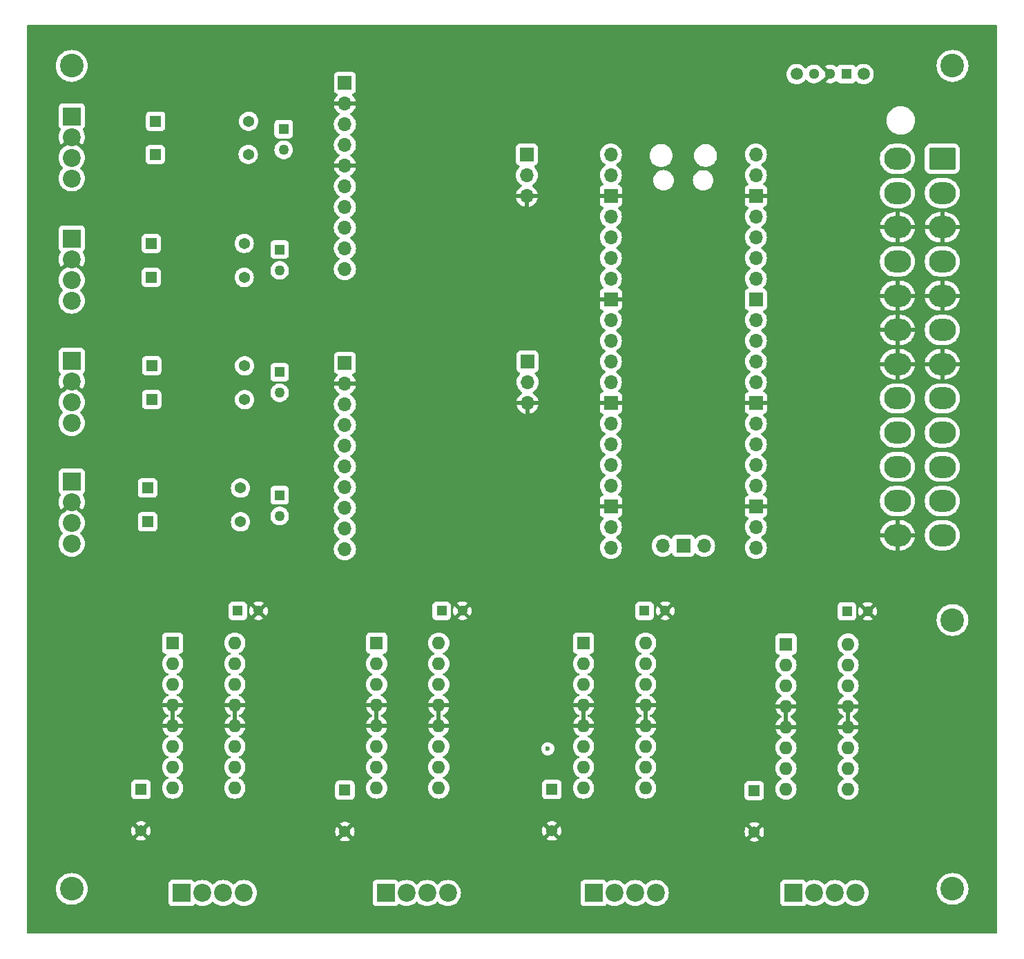
<source format=gbr>
%TF.GenerationSoftware,KiCad,Pcbnew,8.0.0*%
%TF.CreationDate,2024-10-25T13:51:20-05:00*%
%TF.ProjectId,ThorPBC2.0,54686f72-5042-4433-922e-302e6b696361,rev?*%
%TF.SameCoordinates,Original*%
%TF.FileFunction,Copper,L2,Inr*%
%TF.FilePolarity,Positive*%
%FSLAX46Y46*%
G04 Gerber Fmt 4.6, Leading zero omitted, Abs format (unit mm)*
G04 Created by KiCad (PCBNEW 8.0.0) date 2024-10-25 13:51:20*
%MOMM*%
%LPD*%
G01*
G04 APERTURE LIST*
G04 Aperture macros list*
%AMRoundRect*
0 Rectangle with rounded corners*
0 $1 Rounding radius*
0 $2 $3 $4 $5 $6 $7 $8 $9 X,Y pos of 4 corners*
0 Add a 4 corners polygon primitive as box body*
4,1,4,$2,$3,$4,$5,$6,$7,$8,$9,$2,$3,0*
0 Add four circle primitives for the rounded corners*
1,1,$1+$1,$2,$3*
1,1,$1+$1,$4,$5*
1,1,$1+$1,$6,$7*
1,1,$1+$1,$8,$9*
0 Add four rect primitives between the rounded corners*
20,1,$1+$1,$2,$3,$4,$5,0*
20,1,$1+$1,$4,$5,$6,$7,0*
20,1,$1+$1,$6,$7,$8,$9,0*
20,1,$1+$1,$8,$9,$2,$3,0*%
G04 Aperture macros list end*
%TA.AperFunction,ComponentPad*%
%ADD10RoundRect,0.250000X-1.400000X1.100000X-1.400000X-1.100000X1.400000X-1.100000X1.400000X1.100000X0*%
%TD*%
%TA.AperFunction,ComponentPad*%
%ADD11O,3.300000X2.700000*%
%TD*%
%TA.AperFunction,ComponentPad*%
%ADD12R,1.270000X1.270000*%
%TD*%
%TA.AperFunction,ComponentPad*%
%ADD13C,1.270000*%
%TD*%
%TA.AperFunction,ComponentPad*%
%ADD14R,1.700000X1.700000*%
%TD*%
%TA.AperFunction,ComponentPad*%
%ADD15O,1.700000X1.700000*%
%TD*%
%TA.AperFunction,ComponentPad*%
%ADD16R,2.200000X2.200000*%
%TD*%
%TA.AperFunction,ComponentPad*%
%ADD17C,2.200000*%
%TD*%
%TA.AperFunction,ComponentPad*%
%ADD18R,1.371600X1.371600*%
%TD*%
%TA.AperFunction,ComponentPad*%
%ADD19C,1.371600*%
%TD*%
%TA.AperFunction,ComponentPad*%
%ADD20R,1.600000X1.600000*%
%TD*%
%TA.AperFunction,ComponentPad*%
%ADD21O,1.600000X1.600000*%
%TD*%
%TA.AperFunction,ComponentPad*%
%ADD22C,2.900000*%
%TD*%
%TA.AperFunction,ComponentPad*%
%ADD23R,1.295400X1.295400*%
%TD*%
%TA.AperFunction,ComponentPad*%
%ADD24C,1.295400*%
%TD*%
%TA.AperFunction,ComponentPad*%
%ADD25C,1.498600*%
%TD*%
%TA.AperFunction,ViaPad*%
%ADD26C,0.600000*%
%TD*%
G04 APERTURE END LIST*
D10*
%TO.N,unconnected-(J6-+3.3V-Pad1)*%
%TO.C,J6*%
X163750000Y-77400000D03*
D11*
%TO.N,unconnected-(J6-+3.3V-Pad1)_2*%
X163750000Y-81600000D03*
%TO.N,GND*%
X163750000Y-85800000D03*
%TO.N,+5V*%
X163750000Y-90000000D03*
%TO.N,GND*%
X163750000Y-94200000D03*
%TO.N,+5V*%
X163750000Y-98400000D03*
%TO.N,GND*%
X163750000Y-102600000D03*
%TO.N,unconnected-(J6-PWR_OK-Pad8)*%
X163750000Y-106800000D03*
%TO.N,unconnected-(J6-+5VSB-Pad9)*%
X163750000Y-111000000D03*
%TO.N,+12V*%
X163750000Y-115200000D03*
X163750000Y-119400000D03*
%TO.N,unconnected-(J6-+3.3V-Pad1)_0*%
X163750000Y-123600000D03*
%TO.N,unconnected-(J6-+3.3V-Pad1)_1*%
X158250000Y-77400000D03*
%TO.N,unconnected-(J6--12V-Pad14)*%
X158250000Y-81600000D03*
%TO.N,GND*%
X158250000Y-85800000D03*
%TO.N,Net-(J6-PS_ON#)*%
X158250000Y-90000000D03*
%TO.N,GND*%
X158250000Y-94200000D03*
X158250000Y-98400000D03*
X158250000Y-102600000D03*
%TO.N,unconnected-(J6-NC-Pad20)*%
X158250000Y-106800000D03*
%TO.N,+5V*%
X158250000Y-111000000D03*
X158250000Y-115200000D03*
X158250000Y-119400000D03*
%TO.N,GND*%
X158250000Y-123600000D03*
%TD*%
D12*
%TO.N,/Loadcell_ADCs/2_A3*%
%TO.C,C2*%
X82500000Y-88540000D03*
D13*
%TO.N,/Loadcell_ADCs/2_A4*%
X82500000Y-91080000D03*
%TD*%
D14*
%TO.N,/UART0_TX*%
%TO.C,J7*%
X112818735Y-76880534D03*
D15*
%TO.N,/UART0_RX*%
X112818735Y-79420534D03*
%TO.N,GND*%
X112818735Y-81960534D03*
%TD*%
D16*
%TO.N,+5V*%
%TO.C,J12*%
X57000000Y-102185000D03*
D17*
%TO.N,GND*%
X57000000Y-104725000D03*
%TO.N,/Loadcell_ADCs/-LoadCell3*%
X57000000Y-107265000D03*
%TO.N,/Loadcell_ADCs/+LoadCell3*%
X57000000Y-109805000D03*
%TD*%
D18*
%TO.N,/Loadcell_ADCs/-LoadCell1*%
%TO.C,R2*%
X67246000Y-76869400D03*
D19*
%TO.N,/Loadcell_ADCs/2_A2*%
X78650600Y-76869400D03*
%TD*%
D18*
%TO.N,+12V*%
%TO.C,C11*%
X90500000Y-154880000D03*
D19*
%TO.N,GND*%
X90500000Y-159960000D03*
%TD*%
D12*
%TO.N,+5V*%
%TO.C,C5*%
X77365000Y-132880000D03*
D13*
%TO.N,GND*%
X79905000Y-132880000D03*
%TD*%
D18*
%TO.N,/Loadcell_ADCs/+LoadCell3*%
%TO.C,R5*%
X66797700Y-102800000D03*
D19*
%TO.N,/Loadcell_ADCs/1_A1*%
X78202300Y-102800000D03*
%TD*%
D12*
%TO.N,/Loadcell_ADCs/1_A3*%
%TO.C,C4*%
X82500000Y-118689600D03*
D13*
%TO.N,/Loadcell_ADCs/1_A4*%
X82500000Y-121229600D03*
%TD*%
D12*
%TO.N,+5V*%
%TO.C,C7*%
X102365000Y-132880000D03*
D13*
%TO.N,GND*%
X104905000Y-132880000D03*
%TD*%
D20*
%TO.N,+5V*%
%TO.C,U5*%
X119760000Y-136840000D03*
D21*
%TO.N,/31A*%
X119760000Y-139380000D03*
%TO.N,Net-(M3--)*%
X119760000Y-141920000D03*
%TO.N,GND*%
X119760000Y-144460000D03*
X119760000Y-147000000D03*
%TO.N,Net-(U5-2Y)*%
X119760000Y-149540000D03*
%TO.N,/32A*%
X119760000Y-152080000D03*
%TO.N,+12V*%
X119760000Y-154620000D03*
%TO.N,+5V*%
X127380000Y-154620000D03*
%TO.N,/33A*%
X127380000Y-152080000D03*
%TO.N,Net-(U5-3Y)*%
X127380000Y-149540000D03*
%TO.N,GND*%
X127380000Y-147000000D03*
X127380000Y-144460000D03*
%TO.N,Net-(U5-4Y)*%
X127380000Y-141920000D03*
%TO.N,/34A*%
X127380000Y-139380000D03*
%TO.N,+5V*%
X127380000Y-136840000D03*
%TD*%
D18*
%TO.N,/Loadcell_ADCs/-LoadCell2*%
%TO.C,R4*%
X66746000Y-91949600D03*
D19*
%TO.N,/Loadcell_ADCs/2_A4*%
X78150600Y-91949600D03*
%TD*%
D14*
%TO.N,+5V*%
%TO.C,J9*%
X90500000Y-102460000D03*
D15*
%TO.N,GND*%
X90500000Y-105000000D03*
%TO.N,/SCL*%
X90500000Y-107540000D03*
%TO.N,/SDA*%
X90500000Y-110080000D03*
%TO.N,+5V*%
X90500000Y-112620000D03*
%TO.N,unconnected-(J9-Pin_6-Pad6)*%
X90500000Y-115160000D03*
%TO.N,/Loadcell_ADCs/1_A1*%
X90500000Y-117700000D03*
%TO.N,/Loadcell_ADCs/1_A2*%
X90500000Y-120240000D03*
%TO.N,/Loadcell_ADCs/1_A3*%
X90500000Y-122780000D03*
%TO.N,/Loadcell_ADCs/1_A4*%
X90500000Y-125320000D03*
%TD*%
D18*
%TO.N,/Loadcell_ADCs/-LoadCell3*%
%TO.C,R6*%
X66797700Y-106949600D03*
D19*
%TO.N,/Loadcell_ADCs/1_A2*%
X78202300Y-106949600D03*
%TD*%
D16*
%TO.N,+5V*%
%TO.C,J10*%
X57000000Y-72185000D03*
D17*
%TO.N,GND*%
X57000000Y-74725000D03*
%TO.N,/Loadcell_ADCs/-LoadCell1*%
X57000000Y-77265000D03*
%TO.N,/Loadcell_ADCs/+LoadCell1*%
X57000000Y-79805000D03*
%TD*%
D12*
%TO.N,/Loadcell_ADCs/2_A1*%
%TO.C,C1*%
X83000000Y-73760000D03*
D13*
%TO.N,/Loadcell_ADCs/2_A2*%
X83000000Y-76300000D03*
%TD*%
D16*
%TO.N,Net-(U6-2Y)*%
%TO.C,M4*%
X145500000Y-167500000D03*
D17*
%TO.N,Net-(M4--)*%
X148040000Y-167500000D03*
%TO.N,Net-(U6-3Y)*%
X150580000Y-167500000D03*
%TO.N,Net-(U6-4Y)*%
X153120000Y-167500000D03*
%TD*%
D18*
%TO.N,/Loadcell_ADCs/+LoadCell4*%
%TO.C,R7*%
X66297700Y-117800000D03*
D19*
%TO.N,/Loadcell_ADCs/1_A3*%
X77702300Y-117800000D03*
%TD*%
D12*
%TO.N,+5V*%
%TO.C,C9*%
X152065000Y-132935000D03*
D13*
%TO.N,GND*%
X154605000Y-132935000D03*
%TD*%
D22*
%TO.N,N/C*%
%TO.C,REF\u002A\u002A*%
X57000000Y-167000000D03*
%TD*%
D20*
%TO.N,+5V*%
%TO.C,U3*%
X69380000Y-136840000D03*
D21*
%TO.N,/11A*%
X69380000Y-139380000D03*
%TO.N,Net-(M1--)*%
X69380000Y-141920000D03*
%TO.N,GND*%
X69380000Y-144460000D03*
X69380000Y-147000000D03*
%TO.N,Net-(U3-2Y)*%
X69380000Y-149540000D03*
%TO.N,/12A*%
X69380000Y-152080000D03*
%TO.N,+12V*%
X69380000Y-154620000D03*
%TO.N,+5V*%
X77000000Y-154620000D03*
%TO.N,/13A*%
X77000000Y-152080000D03*
%TO.N,Net-(U3-3Y)*%
X77000000Y-149540000D03*
%TO.N,GND*%
X77000000Y-147000000D03*
X77000000Y-144460000D03*
%TO.N,Net-(U3-4Y)*%
X77000000Y-141920000D03*
%TO.N,/14A*%
X77000000Y-139380000D03*
%TO.N,+5V*%
X77000000Y-136840000D03*
%TD*%
D18*
%TO.N,+12V*%
%TO.C,C10*%
X65500000Y-154809900D03*
D19*
%TO.N,GND*%
X65500000Y-159889900D03*
%TD*%
D22*
%TO.N,N/C*%
%TO.C,REF\u002A\u002A*%
X165000000Y-134000000D03*
%TD*%
D18*
%TO.N,+12V*%
%TO.C,C12*%
X115880000Y-154809900D03*
D19*
%TO.N,GND*%
X115880000Y-159889900D03*
%TD*%
D16*
%TO.N,+5V*%
%TO.C,J13*%
X57000000Y-117000000D03*
D17*
%TO.N,GND*%
X57000000Y-119540000D03*
%TO.N,/Loadcell_ADCs/-LoadCell4*%
X57000000Y-122080000D03*
%TO.N,/Loadcell_ADCs/+LoadCell4*%
X57000000Y-124620000D03*
%TD*%
D12*
%TO.N,+5V*%
%TO.C,C8*%
X127245000Y-132880000D03*
D13*
%TO.N,GND*%
X129785000Y-132880000D03*
%TD*%
D16*
%TO.N,Net-(U4-2Y)*%
%TO.C,M2*%
X95500000Y-167500000D03*
D17*
%TO.N,Net-(M2--)*%
X98040000Y-167500000D03*
%TO.N,Net-(U4-3Y)*%
X100580000Y-167500000D03*
%TO.N,Net-(U4-4Y)*%
X103120000Y-167500000D03*
%TD*%
D20*
%TO.N,+5V*%
%TO.C,U6*%
X144580000Y-136965000D03*
D21*
%TO.N,/41A*%
X144580000Y-139505000D03*
%TO.N,Net-(M4--)*%
X144580000Y-142045000D03*
%TO.N,GND*%
X144580000Y-144585000D03*
X144580000Y-147125000D03*
%TO.N,Net-(U6-2Y)*%
X144580000Y-149665000D03*
%TO.N,/42A*%
X144580000Y-152205000D03*
%TO.N,+12V*%
X144580000Y-154745000D03*
%TO.N,+5V*%
X152200000Y-154745000D03*
%TO.N,/43A*%
X152200000Y-152205000D03*
%TO.N,Net-(U6-3Y)*%
X152200000Y-149665000D03*
%TO.N,GND*%
X152200000Y-147125000D03*
X152200000Y-144585000D03*
%TO.N,Net-(U6-4Y)*%
X152200000Y-142045000D03*
%TO.N,/44A*%
X152200000Y-139505000D03*
%TO.N,+5V*%
X152200000Y-136965000D03*
%TD*%
D20*
%TO.N,+5V*%
%TO.C,U4*%
X94380000Y-136840000D03*
D21*
%TO.N,/21A*%
X94380000Y-139380000D03*
%TO.N,Net-(M2--)*%
X94380000Y-141920000D03*
%TO.N,GND*%
X94380000Y-144460000D03*
X94380000Y-147000000D03*
%TO.N,Net-(U4-2Y)*%
X94380000Y-149540000D03*
%TO.N,/22A*%
X94380000Y-152080000D03*
%TO.N,+12V*%
X94380000Y-154620000D03*
%TO.N,+5V*%
X102000000Y-154620000D03*
%TO.N,/23A*%
X102000000Y-152080000D03*
%TO.N,Net-(U4-3Y)*%
X102000000Y-149540000D03*
%TO.N,GND*%
X102000000Y-147000000D03*
X102000000Y-144460000D03*
%TO.N,Net-(U4-4Y)*%
X102000000Y-141920000D03*
%TO.N,/24A*%
X102000000Y-139380000D03*
%TO.N,+5V*%
X102000000Y-136840000D03*
%TD*%
D22*
%TO.N,N/C*%
%TO.C,REF\u002A\u002A*%
X57000000Y-66000000D03*
%TD*%
%TO.N,N/C*%
%TO.C,REF\u002A\u002A*%
X165000000Y-66000000D03*
%TD*%
D18*
%TO.N,/Loadcell_ADCs/+LoadCell2*%
%TO.C,R3*%
X66746000Y-87800000D03*
D19*
%TO.N,/Loadcell_ADCs/2_A3*%
X78150600Y-87800000D03*
%TD*%
D22*
%TO.N,N/C*%
%TO.C,REF\u002A\u002A*%
X165000000Y-167000000D03*
%TD*%
D14*
%TO.N,+5V*%
%TO.C,J8*%
X90500000Y-68080000D03*
D15*
%TO.N,GND*%
X90500000Y-70620000D03*
%TO.N,/SCL*%
X90500000Y-73160000D03*
%TO.N,/SDA*%
X90500000Y-75700000D03*
%TO.N,GND*%
X90500000Y-78240000D03*
%TO.N,unconnected-(J8-Pin_6-Pad6)*%
X90500000Y-80780000D03*
%TO.N,/Loadcell_ADCs/2_A1*%
X90500000Y-83320000D03*
%TO.N,/Loadcell_ADCs/2_A2*%
X90500000Y-85860000D03*
%TO.N,/Loadcell_ADCs/2_A3*%
X90500000Y-88400000D03*
%TO.N,/Loadcell_ADCs/2_A4*%
X90500000Y-90940000D03*
%TD*%
D14*
%TO.N,/UART1_TX*%
%TO.C,J5*%
X112878319Y-102270418D03*
D15*
%TO.N,/UART1_RX*%
X112878319Y-104810418D03*
%TO.N,GND*%
X112878319Y-107350418D03*
%TD*%
D18*
%TO.N,/Loadcell_ADCs/-LoadCell4*%
%TO.C,R8*%
X66297700Y-121949600D03*
D19*
%TO.N,/Loadcell_ADCs/1_A4*%
X77702300Y-121949600D03*
%TD*%
D16*
%TO.N,Net-(U3-2Y)*%
%TO.C,M1*%
X70500000Y-167500000D03*
D17*
%TO.N,Net-(M1--)*%
X73040000Y-167500000D03*
%TO.N,Net-(U3-3Y)*%
X75580000Y-167500000D03*
%TO.N,Net-(U3-4Y)*%
X78120000Y-167500000D03*
%TD*%
D18*
%TO.N,/Loadcell_ADCs/+LoadCell1*%
%TO.C,R1*%
X67297700Y-72800000D03*
D19*
%TO.N,/Loadcell_ADCs/2_A1*%
X78702300Y-72800000D03*
%TD*%
D16*
%TO.N,+5V*%
%TO.C,J11*%
X57000000Y-87185000D03*
D17*
%TO.N,GND*%
X57000000Y-89725000D03*
%TO.N,/Loadcell_ADCs/-LoadCell2*%
X57000000Y-92265000D03*
%TO.N,/Loadcell_ADCs/+LoadCell2*%
X57000000Y-94805000D03*
%TD*%
D12*
%TO.N,/Loadcell_ADCs/1_A1*%
%TO.C,C3*%
X82500000Y-103580000D03*
D13*
%TO.N,/Loadcell_ADCs/1_A2*%
X82500000Y-106120000D03*
%TD*%
D23*
%TO.N,Net-(J6-PS_ON#)*%
%TO.C,SW1*%
X151999999Y-66999999D03*
D24*
%TO.N,GND*%
X149999999Y-66999999D03*
%TO.N,unconnected-(SW1-Pad3)*%
X147999998Y-66999999D03*
D25*
%TO.N,N/C*%
X154100000Y-66999999D03*
X145899999Y-66999999D03*
%TD*%
D15*
%TO.N,/UART0_TX*%
%TO.C,U7*%
X123110000Y-76870000D03*
%TO.N,/UART0_RX*%
X123110000Y-79410000D03*
D14*
%TO.N,GND*%
X123110000Y-81950000D03*
D15*
%TO.N,unconnected-(U7-GPIO2-Pad4)*%
X123110000Y-84490000D03*
%TO.N,unconnected-(U7-GPIO3-Pad5)_0*%
X123110000Y-87030000D03*
%TO.N,/SDA*%
X123110000Y-89570000D03*
%TO.N,/SCL*%
X123110000Y-92110000D03*
D14*
%TO.N,GND*%
X123110000Y-94650000D03*
D15*
%TO.N,unconnected-(U7-GPIO6-Pad9)*%
X123110000Y-97190000D03*
%TO.N,unconnected-(U7-GPIO7-Pad10)*%
X123110000Y-99730000D03*
%TO.N,/UART1_TX*%
X123110000Y-102270000D03*
%TO.N,/UART1_RX*%
X123110000Y-104810000D03*
D14*
%TO.N,GND*%
X123110000Y-107350000D03*
D15*
%TO.N,/11A*%
X123110000Y-109890000D03*
%TO.N,/12A*%
X123110000Y-112430000D03*
%TO.N,/13A*%
X123110000Y-114970000D03*
%TO.N,/14A*%
X123110000Y-117510000D03*
D14*
%TO.N,GND*%
X123110000Y-120050000D03*
D15*
%TO.N,/21A*%
X123110000Y-122590000D03*
%TO.N,/22A*%
X123110000Y-125130000D03*
%TO.N,/24A*%
X140890000Y-125130000D03*
%TO.N,/23A*%
X140890000Y-122590000D03*
D14*
%TO.N,GND*%
X140890000Y-120050000D03*
D15*
%TO.N,/34A*%
X140890000Y-117510000D03*
%TO.N,/33A*%
X140890000Y-114970000D03*
%TO.N,/32A*%
X140890000Y-112430000D03*
%TO.N,/31A*%
X140890000Y-109890000D03*
D14*
%TO.N,GND*%
X140890000Y-107350000D03*
D15*
%TO.N,/44A*%
X140890000Y-104810000D03*
%TO.N,unconnected-(U7-RUN-Pad30)_0*%
X140890000Y-102270000D03*
%TO.N,/43A*%
X140890000Y-99730000D03*
%TO.N,/42A*%
X140890000Y-97190000D03*
D14*
%TO.N,unconnected-(U7-AGND-Pad33)_0*%
X140890000Y-94650000D03*
D15*
%TO.N,/41A*%
X140890000Y-92110000D03*
%TO.N,unconnected-(U7-ADC_VREF-Pad35)_0*%
X140890000Y-89570000D03*
%TO.N,unconnected-(U7-3V3-Pad36)_0*%
X140890000Y-87030000D03*
%TO.N,unconnected-(U7-3V3_EN-Pad37)_0*%
X140890000Y-84490000D03*
D14*
%TO.N,GND*%
X140890000Y-81950000D03*
D15*
%TO.N,+5V*%
X140890000Y-79410000D03*
%TO.N,unconnected-(U7-VBUS-Pad40)_0*%
X140890000Y-76870000D03*
%TO.N,unconnected-(U7-SWCLK-Pad41)_0*%
X129460000Y-124900000D03*
D14*
%TO.N,unconnected-(U7-GND-Pad42)*%
X132000000Y-124900000D03*
D15*
%TO.N,unconnected-(U7-SWDIO-Pad43)_0*%
X134540000Y-124900000D03*
%TD*%
D16*
%TO.N,Net-(U5-2Y)*%
%TO.C,M3*%
X121000000Y-167500000D03*
D17*
%TO.N,Net-(M3--)*%
X123540000Y-167500000D03*
%TO.N,Net-(U5-3Y)*%
X126080000Y-167500000D03*
%TO.N,Net-(U5-4Y)*%
X128620000Y-167500000D03*
%TD*%
D18*
%TO.N,+12V*%
%TO.C,C13*%
X140700000Y-154934900D03*
D19*
%TO.N,GND*%
X140700000Y-160014900D03*
%TD*%
D26*
%TO.N,GND*%
X92680000Y-144715000D03*
X91680000Y-147715000D03*
X103680000Y-147715000D03*
X147200000Y-145840000D03*
X150537354Y-147945215D03*
X100387937Y-143747647D03*
X66500000Y-146880000D03*
X154700000Y-147840000D03*
X67500000Y-143880000D03*
X96001105Y-145788600D03*
X129880000Y-143880000D03*
X97001105Y-143788600D03*
X97001105Y-145788600D03*
X122380000Y-147880000D03*
X100387937Y-146747647D03*
X67500000Y-147880000D03*
X117195348Y-146744907D03*
X124785096Y-147752446D03*
X153700000Y-147840000D03*
X96001105Y-147788600D03*
X153700000Y-143840000D03*
X91680000Y-145715000D03*
X143057952Y-144861445D03*
X146200000Y-147840000D03*
X78500000Y-146880000D03*
X121380000Y-146880000D03*
X100387937Y-147747647D03*
X100387937Y-145747647D03*
X122380000Y-143880000D03*
X118195348Y-146744907D03*
X118195348Y-147744907D03*
X150537354Y-144945215D03*
X72000000Y-147880000D03*
X75242943Y-144925291D03*
X128880000Y-146880000D03*
X67500000Y-145880000D03*
X125785096Y-147752446D03*
X66500000Y-147880000D03*
X154700000Y-146840000D03*
X72000000Y-145880000D03*
X129880000Y-144880000D03*
X129880000Y-145880000D03*
X118195348Y-143744907D03*
X79500000Y-146880000D03*
X154700000Y-143840000D03*
X146200000Y-144840000D03*
X97001105Y-144788600D03*
X147200000Y-146840000D03*
X96001105Y-144788600D03*
X142057952Y-146861445D03*
X66500000Y-143880000D03*
X99387937Y-145747647D03*
X99387937Y-143747647D03*
X78500000Y-143880000D03*
X100387937Y-144747647D03*
X71000000Y-143880000D03*
X71000000Y-146880000D03*
X142057952Y-144861445D03*
X143057952Y-146861445D03*
X143057952Y-143861445D03*
X79500000Y-147880000D03*
X99387937Y-144747647D03*
X104680000Y-147715000D03*
X128880000Y-144880000D03*
X150537354Y-145945215D03*
X153700000Y-145840000D03*
X146200000Y-143840000D03*
X99387937Y-146747647D03*
X150537354Y-146945215D03*
X149537354Y-145945215D03*
X79500000Y-144880000D03*
X75242943Y-146925291D03*
X125785096Y-146752446D03*
X91680000Y-144715000D03*
X147200000Y-143840000D03*
X153700000Y-146840000D03*
X92680000Y-146715000D03*
X78500000Y-147880000D03*
X124785096Y-145752446D03*
X96001105Y-143788600D03*
X91680000Y-146715000D03*
X117195348Y-144744907D03*
X97001105Y-147788600D03*
X153700000Y-144840000D03*
X146200000Y-146840000D03*
X149537354Y-146945215D03*
X124785096Y-143752446D03*
X104680000Y-144715000D03*
X74242943Y-143925291D03*
X146200000Y-145840000D03*
X96001105Y-146788600D03*
X147200000Y-147840000D03*
X124785096Y-146752446D03*
X97001105Y-146788600D03*
X121380000Y-145880000D03*
X118195348Y-144744907D03*
X71000000Y-147880000D03*
X71000000Y-144880000D03*
X99387937Y-147747647D03*
X104680000Y-143715000D03*
X79500000Y-143880000D03*
X103680000Y-144715000D03*
X92680000Y-143715000D03*
X129880000Y-147880000D03*
X129880000Y-146880000D03*
X72000000Y-143880000D03*
X122380000Y-145880000D03*
X79500000Y-145880000D03*
X74242943Y-146925291D03*
X149537354Y-144945215D03*
X142057952Y-145861445D03*
X121380000Y-147880000D03*
X125785096Y-143752446D03*
X66500000Y-144880000D03*
X67500000Y-144880000D03*
X67500000Y-146880000D03*
X92680000Y-147715000D03*
X143057952Y-145861445D03*
X74242943Y-145925291D03*
X103680000Y-146715000D03*
X128880000Y-143880000D03*
X121380000Y-143880000D03*
X66500000Y-145880000D03*
X104680000Y-146715000D03*
X122380000Y-146880000D03*
X103680000Y-145715000D03*
X125785096Y-145752446D03*
X125785096Y-144752446D03*
X74242943Y-144925291D03*
X150537354Y-143945215D03*
X128880000Y-147880000D03*
X72000000Y-144880000D03*
X74242943Y-147925291D03*
X149537354Y-143945215D03*
X91680000Y-143715000D03*
X78500000Y-144880000D03*
X154700000Y-144840000D03*
X128880000Y-145880000D03*
X142057952Y-143861445D03*
X72000000Y-146880000D03*
X121380000Y-144880000D03*
X124785096Y-144752446D03*
X75242943Y-147925291D03*
X154700000Y-145840000D03*
X143057952Y-147861445D03*
X92680000Y-145715000D03*
X75242943Y-145925291D03*
X78500000Y-145880000D03*
X149537354Y-147945215D03*
X71000000Y-145880000D03*
X117195348Y-143744907D03*
X75242943Y-143925291D03*
X104680000Y-145715000D03*
X117195348Y-147744907D03*
X118195348Y-145744907D03*
X147200000Y-144840000D03*
X142057952Y-147861445D03*
X117195348Y-145744907D03*
X122380000Y-144880000D03*
X103680000Y-143715000D03*
%TO.N,/32A*%
X115375819Y-149810492D03*
%TD*%
%TA.AperFunction,Conductor*%
%TO.N,GND*%
G36*
X144830000Y-146809314D02*
G01*
X144825606Y-146804920D01*
X144734394Y-146752259D01*
X144632661Y-146725000D01*
X144527339Y-146725000D01*
X144425606Y-146752259D01*
X144334394Y-146804920D01*
X144330000Y-146809314D01*
X144330000Y-144900686D01*
X144334394Y-144905080D01*
X144425606Y-144957741D01*
X144527339Y-144985000D01*
X144632661Y-144985000D01*
X144734394Y-144957741D01*
X144825606Y-144905080D01*
X144830000Y-144900686D01*
X144830000Y-146809314D01*
G37*
%TD.AperFunction*%
%TA.AperFunction,Conductor*%
G36*
X152450000Y-146809314D02*
G01*
X152445606Y-146804920D01*
X152354394Y-146752259D01*
X152252661Y-146725000D01*
X152147339Y-146725000D01*
X152045606Y-146752259D01*
X151954394Y-146804920D01*
X151950000Y-146809314D01*
X151950000Y-144900686D01*
X151954394Y-144905080D01*
X152045606Y-144957741D01*
X152147339Y-144985000D01*
X152252661Y-144985000D01*
X152354394Y-144957741D01*
X152445606Y-144905080D01*
X152450000Y-144900686D01*
X152450000Y-146809314D01*
G37*
%TD.AperFunction*%
%TA.AperFunction,Conductor*%
G36*
X69630000Y-146684314D02*
G01*
X69625606Y-146679920D01*
X69534394Y-146627259D01*
X69432661Y-146600000D01*
X69327339Y-146600000D01*
X69225606Y-146627259D01*
X69134394Y-146679920D01*
X69130000Y-146684314D01*
X69130000Y-144775686D01*
X69134394Y-144780080D01*
X69225606Y-144832741D01*
X69327339Y-144860000D01*
X69432661Y-144860000D01*
X69534394Y-144832741D01*
X69625606Y-144780080D01*
X69630000Y-144775686D01*
X69630000Y-146684314D01*
G37*
%TD.AperFunction*%
%TA.AperFunction,Conductor*%
G36*
X77250000Y-146684314D02*
G01*
X77245606Y-146679920D01*
X77154394Y-146627259D01*
X77052661Y-146600000D01*
X76947339Y-146600000D01*
X76845606Y-146627259D01*
X76754394Y-146679920D01*
X76750000Y-146684314D01*
X76750000Y-144775686D01*
X76754394Y-144780080D01*
X76845606Y-144832741D01*
X76947339Y-144860000D01*
X77052661Y-144860000D01*
X77154394Y-144832741D01*
X77245606Y-144780080D01*
X77250000Y-144775686D01*
X77250000Y-146684314D01*
G37*
%TD.AperFunction*%
%TA.AperFunction,Conductor*%
G36*
X94630000Y-146684314D02*
G01*
X94625606Y-146679920D01*
X94534394Y-146627259D01*
X94432661Y-146600000D01*
X94327339Y-146600000D01*
X94225606Y-146627259D01*
X94134394Y-146679920D01*
X94130000Y-146684314D01*
X94130000Y-144775686D01*
X94134394Y-144780080D01*
X94225606Y-144832741D01*
X94327339Y-144860000D01*
X94432661Y-144860000D01*
X94534394Y-144832741D01*
X94625606Y-144780080D01*
X94630000Y-144775686D01*
X94630000Y-146684314D01*
G37*
%TD.AperFunction*%
%TA.AperFunction,Conductor*%
G36*
X102250000Y-146684314D02*
G01*
X102245606Y-146679920D01*
X102154394Y-146627259D01*
X102052661Y-146600000D01*
X101947339Y-146600000D01*
X101845606Y-146627259D01*
X101754394Y-146679920D01*
X101750000Y-146684314D01*
X101750000Y-144775686D01*
X101754394Y-144780080D01*
X101845606Y-144832741D01*
X101947339Y-144860000D01*
X102052661Y-144860000D01*
X102154394Y-144832741D01*
X102245606Y-144780080D01*
X102250000Y-144775686D01*
X102250000Y-146684314D01*
G37*
%TD.AperFunction*%
%TA.AperFunction,Conductor*%
G36*
X120010000Y-146684314D02*
G01*
X120005606Y-146679920D01*
X119914394Y-146627259D01*
X119812661Y-146600000D01*
X119707339Y-146600000D01*
X119605606Y-146627259D01*
X119514394Y-146679920D01*
X119510000Y-146684314D01*
X119510000Y-144775686D01*
X119514394Y-144780080D01*
X119605606Y-144832741D01*
X119707339Y-144860000D01*
X119812661Y-144860000D01*
X119914394Y-144832741D01*
X120005606Y-144780080D01*
X120010000Y-144775686D01*
X120010000Y-146684314D01*
G37*
%TD.AperFunction*%
%TA.AperFunction,Conductor*%
G36*
X127630000Y-146684314D02*
G01*
X127625606Y-146679920D01*
X127534394Y-146627259D01*
X127432661Y-146600000D01*
X127327339Y-146600000D01*
X127225606Y-146627259D01*
X127134394Y-146679920D01*
X127130000Y-146684314D01*
X127130000Y-144775686D01*
X127134394Y-144780080D01*
X127225606Y-144832741D01*
X127327339Y-144860000D01*
X127432661Y-144860000D01*
X127534394Y-144832741D01*
X127625606Y-144780080D01*
X127630000Y-144775686D01*
X127630000Y-146684314D01*
G37*
%TD.AperFunction*%
%TA.AperFunction,Conductor*%
G36*
X170442539Y-61020185D02*
G01*
X170488294Y-61072989D01*
X170499500Y-61124500D01*
X170499500Y-172375500D01*
X170479815Y-172442539D01*
X170427011Y-172488294D01*
X170375500Y-172499500D01*
X51624500Y-172499500D01*
X51557461Y-172479815D01*
X51511706Y-172427011D01*
X51500500Y-172375500D01*
X51500500Y-167000001D01*
X55044518Y-167000001D01*
X55064422Y-167278299D01*
X55112651Y-167500000D01*
X55123729Y-167550923D01*
X55184266Y-167713230D01*
X55221231Y-167812338D01*
X55221233Y-167812342D01*
X55354940Y-168057207D01*
X55354945Y-168057215D01*
X55522138Y-168280560D01*
X55522154Y-168280578D01*
X55719421Y-168477845D01*
X55719439Y-168477861D01*
X55942784Y-168645054D01*
X55942792Y-168645059D01*
X56187657Y-168778766D01*
X56187661Y-168778768D01*
X56187663Y-168778769D01*
X56449077Y-168876271D01*
X56585391Y-168905924D01*
X56721700Y-168935577D01*
X56721702Y-168935577D01*
X56721706Y-168935578D01*
X56969014Y-168953265D01*
X56999999Y-168955482D01*
X57000000Y-168955482D01*
X57000001Y-168955482D01*
X57027881Y-168953487D01*
X57278294Y-168935578D01*
X57301794Y-168930466D01*
X57317458Y-168927058D01*
X57550923Y-168876271D01*
X57812337Y-168778769D01*
X58052060Y-168647870D01*
X68899500Y-168647870D01*
X68899501Y-168647876D01*
X68905908Y-168707483D01*
X68956202Y-168842328D01*
X68956206Y-168842335D01*
X69042452Y-168957544D01*
X69042455Y-168957547D01*
X69157664Y-169043793D01*
X69157671Y-169043797D01*
X69292517Y-169094091D01*
X69292516Y-169094091D01*
X69299444Y-169094835D01*
X69352127Y-169100500D01*
X71647872Y-169100499D01*
X71707483Y-169094091D01*
X71842331Y-169043796D01*
X71957546Y-168957546D01*
X72014928Y-168880893D01*
X72070860Y-168839024D01*
X72140552Y-168834040D01*
X72178983Y-168849479D01*
X72311140Y-168930466D01*
X72543889Y-169026873D01*
X72788852Y-169085683D01*
X73040000Y-169105449D01*
X73291148Y-169085683D01*
X73536111Y-169026873D01*
X73768859Y-168930466D01*
X73983659Y-168798836D01*
X74175224Y-168635224D01*
X74215710Y-168587819D01*
X74274216Y-168549627D01*
X74344084Y-168549128D01*
X74403130Y-168586482D01*
X74404235Y-168587756D01*
X74444775Y-168635223D01*
X74444776Y-168635224D01*
X74636343Y-168798838D01*
X74636346Y-168798839D01*
X74851140Y-168930466D01*
X75083889Y-169026873D01*
X75328852Y-169085683D01*
X75580000Y-169105449D01*
X75831148Y-169085683D01*
X76076111Y-169026873D01*
X76308859Y-168930466D01*
X76523659Y-168798836D01*
X76715224Y-168635224D01*
X76755710Y-168587819D01*
X76814216Y-168549627D01*
X76884084Y-168549128D01*
X76943130Y-168586482D01*
X76944235Y-168587756D01*
X76984775Y-168635223D01*
X76984776Y-168635224D01*
X77176343Y-168798838D01*
X77176346Y-168798839D01*
X77391140Y-168930466D01*
X77623889Y-169026873D01*
X77868852Y-169085683D01*
X78120000Y-169105449D01*
X78371148Y-169085683D01*
X78616111Y-169026873D01*
X78848859Y-168930466D01*
X79063659Y-168798836D01*
X79240417Y-168647870D01*
X93899500Y-168647870D01*
X93899501Y-168647876D01*
X93905908Y-168707483D01*
X93956202Y-168842328D01*
X93956206Y-168842335D01*
X94042452Y-168957544D01*
X94042455Y-168957547D01*
X94157664Y-169043793D01*
X94157671Y-169043797D01*
X94292517Y-169094091D01*
X94292516Y-169094091D01*
X94299444Y-169094835D01*
X94352127Y-169100500D01*
X96647872Y-169100499D01*
X96707483Y-169094091D01*
X96842331Y-169043796D01*
X96957546Y-168957546D01*
X97014928Y-168880893D01*
X97070860Y-168839024D01*
X97140552Y-168834040D01*
X97178983Y-168849479D01*
X97311140Y-168930466D01*
X97543889Y-169026873D01*
X97788852Y-169085683D01*
X98040000Y-169105449D01*
X98291148Y-169085683D01*
X98536111Y-169026873D01*
X98768859Y-168930466D01*
X98983659Y-168798836D01*
X99175224Y-168635224D01*
X99215710Y-168587819D01*
X99274216Y-168549627D01*
X99344084Y-168549128D01*
X99403130Y-168586482D01*
X99404235Y-168587756D01*
X99444775Y-168635223D01*
X99444776Y-168635224D01*
X99636343Y-168798838D01*
X99636346Y-168798839D01*
X99851140Y-168930466D01*
X100083889Y-169026873D01*
X100328852Y-169085683D01*
X100580000Y-169105449D01*
X100831148Y-169085683D01*
X101076111Y-169026873D01*
X101308859Y-168930466D01*
X101523659Y-168798836D01*
X101715224Y-168635224D01*
X101755710Y-168587819D01*
X101814216Y-168549627D01*
X101884084Y-168549128D01*
X101943130Y-168586482D01*
X101944235Y-168587756D01*
X101984775Y-168635223D01*
X101984776Y-168635224D01*
X102176343Y-168798838D01*
X102176346Y-168798839D01*
X102391140Y-168930466D01*
X102623889Y-169026873D01*
X102868852Y-169085683D01*
X103120000Y-169105449D01*
X103371148Y-169085683D01*
X103616111Y-169026873D01*
X103848859Y-168930466D01*
X104063659Y-168798836D01*
X104240417Y-168647870D01*
X119399500Y-168647870D01*
X119399501Y-168647876D01*
X119405908Y-168707483D01*
X119456202Y-168842328D01*
X119456206Y-168842335D01*
X119542452Y-168957544D01*
X119542455Y-168957547D01*
X119657664Y-169043793D01*
X119657671Y-169043797D01*
X119792517Y-169094091D01*
X119792516Y-169094091D01*
X119799444Y-169094835D01*
X119852127Y-169100500D01*
X122147872Y-169100499D01*
X122207483Y-169094091D01*
X122342331Y-169043796D01*
X122457546Y-168957546D01*
X122514928Y-168880893D01*
X122570860Y-168839024D01*
X122640552Y-168834040D01*
X122678983Y-168849479D01*
X122811140Y-168930466D01*
X123043889Y-169026873D01*
X123288852Y-169085683D01*
X123540000Y-169105449D01*
X123791148Y-169085683D01*
X124036111Y-169026873D01*
X124268859Y-168930466D01*
X124483659Y-168798836D01*
X124675224Y-168635224D01*
X124715710Y-168587819D01*
X124774216Y-168549627D01*
X124844084Y-168549128D01*
X124903130Y-168586482D01*
X124904235Y-168587756D01*
X124944775Y-168635223D01*
X124944776Y-168635224D01*
X125136343Y-168798838D01*
X125136346Y-168798839D01*
X125351140Y-168930466D01*
X125583889Y-169026873D01*
X125828852Y-169085683D01*
X126080000Y-169105449D01*
X126331148Y-169085683D01*
X126576111Y-169026873D01*
X126808859Y-168930466D01*
X127023659Y-168798836D01*
X127215224Y-168635224D01*
X127255710Y-168587819D01*
X127314216Y-168549627D01*
X127384084Y-168549128D01*
X127443130Y-168586482D01*
X127444235Y-168587756D01*
X127484775Y-168635223D01*
X127484776Y-168635224D01*
X127676343Y-168798838D01*
X127676346Y-168798839D01*
X127891140Y-168930466D01*
X128123889Y-169026873D01*
X128368852Y-169085683D01*
X128620000Y-169105449D01*
X128871148Y-169085683D01*
X129116111Y-169026873D01*
X129348859Y-168930466D01*
X129563659Y-168798836D01*
X129740417Y-168647870D01*
X143899500Y-168647870D01*
X143899501Y-168647876D01*
X143905908Y-168707483D01*
X143956202Y-168842328D01*
X143956206Y-168842335D01*
X144042452Y-168957544D01*
X144042455Y-168957547D01*
X144157664Y-169043793D01*
X144157671Y-169043797D01*
X144292517Y-169094091D01*
X144292516Y-169094091D01*
X144299444Y-169094835D01*
X144352127Y-169100500D01*
X146647872Y-169100499D01*
X146707483Y-169094091D01*
X146842331Y-169043796D01*
X146957546Y-168957546D01*
X147014928Y-168880893D01*
X147070860Y-168839024D01*
X147140552Y-168834040D01*
X147178983Y-168849479D01*
X147311140Y-168930466D01*
X147543889Y-169026873D01*
X147788852Y-169085683D01*
X148040000Y-169105449D01*
X148291148Y-169085683D01*
X148536111Y-169026873D01*
X148768859Y-168930466D01*
X148983659Y-168798836D01*
X149175224Y-168635224D01*
X149215710Y-168587819D01*
X149274216Y-168549627D01*
X149344084Y-168549128D01*
X149403130Y-168586482D01*
X149404235Y-168587756D01*
X149444775Y-168635223D01*
X149444776Y-168635224D01*
X149636343Y-168798838D01*
X149636346Y-168798839D01*
X149851140Y-168930466D01*
X150083889Y-169026873D01*
X150328852Y-169085683D01*
X150580000Y-169105449D01*
X150831148Y-169085683D01*
X151076111Y-169026873D01*
X151308859Y-168930466D01*
X151523659Y-168798836D01*
X151715224Y-168635224D01*
X151755710Y-168587819D01*
X151814216Y-168549627D01*
X151884084Y-168549128D01*
X151943130Y-168586482D01*
X151944235Y-168587756D01*
X151984775Y-168635223D01*
X151984776Y-168635224D01*
X152176343Y-168798838D01*
X152176346Y-168798839D01*
X152391140Y-168930466D01*
X152623889Y-169026873D01*
X152868852Y-169085683D01*
X153120000Y-169105449D01*
X153371148Y-169085683D01*
X153616111Y-169026873D01*
X153848859Y-168930466D01*
X154063659Y-168798836D01*
X154255224Y-168635224D01*
X154418836Y-168443659D01*
X154550466Y-168228859D01*
X154646873Y-167996111D01*
X154705683Y-167751148D01*
X154725449Y-167500000D01*
X154705683Y-167248852D01*
X154646873Y-167003889D01*
X154645263Y-167000001D01*
X163044518Y-167000001D01*
X163064422Y-167278299D01*
X163112651Y-167500000D01*
X163123729Y-167550923D01*
X163184266Y-167713230D01*
X163221231Y-167812338D01*
X163221233Y-167812342D01*
X163354940Y-168057207D01*
X163354945Y-168057215D01*
X163522138Y-168280560D01*
X163522154Y-168280578D01*
X163719421Y-168477845D01*
X163719439Y-168477861D01*
X163942784Y-168645054D01*
X163942792Y-168645059D01*
X164187657Y-168778766D01*
X164187661Y-168778768D01*
X164187663Y-168778769D01*
X164449077Y-168876271D01*
X164585391Y-168905924D01*
X164721700Y-168935577D01*
X164721702Y-168935577D01*
X164721706Y-168935578D01*
X164969014Y-168953265D01*
X164999999Y-168955482D01*
X165000000Y-168955482D01*
X165000001Y-168955482D01*
X165027881Y-168953487D01*
X165278294Y-168935578D01*
X165301794Y-168930466D01*
X165317458Y-168927058D01*
X165550923Y-168876271D01*
X165812337Y-168778769D01*
X166057213Y-168645056D01*
X166280568Y-168477855D01*
X166477855Y-168280568D01*
X166645056Y-168057213D01*
X166778769Y-167812337D01*
X166876271Y-167550923D01*
X166935578Y-167278294D01*
X166955482Y-167000000D01*
X166935578Y-166721706D01*
X166876271Y-166449077D01*
X166778769Y-166187663D01*
X166762388Y-166157664D01*
X166645059Y-165942792D01*
X166645054Y-165942784D01*
X166477861Y-165719439D01*
X166477845Y-165719421D01*
X166280578Y-165522154D01*
X166280560Y-165522138D01*
X166057215Y-165354945D01*
X166057207Y-165354940D01*
X165812342Y-165221233D01*
X165812338Y-165221231D01*
X165713230Y-165184266D01*
X165550923Y-165123729D01*
X165550919Y-165123728D01*
X165550916Y-165123727D01*
X165278299Y-165064422D01*
X165000001Y-165044518D01*
X164999999Y-165044518D01*
X164721700Y-165064422D01*
X164449083Y-165123727D01*
X164449078Y-165123728D01*
X164449077Y-165123729D01*
X164385875Y-165147301D01*
X164187661Y-165221231D01*
X164187657Y-165221233D01*
X163942792Y-165354940D01*
X163942784Y-165354945D01*
X163719439Y-165522138D01*
X163719421Y-165522154D01*
X163522154Y-165719421D01*
X163522138Y-165719439D01*
X163354945Y-165942784D01*
X163354940Y-165942792D01*
X163221233Y-166187657D01*
X163221231Y-166187661D01*
X163123727Y-166449083D01*
X163064422Y-166721700D01*
X163044518Y-166999998D01*
X163044518Y-167000001D01*
X154645263Y-167000001D01*
X154550466Y-166771141D01*
X154550466Y-166771140D01*
X154418839Y-166556346D01*
X154418838Y-166556343D01*
X154328755Y-166450870D01*
X154255224Y-166364776D01*
X154091206Y-166224691D01*
X154063656Y-166201161D01*
X154063653Y-166201160D01*
X153848859Y-166069533D01*
X153616110Y-165973126D01*
X153371151Y-165914317D01*
X153120000Y-165894551D01*
X152868848Y-165914317D01*
X152623889Y-165973126D01*
X152391140Y-166069533D01*
X152176346Y-166201160D01*
X152176343Y-166201161D01*
X151984776Y-166364776D01*
X151944290Y-166412179D01*
X151885783Y-166450372D01*
X151815915Y-166450870D01*
X151756869Y-166413516D01*
X151755710Y-166412179D01*
X151715224Y-166364776D01*
X151551206Y-166224691D01*
X151523656Y-166201161D01*
X151523653Y-166201160D01*
X151308859Y-166069533D01*
X151076110Y-165973126D01*
X150831151Y-165914317D01*
X150580000Y-165894551D01*
X150328848Y-165914317D01*
X150083889Y-165973126D01*
X149851140Y-166069533D01*
X149636346Y-166201160D01*
X149636343Y-166201161D01*
X149444776Y-166364776D01*
X149404290Y-166412179D01*
X149345783Y-166450372D01*
X149275915Y-166450870D01*
X149216869Y-166413516D01*
X149215710Y-166412179D01*
X149175224Y-166364776D01*
X149011206Y-166224691D01*
X148983656Y-166201161D01*
X148983653Y-166201160D01*
X148768859Y-166069533D01*
X148536110Y-165973126D01*
X148291151Y-165914317D01*
X148040000Y-165894551D01*
X147788848Y-165914317D01*
X147543889Y-165973126D01*
X147311140Y-166069533D01*
X147178983Y-166150520D01*
X147111537Y-166168765D01*
X147044935Y-166147649D01*
X147014927Y-166119104D01*
X146957547Y-166042455D01*
X146957544Y-166042452D01*
X146842335Y-165956206D01*
X146842328Y-165956202D01*
X146707482Y-165905908D01*
X146707483Y-165905908D01*
X146647883Y-165899501D01*
X146647881Y-165899500D01*
X146647873Y-165899500D01*
X146647864Y-165899500D01*
X144352129Y-165899500D01*
X144352123Y-165899501D01*
X144292516Y-165905908D01*
X144157671Y-165956202D01*
X144157664Y-165956206D01*
X144042455Y-166042452D01*
X144042452Y-166042455D01*
X143956206Y-166157664D01*
X143956202Y-166157671D01*
X143905908Y-166292517D01*
X143899501Y-166352116D01*
X143899500Y-166352135D01*
X143899500Y-168647870D01*
X129740417Y-168647870D01*
X129755224Y-168635224D01*
X129918836Y-168443659D01*
X130050466Y-168228859D01*
X130146873Y-167996111D01*
X130205683Y-167751148D01*
X130225449Y-167500000D01*
X130205683Y-167248852D01*
X130146873Y-167003889D01*
X130050466Y-166771141D01*
X130050466Y-166771140D01*
X129918839Y-166556346D01*
X129918838Y-166556343D01*
X129828755Y-166450870D01*
X129755224Y-166364776D01*
X129591206Y-166224691D01*
X129563656Y-166201161D01*
X129563653Y-166201160D01*
X129348859Y-166069533D01*
X129116110Y-165973126D01*
X128871151Y-165914317D01*
X128620000Y-165894551D01*
X128368848Y-165914317D01*
X128123889Y-165973126D01*
X127891140Y-166069533D01*
X127676346Y-166201160D01*
X127676343Y-166201161D01*
X127484776Y-166364776D01*
X127444290Y-166412179D01*
X127385783Y-166450372D01*
X127315915Y-166450870D01*
X127256869Y-166413516D01*
X127255710Y-166412179D01*
X127215224Y-166364776D01*
X127051206Y-166224691D01*
X127023656Y-166201161D01*
X127023653Y-166201160D01*
X126808859Y-166069533D01*
X126576110Y-165973126D01*
X126331151Y-165914317D01*
X126080000Y-165894551D01*
X125828848Y-165914317D01*
X125583889Y-165973126D01*
X125351140Y-166069533D01*
X125136346Y-166201160D01*
X125136343Y-166201161D01*
X124944776Y-166364776D01*
X124904290Y-166412179D01*
X124845783Y-166450372D01*
X124775915Y-166450870D01*
X124716869Y-166413516D01*
X124715710Y-166412179D01*
X124675224Y-166364776D01*
X124511206Y-166224691D01*
X124483656Y-166201161D01*
X124483653Y-166201160D01*
X124268859Y-166069533D01*
X124036110Y-165973126D01*
X123791151Y-165914317D01*
X123540000Y-165894551D01*
X123288848Y-165914317D01*
X123043889Y-165973126D01*
X122811140Y-166069533D01*
X122678983Y-166150520D01*
X122611537Y-166168765D01*
X122544935Y-166147649D01*
X122514927Y-166119104D01*
X122457547Y-166042455D01*
X122457544Y-166042452D01*
X122342335Y-165956206D01*
X122342328Y-165956202D01*
X122207482Y-165905908D01*
X122207483Y-165905908D01*
X122147883Y-165899501D01*
X122147881Y-165899500D01*
X122147873Y-165899500D01*
X122147864Y-165899500D01*
X119852129Y-165899500D01*
X119852123Y-165899501D01*
X119792516Y-165905908D01*
X119657671Y-165956202D01*
X119657664Y-165956206D01*
X119542455Y-166042452D01*
X119542452Y-166042455D01*
X119456206Y-166157664D01*
X119456202Y-166157671D01*
X119405908Y-166292517D01*
X119399501Y-166352116D01*
X119399500Y-166352135D01*
X119399500Y-168647870D01*
X104240417Y-168647870D01*
X104255224Y-168635224D01*
X104418836Y-168443659D01*
X104550466Y-168228859D01*
X104646873Y-167996111D01*
X104705683Y-167751148D01*
X104725449Y-167500000D01*
X104705683Y-167248852D01*
X104646873Y-167003889D01*
X104550466Y-166771141D01*
X104550466Y-166771140D01*
X104418839Y-166556346D01*
X104418838Y-166556343D01*
X104328755Y-166450870D01*
X104255224Y-166364776D01*
X104091206Y-166224691D01*
X104063656Y-166201161D01*
X104063653Y-166201160D01*
X103848859Y-166069533D01*
X103616110Y-165973126D01*
X103371151Y-165914317D01*
X103120000Y-165894551D01*
X102868848Y-165914317D01*
X102623889Y-165973126D01*
X102391140Y-166069533D01*
X102176346Y-166201160D01*
X102176343Y-166201161D01*
X101984776Y-166364776D01*
X101944290Y-166412179D01*
X101885783Y-166450372D01*
X101815915Y-166450870D01*
X101756869Y-166413516D01*
X101755710Y-166412179D01*
X101715224Y-166364776D01*
X101551206Y-166224691D01*
X101523656Y-166201161D01*
X101523653Y-166201160D01*
X101308859Y-166069533D01*
X101076110Y-165973126D01*
X100831151Y-165914317D01*
X100580000Y-165894551D01*
X100328848Y-165914317D01*
X100083889Y-165973126D01*
X99851140Y-166069533D01*
X99636346Y-166201160D01*
X99636343Y-166201161D01*
X99444776Y-166364776D01*
X99404290Y-166412179D01*
X99345783Y-166450372D01*
X99275915Y-166450870D01*
X99216869Y-166413516D01*
X99215710Y-166412179D01*
X99175224Y-166364776D01*
X99011206Y-166224691D01*
X98983656Y-166201161D01*
X98983653Y-166201160D01*
X98768859Y-166069533D01*
X98536110Y-165973126D01*
X98291151Y-165914317D01*
X98040000Y-165894551D01*
X97788848Y-165914317D01*
X97543889Y-165973126D01*
X97311140Y-166069533D01*
X97178983Y-166150520D01*
X97111537Y-166168765D01*
X97044935Y-166147649D01*
X97014927Y-166119104D01*
X96957547Y-166042455D01*
X96957544Y-166042452D01*
X96842335Y-165956206D01*
X96842328Y-165956202D01*
X96707482Y-165905908D01*
X96707483Y-165905908D01*
X96647883Y-165899501D01*
X96647881Y-165899500D01*
X96647873Y-165899500D01*
X96647864Y-165899500D01*
X94352129Y-165899500D01*
X94352123Y-165899501D01*
X94292516Y-165905908D01*
X94157671Y-165956202D01*
X94157664Y-165956206D01*
X94042455Y-166042452D01*
X94042452Y-166042455D01*
X93956206Y-166157664D01*
X93956202Y-166157671D01*
X93905908Y-166292517D01*
X93899501Y-166352116D01*
X93899500Y-166352135D01*
X93899500Y-168647870D01*
X79240417Y-168647870D01*
X79255224Y-168635224D01*
X79418836Y-168443659D01*
X79550466Y-168228859D01*
X79646873Y-167996111D01*
X79705683Y-167751148D01*
X79725449Y-167500000D01*
X79705683Y-167248852D01*
X79646873Y-167003889D01*
X79550466Y-166771141D01*
X79550466Y-166771140D01*
X79418839Y-166556346D01*
X79418838Y-166556343D01*
X79328755Y-166450870D01*
X79255224Y-166364776D01*
X79091206Y-166224691D01*
X79063656Y-166201161D01*
X79063653Y-166201160D01*
X78848859Y-166069533D01*
X78616110Y-165973126D01*
X78371151Y-165914317D01*
X78120000Y-165894551D01*
X77868848Y-165914317D01*
X77623889Y-165973126D01*
X77391140Y-166069533D01*
X77176346Y-166201160D01*
X77176343Y-166201161D01*
X76984776Y-166364776D01*
X76944290Y-166412179D01*
X76885783Y-166450372D01*
X76815915Y-166450870D01*
X76756869Y-166413516D01*
X76755710Y-166412179D01*
X76715224Y-166364776D01*
X76551206Y-166224691D01*
X76523656Y-166201161D01*
X76523653Y-166201160D01*
X76308859Y-166069533D01*
X76076110Y-165973126D01*
X75831151Y-165914317D01*
X75580000Y-165894551D01*
X75328848Y-165914317D01*
X75083889Y-165973126D01*
X74851140Y-166069533D01*
X74636346Y-166201160D01*
X74636343Y-166201161D01*
X74444776Y-166364776D01*
X74404290Y-166412179D01*
X74345783Y-166450372D01*
X74275915Y-166450870D01*
X74216869Y-166413516D01*
X74215710Y-166412179D01*
X74175224Y-166364776D01*
X74011206Y-166224691D01*
X73983656Y-166201161D01*
X73983653Y-166201160D01*
X73768859Y-166069533D01*
X73536110Y-165973126D01*
X73291151Y-165914317D01*
X73040000Y-165894551D01*
X72788848Y-165914317D01*
X72543889Y-165973126D01*
X72311140Y-166069533D01*
X72178983Y-166150520D01*
X72111537Y-166168765D01*
X72044935Y-166147649D01*
X72014927Y-166119104D01*
X71957547Y-166042455D01*
X71957544Y-166042452D01*
X71842335Y-165956206D01*
X71842328Y-165956202D01*
X71707482Y-165905908D01*
X71707483Y-165905908D01*
X71647883Y-165899501D01*
X71647881Y-165899500D01*
X71647873Y-165899500D01*
X71647864Y-165899500D01*
X69352129Y-165899500D01*
X69352123Y-165899501D01*
X69292516Y-165905908D01*
X69157671Y-165956202D01*
X69157664Y-165956206D01*
X69042455Y-166042452D01*
X69042452Y-166042455D01*
X68956206Y-166157664D01*
X68956202Y-166157671D01*
X68905908Y-166292517D01*
X68899501Y-166352116D01*
X68899500Y-166352135D01*
X68899500Y-168647870D01*
X58052060Y-168647870D01*
X58057213Y-168645056D01*
X58280568Y-168477855D01*
X58477855Y-168280568D01*
X58645056Y-168057213D01*
X58778769Y-167812337D01*
X58876271Y-167550923D01*
X58935578Y-167278294D01*
X58955482Y-167000000D01*
X58935578Y-166721706D01*
X58876271Y-166449077D01*
X58778769Y-166187663D01*
X58762388Y-166157664D01*
X58645059Y-165942792D01*
X58645054Y-165942784D01*
X58477861Y-165719439D01*
X58477845Y-165719421D01*
X58280578Y-165522154D01*
X58280560Y-165522138D01*
X58057215Y-165354945D01*
X58057207Y-165354940D01*
X57812342Y-165221233D01*
X57812338Y-165221231D01*
X57713230Y-165184266D01*
X57550923Y-165123729D01*
X57550919Y-165123728D01*
X57550916Y-165123727D01*
X57278299Y-165064422D01*
X57000001Y-165044518D01*
X56999999Y-165044518D01*
X56721700Y-165064422D01*
X56449083Y-165123727D01*
X56449078Y-165123728D01*
X56449077Y-165123729D01*
X56385875Y-165147301D01*
X56187661Y-165221231D01*
X56187657Y-165221233D01*
X55942792Y-165354940D01*
X55942784Y-165354945D01*
X55719439Y-165522138D01*
X55719421Y-165522154D01*
X55522154Y-165719421D01*
X55522138Y-165719439D01*
X55354945Y-165942784D01*
X55354940Y-165942792D01*
X55221233Y-166187657D01*
X55221231Y-166187661D01*
X55123727Y-166449083D01*
X55064422Y-166721700D01*
X55044518Y-166999998D01*
X55044518Y-167000001D01*
X51500500Y-167000001D01*
X51500500Y-159889900D01*
X64309120Y-159889900D01*
X64329396Y-160108719D01*
X64389538Y-160320100D01*
X64389539Y-160320101D01*
X64487487Y-160516808D01*
X64487494Y-160516820D01*
X64501275Y-160535068D01*
X65072721Y-159963623D01*
X65097626Y-160056569D01*
X65154474Y-160155031D01*
X65234869Y-160235426D01*
X65333331Y-160292274D01*
X65426274Y-160317177D01*
X64856986Y-160886465D01*
X64856987Y-160886466D01*
X64969175Y-160955930D01*
X64969181Y-160955932D01*
X65174101Y-161035318D01*
X65390121Y-161075700D01*
X65609879Y-161075700D01*
X65825897Y-161035318D01*
X65825898Y-161035318D01*
X66030820Y-160955932D01*
X66030821Y-160955931D01*
X66143012Y-160886465D01*
X65573725Y-160317177D01*
X65666669Y-160292274D01*
X65765131Y-160235426D01*
X65845526Y-160155031D01*
X65902374Y-160056569D01*
X65927277Y-159963624D01*
X66498722Y-160535068D01*
X66498723Y-160535068D01*
X66512505Y-160516820D01*
X66512507Y-160516815D01*
X66610461Y-160320098D01*
X66670603Y-160108719D01*
X66684384Y-159960000D01*
X89309120Y-159960000D01*
X89329396Y-160178819D01*
X89389538Y-160390200D01*
X89389539Y-160390201D01*
X89487487Y-160586908D01*
X89487494Y-160586920D01*
X89501275Y-160605168D01*
X90072721Y-160033723D01*
X90097626Y-160126669D01*
X90154474Y-160225131D01*
X90234869Y-160305526D01*
X90333331Y-160362374D01*
X90426274Y-160387277D01*
X89856986Y-160956565D01*
X89856987Y-160956566D01*
X89969175Y-161026030D01*
X89969181Y-161026032D01*
X90174101Y-161105418D01*
X90390121Y-161145800D01*
X90609879Y-161145800D01*
X90825897Y-161105418D01*
X90825898Y-161105418D01*
X91030820Y-161026032D01*
X91030821Y-161026031D01*
X91143012Y-160956565D01*
X90573725Y-160387277D01*
X90666669Y-160362374D01*
X90765131Y-160305526D01*
X90845526Y-160225131D01*
X90902374Y-160126669D01*
X90927277Y-160033724D01*
X91498722Y-160605168D01*
X91498723Y-160605168D01*
X91512505Y-160586920D01*
X91512507Y-160586915D01*
X91610461Y-160390198D01*
X91670603Y-160178819D01*
X91690880Y-159960000D01*
X91690880Y-159959999D01*
X91684384Y-159889900D01*
X114689120Y-159889900D01*
X114709396Y-160108719D01*
X114769538Y-160320100D01*
X114769539Y-160320101D01*
X114867487Y-160516808D01*
X114867494Y-160516820D01*
X114881275Y-160535068D01*
X115452721Y-159963623D01*
X115477626Y-160056569D01*
X115534474Y-160155031D01*
X115614869Y-160235426D01*
X115713331Y-160292274D01*
X115806274Y-160317177D01*
X115236986Y-160886465D01*
X115236987Y-160886466D01*
X115349175Y-160955930D01*
X115349181Y-160955932D01*
X115554101Y-161035318D01*
X115770121Y-161075700D01*
X115989879Y-161075700D01*
X116205897Y-161035318D01*
X116205898Y-161035318D01*
X116410820Y-160955932D01*
X116410821Y-160955931D01*
X116523012Y-160886465D01*
X115953725Y-160317177D01*
X116046669Y-160292274D01*
X116145131Y-160235426D01*
X116225526Y-160155031D01*
X116282374Y-160056569D01*
X116307277Y-159963624D01*
X116878722Y-160535068D01*
X116878723Y-160535068D01*
X116892505Y-160516820D01*
X116892507Y-160516815D01*
X116990461Y-160320098D01*
X117050603Y-160108719D01*
X117059297Y-160014900D01*
X139509120Y-160014900D01*
X139529396Y-160233719D01*
X139589538Y-160445100D01*
X139589539Y-160445101D01*
X139687487Y-160641808D01*
X139687494Y-160641820D01*
X139701275Y-160660068D01*
X140272721Y-160088623D01*
X140297626Y-160181569D01*
X140354474Y-160280031D01*
X140434869Y-160360426D01*
X140533331Y-160417274D01*
X140626274Y-160442177D01*
X140056986Y-161011465D01*
X140056987Y-161011466D01*
X140169175Y-161080930D01*
X140169181Y-161080932D01*
X140374101Y-161160318D01*
X140590121Y-161200700D01*
X140809879Y-161200700D01*
X141025897Y-161160318D01*
X141025898Y-161160318D01*
X141230820Y-161080932D01*
X141230821Y-161080931D01*
X141343012Y-161011465D01*
X140773725Y-160442177D01*
X140866669Y-160417274D01*
X140965131Y-160360426D01*
X141045526Y-160280031D01*
X141102374Y-160181569D01*
X141127277Y-160088624D01*
X141698722Y-160660068D01*
X141698723Y-160660068D01*
X141712505Y-160641820D01*
X141712507Y-160641815D01*
X141810461Y-160445098D01*
X141870603Y-160233719D01*
X141890880Y-160014900D01*
X141890880Y-160014899D01*
X141870603Y-159796080D01*
X141810461Y-159584699D01*
X141810460Y-159584698D01*
X141712511Y-159387988D01*
X141712506Y-159387981D01*
X141698722Y-159369729D01*
X141127277Y-159941174D01*
X141102374Y-159848231D01*
X141045526Y-159749769D01*
X140965131Y-159669374D01*
X140866669Y-159612526D01*
X140773724Y-159587622D01*
X141343012Y-159018333D01*
X141343011Y-159018332D01*
X141230824Y-158948870D01*
X141230818Y-158948867D01*
X141025898Y-158869481D01*
X140809879Y-158829100D01*
X140590121Y-158829100D01*
X140374102Y-158869481D01*
X140374101Y-158869481D01*
X140169182Y-158948866D01*
X140056986Y-159018333D01*
X140626275Y-159587621D01*
X140533331Y-159612526D01*
X140434869Y-159669374D01*
X140354474Y-159749769D01*
X140297626Y-159848231D01*
X140272722Y-159941175D01*
X139701276Y-159369729D01*
X139687497Y-159387975D01*
X139687489Y-159387988D01*
X139589538Y-159584701D01*
X139529396Y-159796080D01*
X139509120Y-160014899D01*
X139509120Y-160014900D01*
X117059297Y-160014900D01*
X117070880Y-159889900D01*
X117070880Y-159889899D01*
X117050603Y-159671080D01*
X116990461Y-159459699D01*
X116990460Y-159459698D01*
X116892511Y-159262988D01*
X116892506Y-159262981D01*
X116878722Y-159244729D01*
X116307277Y-159816174D01*
X116282374Y-159723231D01*
X116225526Y-159624769D01*
X116145131Y-159544374D01*
X116046669Y-159487526D01*
X115953724Y-159462622D01*
X116523012Y-158893333D01*
X116523011Y-158893332D01*
X116410824Y-158823870D01*
X116410818Y-158823867D01*
X116205898Y-158744481D01*
X115989879Y-158704100D01*
X115770121Y-158704100D01*
X115554102Y-158744481D01*
X115554101Y-158744481D01*
X115349182Y-158823866D01*
X115236986Y-158893333D01*
X115806275Y-159462621D01*
X115713331Y-159487526D01*
X115614869Y-159544374D01*
X115534474Y-159624769D01*
X115477626Y-159723231D01*
X115452722Y-159816175D01*
X114881276Y-159244729D01*
X114867497Y-159262975D01*
X114867489Y-159262988D01*
X114769538Y-159459701D01*
X114709396Y-159671080D01*
X114689120Y-159889899D01*
X114689120Y-159889900D01*
X91684384Y-159889900D01*
X91670603Y-159741180D01*
X91610461Y-159529799D01*
X91610460Y-159529798D01*
X91512511Y-159333088D01*
X91512506Y-159333081D01*
X91498722Y-159314829D01*
X90927277Y-159886274D01*
X90902374Y-159793331D01*
X90845526Y-159694869D01*
X90765131Y-159614474D01*
X90666669Y-159557626D01*
X90573724Y-159532722D01*
X91143012Y-158963433D01*
X91143011Y-158963432D01*
X91030824Y-158893970D01*
X91030818Y-158893967D01*
X90825898Y-158814581D01*
X90609879Y-158774200D01*
X90390121Y-158774200D01*
X90174102Y-158814581D01*
X90174101Y-158814581D01*
X89969182Y-158893966D01*
X89856986Y-158963433D01*
X90426275Y-159532721D01*
X90333331Y-159557626D01*
X90234869Y-159614474D01*
X90154474Y-159694869D01*
X90097626Y-159793331D01*
X90072722Y-159886275D01*
X89501276Y-159314829D01*
X89487497Y-159333075D01*
X89487489Y-159333088D01*
X89389538Y-159529801D01*
X89329396Y-159741180D01*
X89309120Y-159959999D01*
X89309120Y-159960000D01*
X66684384Y-159960000D01*
X66690880Y-159889900D01*
X66690880Y-159889899D01*
X66670603Y-159671080D01*
X66610461Y-159459699D01*
X66610460Y-159459698D01*
X66512511Y-159262988D01*
X66512506Y-159262981D01*
X66498722Y-159244729D01*
X65927277Y-159816174D01*
X65902374Y-159723231D01*
X65845526Y-159624769D01*
X65765131Y-159544374D01*
X65666669Y-159487526D01*
X65573724Y-159462622D01*
X66143012Y-158893333D01*
X66143011Y-158893332D01*
X66030824Y-158823870D01*
X66030818Y-158823867D01*
X65825898Y-158744481D01*
X65609879Y-158704100D01*
X65390121Y-158704100D01*
X65174102Y-158744481D01*
X65174101Y-158744481D01*
X64969182Y-158823866D01*
X64856986Y-158893333D01*
X65426275Y-159462621D01*
X65333331Y-159487526D01*
X65234869Y-159544374D01*
X65154474Y-159624769D01*
X65097626Y-159723231D01*
X65072722Y-159816175D01*
X64501276Y-159244729D01*
X64487497Y-159262975D01*
X64487489Y-159262988D01*
X64389538Y-159459701D01*
X64329396Y-159671080D01*
X64309120Y-159889899D01*
X64309120Y-159889900D01*
X51500500Y-159889900D01*
X51500500Y-155543570D01*
X64313700Y-155543570D01*
X64313701Y-155543576D01*
X64320108Y-155603183D01*
X64370402Y-155738028D01*
X64370406Y-155738035D01*
X64456652Y-155853244D01*
X64456655Y-155853247D01*
X64571864Y-155939493D01*
X64571871Y-155939497D01*
X64706717Y-155989791D01*
X64706716Y-155989791D01*
X64713644Y-155990535D01*
X64766327Y-155996200D01*
X66233672Y-155996199D01*
X66293283Y-155989791D01*
X66428131Y-155939496D01*
X66543346Y-155853246D01*
X66629596Y-155738031D01*
X66679891Y-155603183D01*
X66686300Y-155543573D01*
X66686299Y-154620001D01*
X68074532Y-154620001D01*
X68094364Y-154846686D01*
X68094366Y-154846697D01*
X68153258Y-155066488D01*
X68153261Y-155066497D01*
X68249431Y-155272732D01*
X68249432Y-155272734D01*
X68379954Y-155459141D01*
X68540858Y-155620045D01*
X68540861Y-155620047D01*
X68727266Y-155750568D01*
X68933504Y-155846739D01*
X68933509Y-155846740D01*
X68933511Y-155846741D01*
X68957792Y-155853247D01*
X69153308Y-155905635D01*
X69315230Y-155919801D01*
X69379998Y-155925468D01*
X69380000Y-155925468D01*
X69380002Y-155925468D01*
X69436673Y-155920509D01*
X69606692Y-155905635D01*
X69826496Y-155846739D01*
X70032734Y-155750568D01*
X70219139Y-155620047D01*
X70380047Y-155459139D01*
X70510568Y-155272734D01*
X70606739Y-155066496D01*
X70665635Y-154846692D01*
X70685468Y-154620001D01*
X75694532Y-154620001D01*
X75714364Y-154846686D01*
X75714366Y-154846697D01*
X75773258Y-155066488D01*
X75773261Y-155066497D01*
X75869431Y-155272732D01*
X75869432Y-155272734D01*
X75999954Y-155459141D01*
X76160858Y-155620045D01*
X76160861Y-155620047D01*
X76347266Y-155750568D01*
X76553504Y-155846739D01*
X76553509Y-155846740D01*
X76553511Y-155846741D01*
X76577792Y-155853247D01*
X76773308Y-155905635D01*
X76935230Y-155919801D01*
X76999998Y-155925468D01*
X77000000Y-155925468D01*
X77000002Y-155925468D01*
X77056673Y-155920509D01*
X77226692Y-155905635D01*
X77446496Y-155846739D01*
X77652734Y-155750568D01*
X77839139Y-155620047D01*
X77845516Y-155613670D01*
X89313700Y-155613670D01*
X89313701Y-155613676D01*
X89320108Y-155673283D01*
X89370402Y-155808128D01*
X89370406Y-155808135D01*
X89456652Y-155923344D01*
X89456655Y-155923347D01*
X89571864Y-156009593D01*
X89571871Y-156009597D01*
X89706717Y-156059891D01*
X89706716Y-156059891D01*
X89713644Y-156060635D01*
X89766327Y-156066300D01*
X91233672Y-156066299D01*
X91293283Y-156059891D01*
X91428131Y-156009596D01*
X91543346Y-155923346D01*
X91629596Y-155808131D01*
X91679891Y-155673283D01*
X91686300Y-155613673D01*
X91686299Y-154620001D01*
X93074532Y-154620001D01*
X93094364Y-154846686D01*
X93094366Y-154846697D01*
X93153258Y-155066488D01*
X93153261Y-155066497D01*
X93249431Y-155272732D01*
X93249432Y-155272734D01*
X93379954Y-155459141D01*
X93540858Y-155620045D01*
X93540861Y-155620047D01*
X93727266Y-155750568D01*
X93933504Y-155846739D01*
X93933509Y-155846740D01*
X93933511Y-155846741D01*
X93957792Y-155853247D01*
X94153308Y-155905635D01*
X94315230Y-155919801D01*
X94379998Y-155925468D01*
X94380000Y-155925468D01*
X94380002Y-155925468D01*
X94436673Y-155920509D01*
X94606692Y-155905635D01*
X94826496Y-155846739D01*
X95032734Y-155750568D01*
X95219139Y-155620047D01*
X95380047Y-155459139D01*
X95510568Y-155272734D01*
X95606739Y-155066496D01*
X95665635Y-154846692D01*
X95685468Y-154620001D01*
X100694532Y-154620001D01*
X100714364Y-154846686D01*
X100714366Y-154846697D01*
X100773258Y-155066488D01*
X100773261Y-155066497D01*
X100869431Y-155272732D01*
X100869432Y-155272734D01*
X100999954Y-155459141D01*
X101160858Y-155620045D01*
X101160861Y-155620047D01*
X101347266Y-155750568D01*
X101553504Y-155846739D01*
X101553509Y-155846740D01*
X101553511Y-155846741D01*
X101577792Y-155853247D01*
X101773308Y-155905635D01*
X101935230Y-155919801D01*
X101999998Y-155925468D01*
X102000000Y-155925468D01*
X102000002Y-155925468D01*
X102056673Y-155920509D01*
X102226692Y-155905635D01*
X102446496Y-155846739D01*
X102652734Y-155750568D01*
X102839139Y-155620047D01*
X102915616Y-155543570D01*
X114693700Y-155543570D01*
X114693701Y-155543576D01*
X114700108Y-155603183D01*
X114750402Y-155738028D01*
X114750406Y-155738035D01*
X114836652Y-155853244D01*
X114836655Y-155853247D01*
X114951864Y-155939493D01*
X114951871Y-155939497D01*
X115086717Y-155989791D01*
X115086716Y-155989791D01*
X115093644Y-155990535D01*
X115146327Y-155996200D01*
X116613672Y-155996199D01*
X116673283Y-155989791D01*
X116808131Y-155939496D01*
X116923346Y-155853246D01*
X117009596Y-155738031D01*
X117059891Y-155603183D01*
X117066300Y-155543573D01*
X117066299Y-154620001D01*
X118454532Y-154620001D01*
X118474364Y-154846686D01*
X118474366Y-154846697D01*
X118533258Y-155066488D01*
X118533261Y-155066497D01*
X118629431Y-155272732D01*
X118629432Y-155272734D01*
X118759954Y-155459141D01*
X118920858Y-155620045D01*
X118920861Y-155620047D01*
X119107266Y-155750568D01*
X119313504Y-155846739D01*
X119313509Y-155846740D01*
X119313511Y-155846741D01*
X119337792Y-155853247D01*
X119533308Y-155905635D01*
X119695230Y-155919801D01*
X119759998Y-155925468D01*
X119760000Y-155925468D01*
X119760002Y-155925468D01*
X119816673Y-155920509D01*
X119986692Y-155905635D01*
X120206496Y-155846739D01*
X120412734Y-155750568D01*
X120599139Y-155620047D01*
X120760047Y-155459139D01*
X120890568Y-155272734D01*
X120986739Y-155066496D01*
X121045635Y-154846692D01*
X121065468Y-154620001D01*
X126074532Y-154620001D01*
X126094364Y-154846686D01*
X126094366Y-154846697D01*
X126153258Y-155066488D01*
X126153261Y-155066497D01*
X126249431Y-155272732D01*
X126249432Y-155272734D01*
X126379954Y-155459141D01*
X126540858Y-155620045D01*
X126540861Y-155620047D01*
X126727266Y-155750568D01*
X126933504Y-155846739D01*
X126933509Y-155846740D01*
X126933511Y-155846741D01*
X126957792Y-155853247D01*
X127153308Y-155905635D01*
X127315230Y-155919801D01*
X127379998Y-155925468D01*
X127380000Y-155925468D01*
X127380002Y-155925468D01*
X127436673Y-155920509D01*
X127606692Y-155905635D01*
X127826496Y-155846739D01*
X128032734Y-155750568D01*
X128149840Y-155668570D01*
X139513700Y-155668570D01*
X139513701Y-155668576D01*
X139520108Y-155728183D01*
X139570402Y-155863028D01*
X139570406Y-155863035D01*
X139656652Y-155978244D01*
X139656655Y-155978247D01*
X139771864Y-156064493D01*
X139771871Y-156064497D01*
X139906717Y-156114791D01*
X139906716Y-156114791D01*
X139913644Y-156115535D01*
X139966327Y-156121200D01*
X141433672Y-156121199D01*
X141493283Y-156114791D01*
X141628131Y-156064496D01*
X141743346Y-155978246D01*
X141829596Y-155863031D01*
X141879891Y-155728183D01*
X141886300Y-155668573D01*
X141886299Y-154745001D01*
X143274532Y-154745001D01*
X143294364Y-154971686D01*
X143294366Y-154971697D01*
X143353258Y-155191488D01*
X143353261Y-155191497D01*
X143449431Y-155397732D01*
X143449432Y-155397734D01*
X143579954Y-155584141D01*
X143740858Y-155745045D01*
X143740861Y-155745047D01*
X143927266Y-155875568D01*
X144133504Y-155971739D01*
X144133509Y-155971740D01*
X144133511Y-155971741D01*
X144157792Y-155978247D01*
X144353308Y-156030635D01*
X144515230Y-156044801D01*
X144579998Y-156050468D01*
X144580000Y-156050468D01*
X144580002Y-156050468D01*
X144636673Y-156045509D01*
X144806692Y-156030635D01*
X145026496Y-155971739D01*
X145232734Y-155875568D01*
X145419139Y-155745047D01*
X145580047Y-155584139D01*
X145710568Y-155397734D01*
X145806739Y-155191496D01*
X145865635Y-154971692D01*
X145885468Y-154745001D01*
X150894532Y-154745001D01*
X150914364Y-154971686D01*
X150914366Y-154971697D01*
X150973258Y-155191488D01*
X150973261Y-155191497D01*
X151069431Y-155397732D01*
X151069432Y-155397734D01*
X151199954Y-155584141D01*
X151360858Y-155745045D01*
X151360861Y-155745047D01*
X151547266Y-155875568D01*
X151753504Y-155971739D01*
X151753509Y-155971740D01*
X151753511Y-155971741D01*
X151777792Y-155978247D01*
X151973308Y-156030635D01*
X152135230Y-156044801D01*
X152199998Y-156050468D01*
X152200000Y-156050468D01*
X152200002Y-156050468D01*
X152256673Y-156045509D01*
X152426692Y-156030635D01*
X152646496Y-155971739D01*
X152852734Y-155875568D01*
X153039139Y-155745047D01*
X153200047Y-155584139D01*
X153330568Y-155397734D01*
X153426739Y-155191496D01*
X153485635Y-154971692D01*
X153505468Y-154745000D01*
X153485635Y-154518308D01*
X153426739Y-154298504D01*
X153330568Y-154092266D01*
X153200047Y-153905861D01*
X153200045Y-153905858D01*
X153039141Y-153744954D01*
X152852734Y-153614432D01*
X152852728Y-153614429D01*
X152794725Y-153587382D01*
X152742285Y-153541210D01*
X152723133Y-153474017D01*
X152743348Y-153407135D01*
X152794725Y-153362618D01*
X152852734Y-153335568D01*
X153039139Y-153205047D01*
X153200047Y-153044139D01*
X153330568Y-152857734D01*
X153426739Y-152651496D01*
X153485635Y-152431692D01*
X153505468Y-152205000D01*
X153485635Y-151978308D01*
X153426739Y-151758504D01*
X153330568Y-151552266D01*
X153200047Y-151365861D01*
X153200045Y-151365858D01*
X153039141Y-151204954D01*
X152852734Y-151074432D01*
X152852728Y-151074429D01*
X152794725Y-151047382D01*
X152742285Y-151001210D01*
X152723133Y-150934017D01*
X152743348Y-150867135D01*
X152794725Y-150822618D01*
X152852734Y-150795568D01*
X153039139Y-150665047D01*
X153200047Y-150504139D01*
X153330568Y-150317734D01*
X153426739Y-150111496D01*
X153485635Y-149891692D01*
X153505468Y-149665000D01*
X153485635Y-149438308D01*
X153426739Y-149218504D01*
X153330568Y-149012266D01*
X153200047Y-148825861D01*
X153200045Y-148825858D01*
X153039141Y-148664954D01*
X152852734Y-148534432D01*
X152852732Y-148534431D01*
X152841275Y-148529088D01*
X152794132Y-148507105D01*
X152741694Y-148460934D01*
X152722542Y-148393740D01*
X152742758Y-148326859D01*
X152794134Y-148282341D01*
X152852484Y-148255132D01*
X153038820Y-148124657D01*
X153199657Y-147963820D01*
X153330134Y-147777482D01*
X153426265Y-147571326D01*
X153426269Y-147571317D01*
X153478872Y-147375000D01*
X152515686Y-147375000D01*
X152520080Y-147370606D01*
X152572741Y-147279394D01*
X152600000Y-147177661D01*
X152600000Y-147072339D01*
X152572741Y-146970606D01*
X152520080Y-146879394D01*
X152515686Y-146875000D01*
X153478872Y-146875000D01*
X153478872Y-146874999D01*
X153426269Y-146678682D01*
X153426265Y-146678673D01*
X153330134Y-146472517D01*
X153199657Y-146286179D01*
X153038820Y-146125342D01*
X152852481Y-145994865D01*
X152852479Y-145994864D01*
X152793543Y-145967382D01*
X152741103Y-145921210D01*
X152721951Y-145854017D01*
X152742166Y-145787136D01*
X152793543Y-145742618D01*
X152852479Y-145715135D01*
X152852481Y-145715134D01*
X153038820Y-145584657D01*
X153199657Y-145423820D01*
X153330134Y-145237482D01*
X153426265Y-145031326D01*
X153426269Y-145031317D01*
X153478872Y-144835000D01*
X152515686Y-144835000D01*
X152520080Y-144830606D01*
X152572741Y-144739394D01*
X152600000Y-144637661D01*
X152600000Y-144532339D01*
X152572741Y-144430606D01*
X152520080Y-144339394D01*
X152515686Y-144335000D01*
X153478872Y-144335000D01*
X153478872Y-144334999D01*
X153426269Y-144138682D01*
X153426265Y-144138673D01*
X153330134Y-143932517D01*
X153199657Y-143746179D01*
X153038820Y-143585342D01*
X152852482Y-143454865D01*
X152794133Y-143427657D01*
X152741694Y-143381484D01*
X152722542Y-143314291D01*
X152742758Y-143247410D01*
X152794129Y-143202895D01*
X152852734Y-143175568D01*
X153039139Y-143045047D01*
X153200047Y-142884139D01*
X153330568Y-142697734D01*
X153426739Y-142491496D01*
X153485635Y-142271692D01*
X153505468Y-142045000D01*
X153485635Y-141818308D01*
X153426739Y-141598504D01*
X153330568Y-141392266D01*
X153200047Y-141205861D01*
X153200045Y-141205858D01*
X153039141Y-141044954D01*
X152852734Y-140914432D01*
X152852728Y-140914429D01*
X152794725Y-140887382D01*
X152742285Y-140841210D01*
X152723133Y-140774017D01*
X152743348Y-140707135D01*
X152794725Y-140662618D01*
X152852734Y-140635568D01*
X153039139Y-140505047D01*
X153200047Y-140344139D01*
X153330568Y-140157734D01*
X153426739Y-139951496D01*
X153485635Y-139731692D01*
X153505468Y-139505000D01*
X153485635Y-139278308D01*
X153426739Y-139058504D01*
X153330568Y-138852266D01*
X153200047Y-138665861D01*
X153200045Y-138665858D01*
X153039141Y-138504954D01*
X152852734Y-138374432D01*
X152852728Y-138374429D01*
X152794725Y-138347382D01*
X152742285Y-138301210D01*
X152723133Y-138234017D01*
X152743348Y-138167135D01*
X152794725Y-138122618D01*
X152852734Y-138095568D01*
X153039139Y-137965047D01*
X153200047Y-137804139D01*
X153330568Y-137617734D01*
X153426739Y-137411496D01*
X153485635Y-137191692D01*
X153505468Y-136965000D01*
X153485635Y-136738308D01*
X153426739Y-136518504D01*
X153330568Y-136312266D01*
X153200047Y-136125861D01*
X153200045Y-136125858D01*
X153039141Y-135964954D01*
X152852734Y-135834432D01*
X152852732Y-135834431D01*
X152646497Y-135738261D01*
X152646488Y-135738258D01*
X152426697Y-135679366D01*
X152426693Y-135679365D01*
X152426692Y-135679365D01*
X152426691Y-135679364D01*
X152426686Y-135679364D01*
X152200002Y-135659532D01*
X152199998Y-135659532D01*
X151973313Y-135679364D01*
X151973302Y-135679366D01*
X151753511Y-135738258D01*
X151753502Y-135738261D01*
X151547267Y-135834431D01*
X151547265Y-135834432D01*
X151360858Y-135964954D01*
X151199954Y-136125858D01*
X151069432Y-136312265D01*
X151069431Y-136312267D01*
X150973261Y-136518502D01*
X150973258Y-136518511D01*
X150914366Y-136738302D01*
X150914364Y-136738313D01*
X150894532Y-136964998D01*
X150894532Y-136965001D01*
X150914364Y-137191686D01*
X150914366Y-137191697D01*
X150973258Y-137411488D01*
X150973261Y-137411497D01*
X151069431Y-137617732D01*
X151069432Y-137617734D01*
X151199954Y-137804141D01*
X151360858Y-137965045D01*
X151360861Y-137965047D01*
X151547266Y-138095568D01*
X151605275Y-138122618D01*
X151657714Y-138168791D01*
X151676866Y-138235984D01*
X151656650Y-138302865D01*
X151605275Y-138347382D01*
X151547267Y-138374431D01*
X151547265Y-138374432D01*
X151360858Y-138504954D01*
X151199954Y-138665858D01*
X151069432Y-138852265D01*
X151069431Y-138852267D01*
X150973261Y-139058502D01*
X150973258Y-139058511D01*
X150914366Y-139278302D01*
X150914364Y-139278313D01*
X150894532Y-139504998D01*
X150894532Y-139505001D01*
X150914364Y-139731686D01*
X150914366Y-139731697D01*
X150973258Y-139951488D01*
X150973261Y-139951497D01*
X151069431Y-140157732D01*
X151069432Y-140157734D01*
X151199954Y-140344141D01*
X151360858Y-140505045D01*
X151360861Y-140505047D01*
X151547266Y-140635568D01*
X151605275Y-140662618D01*
X151657714Y-140708791D01*
X151676866Y-140775984D01*
X151656650Y-140842865D01*
X151605275Y-140887382D01*
X151547267Y-140914431D01*
X151547265Y-140914432D01*
X151360858Y-141044954D01*
X151199954Y-141205858D01*
X151069432Y-141392265D01*
X151069431Y-141392267D01*
X150973261Y-141598502D01*
X150973258Y-141598511D01*
X150914366Y-141818302D01*
X150914364Y-141818313D01*
X150894532Y-142044998D01*
X150894532Y-142045001D01*
X150914364Y-142271686D01*
X150914366Y-142271697D01*
X150973258Y-142491488D01*
X150973261Y-142491497D01*
X151069431Y-142697732D01*
X151069432Y-142697734D01*
X151199954Y-142884141D01*
X151360858Y-143045045D01*
X151360861Y-143045047D01*
X151547266Y-143175568D01*
X151605865Y-143202893D01*
X151658305Y-143249065D01*
X151677457Y-143316258D01*
X151657242Y-143383139D01*
X151605867Y-143427657D01*
X151547515Y-143454867D01*
X151361179Y-143585342D01*
X151200342Y-143746179D01*
X151069865Y-143932517D01*
X150973734Y-144138673D01*
X150973730Y-144138682D01*
X150921127Y-144334999D01*
X150921128Y-144335000D01*
X151884314Y-144335000D01*
X151879920Y-144339394D01*
X151827259Y-144430606D01*
X151800000Y-144532339D01*
X151800000Y-144637661D01*
X151827259Y-144739394D01*
X151879920Y-144830606D01*
X151884314Y-144835000D01*
X150921128Y-144835000D01*
X150973730Y-145031317D01*
X150973734Y-145031326D01*
X151069865Y-145237482D01*
X151200342Y-145423820D01*
X151361179Y-145584657D01*
X151547517Y-145715134D01*
X151606457Y-145742618D01*
X151658896Y-145788790D01*
X151678048Y-145855984D01*
X151657832Y-145922865D01*
X151606457Y-145967382D01*
X151547517Y-145994865D01*
X151361179Y-146125342D01*
X151200342Y-146286179D01*
X151069865Y-146472517D01*
X150973734Y-146678673D01*
X150973730Y-146678682D01*
X150921127Y-146874999D01*
X150921128Y-146875000D01*
X151884314Y-146875000D01*
X151879920Y-146879394D01*
X151827259Y-146970606D01*
X151800000Y-147072339D01*
X151800000Y-147177661D01*
X151827259Y-147279394D01*
X151879920Y-147370606D01*
X151884314Y-147375000D01*
X150921128Y-147375000D01*
X150973730Y-147571317D01*
X150973734Y-147571326D01*
X151069865Y-147777482D01*
X151200342Y-147963820D01*
X151361179Y-148124657D01*
X151547518Y-148255134D01*
X151547520Y-148255135D01*
X151605865Y-148282342D01*
X151658305Y-148328514D01*
X151677457Y-148395707D01*
X151657242Y-148462589D01*
X151605867Y-148507105D01*
X151547268Y-148534431D01*
X151547264Y-148534433D01*
X151360858Y-148664954D01*
X151199954Y-148825858D01*
X151069432Y-149012265D01*
X151069431Y-149012267D01*
X150973261Y-149218502D01*
X150973258Y-149218511D01*
X150914366Y-149438302D01*
X150914364Y-149438313D01*
X150894532Y-149664998D01*
X150894532Y-149665001D01*
X150914364Y-149891686D01*
X150914366Y-149891697D01*
X150973258Y-150111488D01*
X150973261Y-150111497D01*
X151069431Y-150317732D01*
X151069432Y-150317734D01*
X151199954Y-150504141D01*
X151360858Y-150665045D01*
X151360861Y-150665047D01*
X151547266Y-150795568D01*
X151605275Y-150822618D01*
X151657714Y-150868791D01*
X151676866Y-150935984D01*
X151656650Y-151002865D01*
X151605275Y-151047382D01*
X151547267Y-151074431D01*
X151547265Y-151074432D01*
X151360858Y-151204954D01*
X151199954Y-151365858D01*
X151069432Y-151552265D01*
X151069431Y-151552267D01*
X150973261Y-151758502D01*
X150973258Y-151758511D01*
X150914366Y-151978302D01*
X150914364Y-151978313D01*
X150894532Y-152204998D01*
X150894532Y-152205001D01*
X150914364Y-152431686D01*
X150914366Y-152431697D01*
X150973258Y-152651488D01*
X150973261Y-152651497D01*
X151069431Y-152857732D01*
X151069432Y-152857734D01*
X151199954Y-153044141D01*
X151360858Y-153205045D01*
X151360861Y-153205047D01*
X151547266Y-153335568D01*
X151605275Y-153362618D01*
X151657714Y-153408791D01*
X151676866Y-153475984D01*
X151656650Y-153542865D01*
X151605275Y-153587382D01*
X151547267Y-153614431D01*
X151547265Y-153614432D01*
X151360858Y-153744954D01*
X151199954Y-153905858D01*
X151069432Y-154092265D01*
X151069431Y-154092267D01*
X150973261Y-154298502D01*
X150973258Y-154298511D01*
X150914366Y-154518302D01*
X150914364Y-154518313D01*
X150894532Y-154744998D01*
X150894532Y-154745001D01*
X145885468Y-154745001D01*
X145885468Y-154745000D01*
X145865635Y-154518308D01*
X145806739Y-154298504D01*
X145710568Y-154092266D01*
X145580047Y-153905861D01*
X145580045Y-153905858D01*
X145419141Y-153744954D01*
X145232734Y-153614432D01*
X145232728Y-153614429D01*
X145174725Y-153587382D01*
X145122285Y-153541210D01*
X145103133Y-153474017D01*
X145123348Y-153407135D01*
X145174725Y-153362618D01*
X145232734Y-153335568D01*
X145419139Y-153205047D01*
X145580047Y-153044139D01*
X145710568Y-152857734D01*
X145806739Y-152651496D01*
X145865635Y-152431692D01*
X145885468Y-152205000D01*
X145865635Y-151978308D01*
X145806739Y-151758504D01*
X145710568Y-151552266D01*
X145580047Y-151365861D01*
X145580045Y-151365858D01*
X145419141Y-151204954D01*
X145232734Y-151074432D01*
X145232728Y-151074429D01*
X145174725Y-151047382D01*
X145122285Y-151001210D01*
X145103133Y-150934017D01*
X145123348Y-150867135D01*
X145174725Y-150822618D01*
X145232734Y-150795568D01*
X145419139Y-150665047D01*
X145580047Y-150504139D01*
X145710568Y-150317734D01*
X145806739Y-150111496D01*
X145865635Y-149891692D01*
X145885468Y-149665000D01*
X145865635Y-149438308D01*
X145806739Y-149218504D01*
X145710568Y-149012266D01*
X145580047Y-148825861D01*
X145580045Y-148825858D01*
X145419141Y-148664954D01*
X145232734Y-148534432D01*
X145232732Y-148534431D01*
X145221275Y-148529088D01*
X145174132Y-148507105D01*
X145121694Y-148460934D01*
X145102542Y-148393740D01*
X145122758Y-148326859D01*
X145174134Y-148282341D01*
X145232484Y-148255132D01*
X145418820Y-148124657D01*
X145579657Y-147963820D01*
X145710134Y-147777482D01*
X145806265Y-147571326D01*
X145806269Y-147571317D01*
X145858872Y-147375000D01*
X144895686Y-147375000D01*
X144900080Y-147370606D01*
X144952741Y-147279394D01*
X144980000Y-147177661D01*
X144980000Y-147072339D01*
X144952741Y-146970606D01*
X144900080Y-146879394D01*
X144895686Y-146875000D01*
X145858872Y-146875000D01*
X145858872Y-146874999D01*
X145806269Y-146678682D01*
X145806265Y-146678673D01*
X145710134Y-146472517D01*
X145579657Y-146286179D01*
X145418820Y-146125342D01*
X145232481Y-145994865D01*
X145232479Y-145994864D01*
X145173543Y-145967382D01*
X145121103Y-145921210D01*
X145101951Y-145854017D01*
X145122166Y-145787136D01*
X145173543Y-145742618D01*
X145232479Y-145715135D01*
X145232481Y-145715134D01*
X145418820Y-145584657D01*
X145579657Y-145423820D01*
X145710134Y-145237482D01*
X145806265Y-145031326D01*
X145806269Y-145031317D01*
X145858872Y-144835000D01*
X144895686Y-144835000D01*
X144900080Y-144830606D01*
X144952741Y-144739394D01*
X144980000Y-144637661D01*
X144980000Y-144532339D01*
X144952741Y-144430606D01*
X144900080Y-144339394D01*
X144895686Y-144335000D01*
X145858872Y-144335000D01*
X145858872Y-144334999D01*
X145806269Y-144138682D01*
X145806265Y-144138673D01*
X145710134Y-143932517D01*
X145579657Y-143746179D01*
X145418820Y-143585342D01*
X145232482Y-143454865D01*
X145174133Y-143427657D01*
X145121694Y-143381484D01*
X145102542Y-143314291D01*
X145122758Y-143247410D01*
X145174129Y-143202895D01*
X145232734Y-143175568D01*
X145419139Y-143045047D01*
X145580047Y-142884139D01*
X145710568Y-142697734D01*
X145806739Y-142491496D01*
X145865635Y-142271692D01*
X145885468Y-142045000D01*
X145865635Y-141818308D01*
X145806739Y-141598504D01*
X145710568Y-141392266D01*
X145580047Y-141205861D01*
X145580045Y-141205858D01*
X145419141Y-141044954D01*
X145232734Y-140914432D01*
X145232728Y-140914429D01*
X145174725Y-140887382D01*
X145122285Y-140841210D01*
X145103133Y-140774017D01*
X145123348Y-140707135D01*
X145174725Y-140662618D01*
X145232734Y-140635568D01*
X145419139Y-140505047D01*
X145580047Y-140344139D01*
X145710568Y-140157734D01*
X145806739Y-139951496D01*
X145865635Y-139731692D01*
X145885468Y-139505000D01*
X145865635Y-139278308D01*
X145806739Y-139058504D01*
X145710568Y-138852266D01*
X145580047Y-138665861D01*
X145580045Y-138665858D01*
X145419143Y-138504956D01*
X145394536Y-138487726D01*
X145350912Y-138433149D01*
X145343719Y-138363650D01*
X145375241Y-138301296D01*
X145435471Y-138265882D01*
X145452404Y-138262861D01*
X145487483Y-138259091D01*
X145622331Y-138208796D01*
X145737546Y-138122546D01*
X145823796Y-138007331D01*
X145874091Y-137872483D01*
X145880500Y-137812873D01*
X145880499Y-136117128D01*
X145874091Y-136057517D01*
X145839567Y-135964954D01*
X145823797Y-135922671D01*
X145823793Y-135922664D01*
X145737547Y-135807455D01*
X145737544Y-135807452D01*
X145622335Y-135721206D01*
X145622328Y-135721202D01*
X145487482Y-135670908D01*
X145487483Y-135670908D01*
X145427883Y-135664501D01*
X145427881Y-135664500D01*
X145427873Y-135664500D01*
X145427864Y-135664500D01*
X143732129Y-135664500D01*
X143732123Y-135664501D01*
X143672516Y-135670908D01*
X143537671Y-135721202D01*
X143537664Y-135721206D01*
X143422455Y-135807452D01*
X143422452Y-135807455D01*
X143336206Y-135922664D01*
X143336202Y-135922671D01*
X143285908Y-136057517D01*
X143279501Y-136117116D01*
X143279501Y-136117123D01*
X143279500Y-136117135D01*
X143279500Y-137812870D01*
X143279501Y-137812876D01*
X143285908Y-137872483D01*
X143336202Y-138007328D01*
X143336206Y-138007335D01*
X143422452Y-138122544D01*
X143422455Y-138122547D01*
X143537664Y-138208793D01*
X143537671Y-138208797D01*
X143573047Y-138221991D01*
X143672517Y-138259091D01*
X143707596Y-138262862D01*
X143772144Y-138289599D01*
X143811993Y-138346991D01*
X143814488Y-138416816D01*
X143778836Y-138476905D01*
X143765464Y-138487725D01*
X143740858Y-138504954D01*
X143579954Y-138665858D01*
X143449432Y-138852265D01*
X143449431Y-138852267D01*
X143353261Y-139058502D01*
X143353258Y-139058511D01*
X143294366Y-139278302D01*
X143294364Y-139278313D01*
X143274532Y-139504998D01*
X143274532Y-139505001D01*
X143294364Y-139731686D01*
X143294366Y-139731697D01*
X143353258Y-139951488D01*
X143353261Y-139951497D01*
X143449431Y-140157732D01*
X143449432Y-140157734D01*
X143579954Y-140344141D01*
X143740858Y-140505045D01*
X143740861Y-140505047D01*
X143927266Y-140635568D01*
X143985275Y-140662618D01*
X144037714Y-140708791D01*
X144056866Y-140775984D01*
X144036650Y-140842865D01*
X143985275Y-140887382D01*
X143927267Y-140914431D01*
X143927265Y-140914432D01*
X143740858Y-141044954D01*
X143579954Y-141205858D01*
X143449432Y-141392265D01*
X143449431Y-141392267D01*
X143353261Y-141598502D01*
X143353258Y-141598511D01*
X143294366Y-141818302D01*
X143294364Y-141818313D01*
X143274532Y-142044998D01*
X143274532Y-142045001D01*
X143294364Y-142271686D01*
X143294366Y-142271697D01*
X143353258Y-142491488D01*
X143353261Y-142491497D01*
X143449431Y-142697732D01*
X143449432Y-142697734D01*
X143579954Y-142884141D01*
X143740858Y-143045045D01*
X143740861Y-143045047D01*
X143927266Y-143175568D01*
X143985865Y-143202893D01*
X144038305Y-143249065D01*
X144057457Y-143316258D01*
X144037242Y-143383139D01*
X143985867Y-143427657D01*
X143927515Y-143454867D01*
X143741179Y-143585342D01*
X143580342Y-143746179D01*
X143449865Y-143932517D01*
X143353734Y-144138673D01*
X143353730Y-144138682D01*
X143301127Y-144334999D01*
X143301128Y-144335000D01*
X144264314Y-144335000D01*
X144259920Y-144339394D01*
X144207259Y-144430606D01*
X144180000Y-144532339D01*
X144180000Y-144637661D01*
X144207259Y-144739394D01*
X144259920Y-144830606D01*
X144264314Y-144835000D01*
X143301128Y-144835000D01*
X143353730Y-145031317D01*
X143353734Y-145031326D01*
X143449865Y-145237482D01*
X143580342Y-145423820D01*
X143741179Y-145584657D01*
X143927517Y-145715134D01*
X143986457Y-145742618D01*
X144038896Y-145788790D01*
X144058048Y-145855984D01*
X144037832Y-145922865D01*
X143986457Y-145967382D01*
X143927517Y-145994865D01*
X143741179Y-146125342D01*
X143580342Y-146286179D01*
X143449865Y-146472517D01*
X143353734Y-146678673D01*
X143353730Y-146678682D01*
X143301127Y-146874999D01*
X143301128Y-146875000D01*
X144264314Y-146875000D01*
X144259920Y-146879394D01*
X144207259Y-146970606D01*
X144180000Y-147072339D01*
X144180000Y-147177661D01*
X144207259Y-147279394D01*
X144259920Y-147370606D01*
X144264314Y-147375000D01*
X143301128Y-147375000D01*
X143353730Y-147571317D01*
X143353734Y-147571326D01*
X143449865Y-147777482D01*
X143580342Y-147963820D01*
X143741179Y-148124657D01*
X143927518Y-148255134D01*
X143927520Y-148255135D01*
X143985865Y-148282342D01*
X144038305Y-148328514D01*
X144057457Y-148395707D01*
X144037242Y-148462589D01*
X143985867Y-148507105D01*
X143927268Y-148534431D01*
X143927264Y-148534433D01*
X143740858Y-148664954D01*
X143579954Y-148825858D01*
X143449432Y-149012265D01*
X143449431Y-149012267D01*
X143353261Y-149218502D01*
X143353258Y-149218511D01*
X143294366Y-149438302D01*
X143294364Y-149438313D01*
X143274532Y-149664998D01*
X143274532Y-149665001D01*
X143294364Y-149891686D01*
X143294366Y-149891697D01*
X143353258Y-150111488D01*
X143353261Y-150111497D01*
X143449431Y-150317732D01*
X143449432Y-150317734D01*
X143579954Y-150504141D01*
X143740858Y-150665045D01*
X143740861Y-150665047D01*
X143927266Y-150795568D01*
X143985275Y-150822618D01*
X144037714Y-150868791D01*
X144056866Y-150935984D01*
X144036650Y-151002865D01*
X143985275Y-151047382D01*
X143927267Y-151074431D01*
X143927265Y-151074432D01*
X143740858Y-151204954D01*
X143579954Y-151365858D01*
X143449432Y-151552265D01*
X143449431Y-151552267D01*
X143353261Y-151758502D01*
X143353258Y-151758511D01*
X143294366Y-151978302D01*
X143294364Y-151978313D01*
X143274532Y-152204998D01*
X143274532Y-152205001D01*
X143294364Y-152431686D01*
X143294366Y-152431697D01*
X143353258Y-152651488D01*
X143353261Y-152651497D01*
X143449431Y-152857732D01*
X143449432Y-152857734D01*
X143579954Y-153044141D01*
X143740858Y-153205045D01*
X143740861Y-153205047D01*
X143927266Y-153335568D01*
X143985275Y-153362618D01*
X144037714Y-153408791D01*
X144056866Y-153475984D01*
X144036650Y-153542865D01*
X143985275Y-153587382D01*
X143927267Y-153614431D01*
X143927265Y-153614432D01*
X143740858Y-153744954D01*
X143579954Y-153905858D01*
X143449432Y-154092265D01*
X143449431Y-154092267D01*
X143353261Y-154298502D01*
X143353258Y-154298511D01*
X143294366Y-154518302D01*
X143294364Y-154518313D01*
X143274532Y-154744998D01*
X143274532Y-154745001D01*
X141886299Y-154745001D01*
X141886299Y-154201228D01*
X141879891Y-154141617D01*
X141861484Y-154092266D01*
X141829597Y-154006771D01*
X141829593Y-154006764D01*
X141743347Y-153891555D01*
X141743344Y-153891552D01*
X141628135Y-153805306D01*
X141628128Y-153805302D01*
X141493282Y-153755008D01*
X141493283Y-153755008D01*
X141433683Y-153748601D01*
X141433681Y-153748600D01*
X141433673Y-153748600D01*
X141433664Y-153748600D01*
X139966329Y-153748600D01*
X139966323Y-153748601D01*
X139906716Y-153755008D01*
X139771871Y-153805302D01*
X139771864Y-153805306D01*
X139656655Y-153891552D01*
X139656652Y-153891555D01*
X139570406Y-154006764D01*
X139570402Y-154006771D01*
X139520108Y-154141617D01*
X139513701Y-154201216D01*
X139513701Y-154201223D01*
X139513700Y-154201235D01*
X139513700Y-155668570D01*
X128149840Y-155668570D01*
X128219139Y-155620047D01*
X128380047Y-155459139D01*
X128510568Y-155272734D01*
X128606739Y-155066496D01*
X128665635Y-154846692D01*
X128685468Y-154620000D01*
X128665635Y-154393308D01*
X128620916Y-154226415D01*
X128606741Y-154173511D01*
X128606738Y-154173502D01*
X128594067Y-154146329D01*
X128510568Y-153967266D01*
X128380047Y-153780861D01*
X128380045Y-153780858D01*
X128219141Y-153619954D01*
X128032734Y-153489432D01*
X128032728Y-153489429D01*
X127974725Y-153462382D01*
X127922285Y-153416210D01*
X127903133Y-153349017D01*
X127923348Y-153282135D01*
X127974725Y-153237618D01*
X128032734Y-153210568D01*
X128219139Y-153080047D01*
X128380047Y-152919139D01*
X128510568Y-152732734D01*
X128606739Y-152526496D01*
X128665635Y-152306692D01*
X128685468Y-152080000D01*
X128665635Y-151853308D01*
X128606739Y-151633504D01*
X128510568Y-151427266D01*
X128380047Y-151240861D01*
X128380045Y-151240858D01*
X128219141Y-151079954D01*
X128032734Y-150949432D01*
X128032728Y-150949429D01*
X127974725Y-150922382D01*
X127922285Y-150876210D01*
X127903133Y-150809017D01*
X127923348Y-150742135D01*
X127974725Y-150697618D01*
X128032734Y-150670568D01*
X128219139Y-150540047D01*
X128380047Y-150379139D01*
X128510568Y-150192734D01*
X128606739Y-149986496D01*
X128665635Y-149766692D01*
X128685468Y-149540000D01*
X128665635Y-149313308D01*
X128606739Y-149093504D01*
X128510568Y-148887266D01*
X128380047Y-148700861D01*
X128380045Y-148700858D01*
X128219141Y-148539954D01*
X128032734Y-148409432D01*
X128032732Y-148409431D01*
X128003301Y-148395707D01*
X127974132Y-148382105D01*
X127921694Y-148335934D01*
X127902542Y-148268740D01*
X127922758Y-148201859D01*
X127974134Y-148157341D01*
X128032484Y-148130132D01*
X128218820Y-147999657D01*
X128379657Y-147838820D01*
X128510134Y-147652482D01*
X128606265Y-147446326D01*
X128606269Y-147446317D01*
X128658872Y-147250000D01*
X127695686Y-147250000D01*
X127700080Y-147245606D01*
X127752741Y-147154394D01*
X127780000Y-147052661D01*
X127780000Y-146947339D01*
X127752741Y-146845606D01*
X127700080Y-146754394D01*
X127695686Y-146750000D01*
X128658872Y-146750000D01*
X128658872Y-146749999D01*
X128606269Y-146553682D01*
X128606265Y-146553673D01*
X128510134Y-146347517D01*
X128379657Y-146161179D01*
X128218820Y-146000342D01*
X128032481Y-145869865D01*
X128032479Y-145869864D01*
X127973543Y-145842382D01*
X127921103Y-145796210D01*
X127901951Y-145729017D01*
X127922166Y-145662136D01*
X127973543Y-145617618D01*
X128032479Y-145590135D01*
X128032481Y-145590134D01*
X128218820Y-145459657D01*
X128379657Y-145298820D01*
X128510134Y-145112482D01*
X128606265Y-144906326D01*
X128606269Y-144906317D01*
X128658872Y-144710000D01*
X127695686Y-144710000D01*
X127700080Y-144705606D01*
X127752741Y-144614394D01*
X127780000Y-144512661D01*
X127780000Y-144407339D01*
X127752741Y-144305606D01*
X127700080Y-144214394D01*
X127695686Y-144210000D01*
X128658872Y-144210000D01*
X128658872Y-144209999D01*
X128606269Y-144013682D01*
X128606265Y-144013673D01*
X128510134Y-143807517D01*
X128379657Y-143621179D01*
X128218820Y-143460342D01*
X128032482Y-143329865D01*
X127974133Y-143302657D01*
X127921694Y-143256484D01*
X127902542Y-143189291D01*
X127922758Y-143122410D01*
X127974129Y-143077895D01*
X128032734Y-143050568D01*
X128219139Y-142920047D01*
X128380047Y-142759139D01*
X128510568Y-142572734D01*
X128606739Y-142366496D01*
X128665635Y-142146692D01*
X128685468Y-141920000D01*
X128665635Y-141693308D01*
X128606739Y-141473504D01*
X128510568Y-141267266D01*
X128380047Y-141080861D01*
X128380045Y-141080858D01*
X128219141Y-140919954D01*
X128032734Y-140789432D01*
X128032728Y-140789429D01*
X127974725Y-140762382D01*
X127922285Y-140716210D01*
X127903133Y-140649017D01*
X127923348Y-140582135D01*
X127974725Y-140537618D01*
X128032734Y-140510568D01*
X128219139Y-140380047D01*
X128380047Y-140219139D01*
X128510568Y-140032734D01*
X128606739Y-139826496D01*
X128665635Y-139606692D01*
X128685468Y-139380000D01*
X128665635Y-139153308D01*
X128606739Y-138933504D01*
X128510568Y-138727266D01*
X128380047Y-138540861D01*
X128380045Y-138540858D01*
X128219141Y-138379954D01*
X128032734Y-138249432D01*
X128032728Y-138249429D01*
X127974725Y-138222382D01*
X127922285Y-138176210D01*
X127903133Y-138109017D01*
X127923348Y-138042135D01*
X127974725Y-137997618D01*
X128032734Y-137970568D01*
X128219139Y-137840047D01*
X128380047Y-137679139D01*
X128510568Y-137492734D01*
X128606739Y-137286496D01*
X128665635Y-137066692D01*
X128685468Y-136840000D01*
X128665635Y-136613308D01*
X128606739Y-136393504D01*
X128510568Y-136187266D01*
X128380047Y-136000861D01*
X128380045Y-136000858D01*
X128219141Y-135839954D01*
X128032734Y-135709432D01*
X128032732Y-135709431D01*
X127826497Y-135613261D01*
X127826488Y-135613258D01*
X127606697Y-135554366D01*
X127606693Y-135554365D01*
X127606692Y-135554365D01*
X127606691Y-135554364D01*
X127606686Y-135554364D01*
X127380002Y-135534532D01*
X127379998Y-135534532D01*
X127153313Y-135554364D01*
X127153302Y-135554366D01*
X126933511Y-135613258D01*
X126933502Y-135613261D01*
X126727267Y-135709431D01*
X126727265Y-135709432D01*
X126540858Y-135839954D01*
X126379954Y-136000858D01*
X126249432Y-136187265D01*
X126249431Y-136187267D01*
X126153261Y-136393502D01*
X126153258Y-136393511D01*
X126094366Y-136613302D01*
X126094364Y-136613313D01*
X126074532Y-136839998D01*
X126074532Y-136840001D01*
X126094364Y-137066686D01*
X126094366Y-137066697D01*
X126153258Y-137286488D01*
X126153261Y-137286497D01*
X126249431Y-137492732D01*
X126249432Y-137492734D01*
X126379954Y-137679141D01*
X126540858Y-137840045D01*
X126540861Y-137840047D01*
X126727266Y-137970568D01*
X126785275Y-137997618D01*
X126837714Y-138043791D01*
X126856866Y-138110984D01*
X126836650Y-138177865D01*
X126785275Y-138222382D01*
X126727267Y-138249431D01*
X126727265Y-138249432D01*
X126540858Y-138379954D01*
X126379954Y-138540858D01*
X126249432Y-138727265D01*
X126249431Y-138727267D01*
X126153261Y-138933502D01*
X126153258Y-138933511D01*
X126094366Y-139153302D01*
X126094364Y-139153313D01*
X126074532Y-139379998D01*
X126074532Y-139380001D01*
X126094364Y-139606686D01*
X126094366Y-139606697D01*
X126153258Y-139826488D01*
X126153261Y-139826497D01*
X126249431Y-140032732D01*
X126249432Y-140032734D01*
X126379954Y-140219141D01*
X126540858Y-140380045D01*
X126540861Y-140380047D01*
X126727266Y-140510568D01*
X126785275Y-140537618D01*
X126837714Y-140583791D01*
X126856866Y-140650984D01*
X126836650Y-140717865D01*
X126785275Y-140762382D01*
X126727267Y-140789431D01*
X126727265Y-140789432D01*
X126540858Y-140919954D01*
X126379954Y-141080858D01*
X126249432Y-141267265D01*
X126249431Y-141267267D01*
X126153261Y-141473502D01*
X126153258Y-141473511D01*
X126094366Y-141693302D01*
X126094364Y-141693313D01*
X126074532Y-141919998D01*
X126074532Y-141920001D01*
X126094364Y-142146686D01*
X126094366Y-142146697D01*
X126153258Y-142366488D01*
X126153261Y-142366497D01*
X126249431Y-142572732D01*
X126249432Y-142572734D01*
X126379954Y-142759141D01*
X126540858Y-142920045D01*
X126540861Y-142920047D01*
X126727266Y-143050568D01*
X126785865Y-143077893D01*
X126838305Y-143124065D01*
X126857457Y-143191258D01*
X126837242Y-143258139D01*
X126785867Y-143302657D01*
X126727515Y-143329867D01*
X126541179Y-143460342D01*
X126380342Y-143621179D01*
X126249865Y-143807517D01*
X126153734Y-144013673D01*
X126153730Y-144013682D01*
X126101127Y-144209999D01*
X126101128Y-144210000D01*
X127064314Y-144210000D01*
X127059920Y-144214394D01*
X127007259Y-144305606D01*
X126980000Y-144407339D01*
X126980000Y-144512661D01*
X127007259Y-144614394D01*
X127059920Y-144705606D01*
X127064314Y-144710000D01*
X126101128Y-144710000D01*
X126153730Y-144906317D01*
X126153734Y-144906326D01*
X126249865Y-145112482D01*
X126380342Y-145298820D01*
X126541179Y-145459657D01*
X126727517Y-145590134D01*
X126786457Y-145617618D01*
X126838896Y-145663790D01*
X126858048Y-145730984D01*
X126837832Y-145797865D01*
X126786457Y-145842382D01*
X126727517Y-145869865D01*
X126541179Y-146000342D01*
X126380342Y-146161179D01*
X126249865Y-146347517D01*
X126153734Y-146553673D01*
X126153730Y-146553682D01*
X126101127Y-146749999D01*
X126101128Y-146750000D01*
X127064314Y-146750000D01*
X127059920Y-146754394D01*
X127007259Y-146845606D01*
X126980000Y-146947339D01*
X126980000Y-147052661D01*
X127007259Y-147154394D01*
X127059920Y-147245606D01*
X127064314Y-147250000D01*
X126101128Y-147250000D01*
X126153730Y-147446317D01*
X126153734Y-147446326D01*
X126249865Y-147652482D01*
X126380342Y-147838820D01*
X126541179Y-147999657D01*
X126727518Y-148130134D01*
X126727520Y-148130135D01*
X126785865Y-148157342D01*
X126838305Y-148203514D01*
X126857457Y-148270707D01*
X126837242Y-148337589D01*
X126785867Y-148382105D01*
X126727268Y-148409431D01*
X126727264Y-148409433D01*
X126540858Y-148539954D01*
X126379954Y-148700858D01*
X126249432Y-148887265D01*
X126249431Y-148887267D01*
X126153261Y-149093502D01*
X126153258Y-149093511D01*
X126094366Y-149313302D01*
X126094364Y-149313313D01*
X126074532Y-149539998D01*
X126074532Y-149540001D01*
X126094364Y-149766686D01*
X126094366Y-149766697D01*
X126153258Y-149986488D01*
X126153261Y-149986497D01*
X126249431Y-150192732D01*
X126249432Y-150192734D01*
X126379954Y-150379141D01*
X126540858Y-150540045D01*
X126540861Y-150540047D01*
X126727266Y-150670568D01*
X126785275Y-150697618D01*
X126837714Y-150743791D01*
X126856866Y-150810984D01*
X126836650Y-150877865D01*
X126785275Y-150922382D01*
X126727267Y-150949431D01*
X126727265Y-150949432D01*
X126540858Y-151079954D01*
X126379954Y-151240858D01*
X126249432Y-151427265D01*
X126249431Y-151427267D01*
X126153261Y-151633502D01*
X126153258Y-151633511D01*
X126094366Y-151853302D01*
X126094364Y-151853313D01*
X126074532Y-152079998D01*
X126074532Y-152080001D01*
X126094364Y-152306686D01*
X126094366Y-152306697D01*
X126153258Y-152526488D01*
X126153261Y-152526497D01*
X126249431Y-152732732D01*
X126249432Y-152732734D01*
X126379954Y-152919141D01*
X126540858Y-153080045D01*
X126540861Y-153080047D01*
X126727266Y-153210568D01*
X126785275Y-153237618D01*
X126837714Y-153283791D01*
X126856866Y-153350984D01*
X126836650Y-153417865D01*
X126785275Y-153462382D01*
X126727267Y-153489431D01*
X126727265Y-153489432D01*
X126540858Y-153619954D01*
X126379954Y-153780858D01*
X126249432Y-153967265D01*
X126249431Y-153967267D01*
X126153261Y-154173502D01*
X126153258Y-154173511D01*
X126094366Y-154393302D01*
X126094364Y-154393313D01*
X126074532Y-154619998D01*
X126074532Y-154620001D01*
X121065468Y-154620001D01*
X121065468Y-154620000D01*
X121045635Y-154393308D01*
X121000916Y-154226415D01*
X120986741Y-154173511D01*
X120986738Y-154173502D01*
X120974067Y-154146329D01*
X120890568Y-153967266D01*
X120760047Y-153780861D01*
X120760045Y-153780858D01*
X120599141Y-153619954D01*
X120412734Y-153489432D01*
X120412728Y-153489429D01*
X120354725Y-153462382D01*
X120302285Y-153416210D01*
X120283133Y-153349017D01*
X120303348Y-153282135D01*
X120354725Y-153237618D01*
X120412734Y-153210568D01*
X120599139Y-153080047D01*
X120760047Y-152919139D01*
X120890568Y-152732734D01*
X120986739Y-152526496D01*
X121045635Y-152306692D01*
X121065468Y-152080000D01*
X121045635Y-151853308D01*
X120986739Y-151633504D01*
X120890568Y-151427266D01*
X120760047Y-151240861D01*
X120760045Y-151240858D01*
X120599141Y-151079954D01*
X120412734Y-150949432D01*
X120412728Y-150949429D01*
X120354725Y-150922382D01*
X120302285Y-150876210D01*
X120283133Y-150809017D01*
X120303348Y-150742135D01*
X120354725Y-150697618D01*
X120412734Y-150670568D01*
X120599139Y-150540047D01*
X120760047Y-150379139D01*
X120890568Y-150192734D01*
X120986739Y-149986496D01*
X121045635Y-149766692D01*
X121065468Y-149540000D01*
X121045635Y-149313308D01*
X120986739Y-149093504D01*
X120890568Y-148887266D01*
X120760047Y-148700861D01*
X120760045Y-148700858D01*
X120599141Y-148539954D01*
X120412734Y-148409432D01*
X120412732Y-148409431D01*
X120383301Y-148395707D01*
X120354132Y-148382105D01*
X120301694Y-148335934D01*
X120282542Y-148268740D01*
X120302758Y-148201859D01*
X120354134Y-148157341D01*
X120412484Y-148130132D01*
X120598820Y-147999657D01*
X120759657Y-147838820D01*
X120890134Y-147652482D01*
X120986265Y-147446326D01*
X120986269Y-147446317D01*
X121038872Y-147250000D01*
X120075686Y-147250000D01*
X120080080Y-147245606D01*
X120132741Y-147154394D01*
X120160000Y-147052661D01*
X120160000Y-146947339D01*
X120132741Y-146845606D01*
X120080080Y-146754394D01*
X120075686Y-146750000D01*
X121038872Y-146750000D01*
X121038872Y-146749999D01*
X120986269Y-146553682D01*
X120986265Y-146553673D01*
X120890134Y-146347517D01*
X120759657Y-146161179D01*
X120598820Y-146000342D01*
X120412481Y-145869865D01*
X120412479Y-145869864D01*
X120353543Y-145842382D01*
X120301103Y-145796210D01*
X120281951Y-145729017D01*
X120302166Y-145662136D01*
X120353543Y-145617618D01*
X120412479Y-145590135D01*
X120412481Y-145590134D01*
X120598820Y-145459657D01*
X120759657Y-145298820D01*
X120890134Y-145112482D01*
X120986265Y-144906326D01*
X120986269Y-144906317D01*
X121038872Y-144710000D01*
X120075686Y-144710000D01*
X120080080Y-144705606D01*
X120132741Y-144614394D01*
X120160000Y-144512661D01*
X120160000Y-144407339D01*
X120132741Y-144305606D01*
X120080080Y-144214394D01*
X120075686Y-144210000D01*
X121038872Y-144210000D01*
X121038872Y-144209999D01*
X120986269Y-144013682D01*
X120986265Y-144013673D01*
X120890134Y-143807517D01*
X120759657Y-143621179D01*
X120598820Y-143460342D01*
X120412482Y-143329865D01*
X120354133Y-143302657D01*
X120301694Y-143256484D01*
X120282542Y-143189291D01*
X120302758Y-143122410D01*
X120354129Y-143077895D01*
X120412734Y-143050568D01*
X120599139Y-142920047D01*
X120760047Y-142759139D01*
X120890568Y-142572734D01*
X120986739Y-142366496D01*
X121045635Y-142146692D01*
X121065468Y-141920000D01*
X121045635Y-141693308D01*
X120986739Y-141473504D01*
X120890568Y-141267266D01*
X120760047Y-141080861D01*
X120760045Y-141080858D01*
X120599141Y-140919954D01*
X120412734Y-140789432D01*
X120412728Y-140789429D01*
X120354725Y-140762382D01*
X120302285Y-140716210D01*
X120283133Y-140649017D01*
X120303348Y-140582135D01*
X120354725Y-140537618D01*
X120412734Y-140510568D01*
X120599139Y-140380047D01*
X120760047Y-140219139D01*
X120890568Y-140032734D01*
X120986739Y-139826496D01*
X121045635Y-139606692D01*
X121065468Y-139380000D01*
X121045635Y-139153308D01*
X120986739Y-138933504D01*
X120890568Y-138727266D01*
X120760047Y-138540861D01*
X120760045Y-138540858D01*
X120599143Y-138379956D01*
X120591252Y-138374431D01*
X120574535Y-138362725D01*
X120530912Y-138308149D01*
X120523719Y-138238650D01*
X120555241Y-138176296D01*
X120615471Y-138140882D01*
X120632404Y-138137861D01*
X120667483Y-138134091D01*
X120802331Y-138083796D01*
X120917546Y-137997546D01*
X121003796Y-137882331D01*
X121054091Y-137747483D01*
X121060500Y-137687873D01*
X121060499Y-135992128D01*
X121054091Y-135932517D01*
X121019567Y-135839954D01*
X121003797Y-135797671D01*
X121003793Y-135797664D01*
X120917547Y-135682455D01*
X120917544Y-135682452D01*
X120802335Y-135596206D01*
X120802328Y-135596202D01*
X120667482Y-135545908D01*
X120667483Y-135545908D01*
X120607883Y-135539501D01*
X120607881Y-135539500D01*
X120607873Y-135539500D01*
X120607864Y-135539500D01*
X118912129Y-135539500D01*
X118912123Y-135539501D01*
X118852516Y-135545908D01*
X118717671Y-135596202D01*
X118717664Y-135596206D01*
X118602455Y-135682452D01*
X118602452Y-135682455D01*
X118516206Y-135797664D01*
X118516202Y-135797671D01*
X118465908Y-135932517D01*
X118459501Y-135992116D01*
X118459501Y-135992123D01*
X118459500Y-135992135D01*
X118459500Y-137687870D01*
X118459501Y-137687876D01*
X118465908Y-137747483D01*
X118516202Y-137882328D01*
X118516206Y-137882335D01*
X118602452Y-137997544D01*
X118602455Y-137997547D01*
X118717664Y-138083793D01*
X118717671Y-138083797D01*
X118749229Y-138095567D01*
X118852517Y-138134091D01*
X118887596Y-138137862D01*
X118952144Y-138164599D01*
X118991993Y-138221991D01*
X118994488Y-138291816D01*
X118958836Y-138351905D01*
X118945464Y-138362725D01*
X118920858Y-138379954D01*
X118759954Y-138540858D01*
X118629432Y-138727265D01*
X118629431Y-138727267D01*
X118533261Y-138933502D01*
X118533258Y-138933511D01*
X118474366Y-139153302D01*
X118474364Y-139153313D01*
X118454532Y-139379998D01*
X118454532Y-139380001D01*
X118474364Y-139606686D01*
X118474366Y-139606697D01*
X118533258Y-139826488D01*
X118533261Y-139826497D01*
X118629431Y-140032732D01*
X118629432Y-140032734D01*
X118759954Y-140219141D01*
X118920858Y-140380045D01*
X118920861Y-140380047D01*
X119107266Y-140510568D01*
X119165275Y-140537618D01*
X119217714Y-140583791D01*
X119236866Y-140650984D01*
X119216650Y-140717865D01*
X119165275Y-140762382D01*
X119107267Y-140789431D01*
X119107265Y-140789432D01*
X118920858Y-140919954D01*
X118759954Y-141080858D01*
X118629432Y-141267265D01*
X118629431Y-141267267D01*
X118533261Y-141473502D01*
X118533258Y-141473511D01*
X118474366Y-141693302D01*
X118474364Y-141693313D01*
X118454532Y-141919998D01*
X118454532Y-141920001D01*
X118474364Y-142146686D01*
X118474366Y-142146697D01*
X118533258Y-142366488D01*
X118533261Y-142366497D01*
X118629431Y-142572732D01*
X118629432Y-142572734D01*
X118759954Y-142759141D01*
X118920858Y-142920045D01*
X118920861Y-142920047D01*
X119107266Y-143050568D01*
X119165865Y-143077893D01*
X119218305Y-143124065D01*
X119237457Y-143191258D01*
X119217242Y-143258139D01*
X119165867Y-143302657D01*
X119107515Y-143329867D01*
X118921179Y-143460342D01*
X118760342Y-143621179D01*
X118629865Y-143807517D01*
X118533734Y-144013673D01*
X118533730Y-144013682D01*
X118481127Y-144209999D01*
X118481128Y-144210000D01*
X119444314Y-144210000D01*
X119439920Y-144214394D01*
X119387259Y-144305606D01*
X119360000Y-144407339D01*
X119360000Y-144512661D01*
X119387259Y-144614394D01*
X119439920Y-144705606D01*
X119444314Y-144710000D01*
X118481128Y-144710000D01*
X118533730Y-144906317D01*
X118533734Y-144906326D01*
X118629865Y-145112482D01*
X118760342Y-145298820D01*
X118921179Y-145459657D01*
X119107517Y-145590134D01*
X119166457Y-145617618D01*
X119218896Y-145663790D01*
X119238048Y-145730984D01*
X119217832Y-145797865D01*
X119166457Y-145842382D01*
X119107517Y-145869865D01*
X118921179Y-146000342D01*
X118760342Y-146161179D01*
X118629865Y-146347517D01*
X118533734Y-146553673D01*
X118533730Y-146553682D01*
X118481127Y-146749999D01*
X118481128Y-146750000D01*
X119444314Y-146750000D01*
X119439920Y-146754394D01*
X119387259Y-146845606D01*
X119360000Y-146947339D01*
X119360000Y-147052661D01*
X119387259Y-147154394D01*
X119439920Y-147245606D01*
X119444314Y-147250000D01*
X118481128Y-147250000D01*
X118533730Y-147446317D01*
X118533734Y-147446326D01*
X118629865Y-147652482D01*
X118760342Y-147838820D01*
X118921179Y-147999657D01*
X119107518Y-148130134D01*
X119107520Y-148130135D01*
X119165865Y-148157342D01*
X119218305Y-148203514D01*
X119237457Y-148270707D01*
X119217242Y-148337589D01*
X119165867Y-148382105D01*
X119107268Y-148409431D01*
X119107264Y-148409433D01*
X118920858Y-148539954D01*
X118759954Y-148700858D01*
X118629432Y-148887265D01*
X118629431Y-148887267D01*
X118533261Y-149093502D01*
X118533258Y-149093511D01*
X118474366Y-149313302D01*
X118474364Y-149313313D01*
X118454532Y-149539998D01*
X118454532Y-149540001D01*
X118474364Y-149766686D01*
X118474366Y-149766697D01*
X118533258Y-149986488D01*
X118533261Y-149986497D01*
X118629431Y-150192732D01*
X118629432Y-150192734D01*
X118759954Y-150379141D01*
X118920858Y-150540045D01*
X118920861Y-150540047D01*
X119107266Y-150670568D01*
X119165275Y-150697618D01*
X119217714Y-150743791D01*
X119236866Y-150810984D01*
X119216650Y-150877865D01*
X119165275Y-150922382D01*
X119107267Y-150949431D01*
X119107265Y-150949432D01*
X118920858Y-151079954D01*
X118759954Y-151240858D01*
X118629432Y-151427265D01*
X118629431Y-151427267D01*
X118533261Y-151633502D01*
X118533258Y-151633511D01*
X118474366Y-151853302D01*
X118474364Y-151853313D01*
X118454532Y-152079998D01*
X118454532Y-152080001D01*
X118474364Y-152306686D01*
X118474366Y-152306697D01*
X118533258Y-152526488D01*
X118533261Y-152526497D01*
X118629431Y-152732732D01*
X118629432Y-152732734D01*
X118759954Y-152919141D01*
X118920858Y-153080045D01*
X118920861Y-153080047D01*
X119107266Y-153210568D01*
X119165275Y-153237618D01*
X119217714Y-153283791D01*
X119236866Y-153350984D01*
X119216650Y-153417865D01*
X119165275Y-153462382D01*
X119107267Y-153489431D01*
X119107265Y-153489432D01*
X118920858Y-153619954D01*
X118759954Y-153780858D01*
X118629432Y-153967265D01*
X118629431Y-153967267D01*
X118533261Y-154173502D01*
X118533258Y-154173511D01*
X118474366Y-154393302D01*
X118474364Y-154393313D01*
X118454532Y-154619998D01*
X118454532Y-154620001D01*
X117066299Y-154620001D01*
X117066299Y-154076228D01*
X117059891Y-154016617D01*
X117041484Y-153967266D01*
X117009597Y-153881771D01*
X117009593Y-153881764D01*
X116923347Y-153766555D01*
X116923344Y-153766552D01*
X116808135Y-153680306D01*
X116808128Y-153680302D01*
X116673282Y-153630008D01*
X116673283Y-153630008D01*
X116613683Y-153623601D01*
X116613681Y-153623600D01*
X116613673Y-153623600D01*
X116613664Y-153623600D01*
X115146329Y-153623600D01*
X115146323Y-153623601D01*
X115086716Y-153630008D01*
X114951871Y-153680302D01*
X114951864Y-153680306D01*
X114836655Y-153766552D01*
X114836652Y-153766555D01*
X114750406Y-153881764D01*
X114750402Y-153881771D01*
X114700108Y-154016617D01*
X114693701Y-154076216D01*
X114693701Y-154076223D01*
X114693700Y-154076235D01*
X114693700Y-155543570D01*
X102915616Y-155543570D01*
X103000047Y-155459139D01*
X103130568Y-155272734D01*
X103226739Y-155066496D01*
X103285635Y-154846692D01*
X103305468Y-154620000D01*
X103285635Y-154393308D01*
X103240916Y-154226415D01*
X103226741Y-154173511D01*
X103226738Y-154173502D01*
X103214067Y-154146329D01*
X103130568Y-153967266D01*
X103000047Y-153780861D01*
X103000045Y-153780858D01*
X102839141Y-153619954D01*
X102652734Y-153489432D01*
X102652728Y-153489429D01*
X102594725Y-153462382D01*
X102542285Y-153416210D01*
X102523133Y-153349017D01*
X102543348Y-153282135D01*
X102594725Y-153237618D01*
X102652734Y-153210568D01*
X102839139Y-153080047D01*
X103000047Y-152919139D01*
X103130568Y-152732734D01*
X103226739Y-152526496D01*
X103285635Y-152306692D01*
X103305468Y-152080000D01*
X103285635Y-151853308D01*
X103226739Y-151633504D01*
X103130568Y-151427266D01*
X103000047Y-151240861D01*
X103000045Y-151240858D01*
X102839141Y-151079954D01*
X102652734Y-150949432D01*
X102652728Y-150949429D01*
X102594725Y-150922382D01*
X102542285Y-150876210D01*
X102523133Y-150809017D01*
X102543348Y-150742135D01*
X102594725Y-150697618D01*
X102652734Y-150670568D01*
X102839139Y-150540047D01*
X103000047Y-150379139D01*
X103130568Y-150192734D01*
X103226739Y-149986496D01*
X103273898Y-149810495D01*
X114570254Y-149810495D01*
X114590449Y-149989741D01*
X114590450Y-149989746D01*
X114650030Y-150160015D01*
X114670588Y-150192732D01*
X114746003Y-150312754D01*
X114873557Y-150440308D01*
X114963899Y-150497074D01*
X114975146Y-150504141D01*
X115026297Y-150536281D01*
X115037060Y-150540047D01*
X115196564Y-150595860D01*
X115196569Y-150595861D01*
X115375815Y-150616057D01*
X115375819Y-150616057D01*
X115375823Y-150616057D01*
X115555068Y-150595861D01*
X115555071Y-150595860D01*
X115555074Y-150595860D01*
X115725341Y-150536281D01*
X115878081Y-150440308D01*
X116005635Y-150312754D01*
X116101608Y-150160014D01*
X116161187Y-149989747D01*
X116161188Y-149989741D01*
X116181384Y-149810495D01*
X116181384Y-149810488D01*
X116161188Y-149631242D01*
X116161187Y-149631237D01*
X116101607Y-149460968D01*
X116008829Y-149313313D01*
X116005635Y-149308230D01*
X115878081Y-149180676D01*
X115725342Y-149084703D01*
X115555073Y-149025123D01*
X115555068Y-149025122D01*
X115375823Y-149004927D01*
X115375815Y-149004927D01*
X115196569Y-149025122D01*
X115196564Y-149025123D01*
X115026295Y-149084703D01*
X114873556Y-149180676D01*
X114746003Y-149308229D01*
X114650030Y-149460968D01*
X114590450Y-149631237D01*
X114590449Y-149631242D01*
X114570254Y-149810488D01*
X114570254Y-149810495D01*
X103273898Y-149810495D01*
X103285635Y-149766692D01*
X103305468Y-149540000D01*
X103285635Y-149313308D01*
X103226739Y-149093504D01*
X103130568Y-148887266D01*
X103000047Y-148700861D01*
X103000045Y-148700858D01*
X102839141Y-148539954D01*
X102652734Y-148409432D01*
X102652732Y-148409431D01*
X102623301Y-148395707D01*
X102594132Y-148382105D01*
X102541694Y-148335934D01*
X102522542Y-148268740D01*
X102542758Y-148201859D01*
X102594134Y-148157341D01*
X102652484Y-148130132D01*
X102838820Y-147999657D01*
X102999657Y-147838820D01*
X103130134Y-147652482D01*
X103226265Y-147446326D01*
X103226269Y-147446317D01*
X103278872Y-147250000D01*
X102315686Y-147250000D01*
X102320080Y-147245606D01*
X102372741Y-147154394D01*
X102400000Y-147052661D01*
X102400000Y-146947339D01*
X102372741Y-146845606D01*
X102320080Y-146754394D01*
X102315686Y-146750000D01*
X103278872Y-146750000D01*
X103278872Y-146749999D01*
X103226269Y-146553682D01*
X103226265Y-146553673D01*
X103130134Y-146347517D01*
X102999657Y-146161179D01*
X102838820Y-146000342D01*
X102652481Y-145869865D01*
X102652479Y-145869864D01*
X102593543Y-145842382D01*
X102541103Y-145796210D01*
X102521951Y-145729017D01*
X102542166Y-145662136D01*
X102593543Y-145617618D01*
X102652479Y-145590135D01*
X102652481Y-145590134D01*
X102838820Y-145459657D01*
X102999657Y-145298820D01*
X103130134Y-145112482D01*
X103226265Y-144906326D01*
X103226269Y-144906317D01*
X103278872Y-144710000D01*
X102315686Y-144710000D01*
X102320080Y-144705606D01*
X102372741Y-144614394D01*
X102400000Y-144512661D01*
X102400000Y-144407339D01*
X102372741Y-144305606D01*
X102320080Y-144214394D01*
X102315686Y-144210000D01*
X103278872Y-144210000D01*
X103278872Y-144209999D01*
X103226269Y-144013682D01*
X103226265Y-144013673D01*
X103130134Y-143807517D01*
X102999657Y-143621179D01*
X102838820Y-143460342D01*
X102652482Y-143329865D01*
X102594133Y-143302657D01*
X102541694Y-143256484D01*
X102522542Y-143189291D01*
X102542758Y-143122410D01*
X102594129Y-143077895D01*
X102652734Y-143050568D01*
X102839139Y-142920047D01*
X103000047Y-142759139D01*
X103130568Y-142572734D01*
X103226739Y-142366496D01*
X103285635Y-142146692D01*
X103305468Y-141920000D01*
X103285635Y-141693308D01*
X103226739Y-141473504D01*
X103130568Y-141267266D01*
X103000047Y-141080861D01*
X103000045Y-141080858D01*
X102839141Y-140919954D01*
X102652734Y-140789432D01*
X102652728Y-140789429D01*
X102594725Y-140762382D01*
X102542285Y-140716210D01*
X102523133Y-140649017D01*
X102543348Y-140582135D01*
X102594725Y-140537618D01*
X102652734Y-140510568D01*
X102839139Y-140380047D01*
X103000047Y-140219139D01*
X103130568Y-140032734D01*
X103226739Y-139826496D01*
X103285635Y-139606692D01*
X103305468Y-139380000D01*
X103285635Y-139153308D01*
X103226739Y-138933504D01*
X103130568Y-138727266D01*
X103000047Y-138540861D01*
X103000045Y-138540858D01*
X102839141Y-138379954D01*
X102652734Y-138249432D01*
X102652728Y-138249429D01*
X102594725Y-138222382D01*
X102542285Y-138176210D01*
X102523133Y-138109017D01*
X102543348Y-138042135D01*
X102594725Y-137997618D01*
X102652734Y-137970568D01*
X102839139Y-137840047D01*
X103000047Y-137679139D01*
X103130568Y-137492734D01*
X103226739Y-137286496D01*
X103285635Y-137066692D01*
X103305468Y-136840000D01*
X103285635Y-136613308D01*
X103226739Y-136393504D01*
X103130568Y-136187266D01*
X103000047Y-136000861D01*
X103000045Y-136000858D01*
X102839141Y-135839954D01*
X102652734Y-135709432D01*
X102652732Y-135709431D01*
X102446497Y-135613261D01*
X102446488Y-135613258D01*
X102226697Y-135554366D01*
X102226693Y-135554365D01*
X102226692Y-135554365D01*
X102226691Y-135554364D01*
X102226686Y-135554364D01*
X102000002Y-135534532D01*
X101999998Y-135534532D01*
X101773313Y-135554364D01*
X101773302Y-135554366D01*
X101553511Y-135613258D01*
X101553502Y-135613261D01*
X101347267Y-135709431D01*
X101347265Y-135709432D01*
X101160858Y-135839954D01*
X100999954Y-136000858D01*
X100869432Y-136187265D01*
X100869431Y-136187267D01*
X100773261Y-136393502D01*
X100773258Y-136393511D01*
X100714366Y-136613302D01*
X100714364Y-136613313D01*
X100694532Y-136839998D01*
X100694532Y-136840001D01*
X100714364Y-137066686D01*
X100714366Y-137066697D01*
X100773258Y-137286488D01*
X100773261Y-137286497D01*
X100869431Y-137492732D01*
X100869432Y-137492734D01*
X100999954Y-137679141D01*
X101160858Y-137840045D01*
X101160861Y-137840047D01*
X101347266Y-137970568D01*
X101405275Y-137997618D01*
X101457714Y-138043791D01*
X101476866Y-138110984D01*
X101456650Y-138177865D01*
X101405275Y-138222382D01*
X101347267Y-138249431D01*
X101347265Y-138249432D01*
X101160858Y-138379954D01*
X100999954Y-138540858D01*
X100869432Y-138727265D01*
X100869431Y-138727267D01*
X100773261Y-138933502D01*
X100773258Y-138933511D01*
X100714366Y-139153302D01*
X100714364Y-139153313D01*
X100694532Y-139379998D01*
X100694532Y-139380001D01*
X100714364Y-139606686D01*
X100714366Y-139606697D01*
X100773258Y-139826488D01*
X100773261Y-139826497D01*
X100869431Y-140032732D01*
X100869432Y-140032734D01*
X100999954Y-140219141D01*
X101160858Y-140380045D01*
X101160861Y-140380047D01*
X101347266Y-140510568D01*
X101405275Y-140537618D01*
X101457714Y-140583791D01*
X101476866Y-140650984D01*
X101456650Y-140717865D01*
X101405275Y-140762382D01*
X101347267Y-140789431D01*
X101347265Y-140789432D01*
X101160858Y-140919954D01*
X100999954Y-141080858D01*
X100869432Y-141267265D01*
X100869431Y-141267267D01*
X100773261Y-141473502D01*
X100773258Y-141473511D01*
X100714366Y-141693302D01*
X100714364Y-141693313D01*
X100694532Y-141919998D01*
X100694532Y-141920001D01*
X100714364Y-142146686D01*
X100714366Y-142146697D01*
X100773258Y-142366488D01*
X100773261Y-142366497D01*
X100869431Y-142572732D01*
X100869432Y-142572734D01*
X100999954Y-142759141D01*
X101160858Y-142920045D01*
X101160861Y-142920047D01*
X101347266Y-143050568D01*
X101405865Y-143077893D01*
X101458305Y-143124065D01*
X101477457Y-143191258D01*
X101457242Y-143258139D01*
X101405867Y-143302657D01*
X101347515Y-143329867D01*
X101161179Y-143460342D01*
X101000342Y-143621179D01*
X100869865Y-143807517D01*
X100773734Y-144013673D01*
X100773730Y-144013682D01*
X100721127Y-144209999D01*
X100721128Y-144210000D01*
X101684314Y-144210000D01*
X101679920Y-144214394D01*
X101627259Y-144305606D01*
X101600000Y-144407339D01*
X101600000Y-144512661D01*
X101627259Y-144614394D01*
X101679920Y-144705606D01*
X101684314Y-144710000D01*
X100721128Y-144710000D01*
X100773730Y-144906317D01*
X100773734Y-144906326D01*
X100869865Y-145112482D01*
X101000342Y-145298820D01*
X101161179Y-145459657D01*
X101347517Y-145590134D01*
X101406457Y-145617618D01*
X101458896Y-145663790D01*
X101478048Y-145730984D01*
X101457832Y-145797865D01*
X101406457Y-145842382D01*
X101347517Y-145869865D01*
X101161179Y-146000342D01*
X101000342Y-146161179D01*
X100869865Y-146347517D01*
X100773734Y-146553673D01*
X100773730Y-146553682D01*
X100721127Y-146749999D01*
X100721128Y-146750000D01*
X101684314Y-146750000D01*
X101679920Y-146754394D01*
X101627259Y-146845606D01*
X101600000Y-146947339D01*
X101600000Y-147052661D01*
X101627259Y-147154394D01*
X101679920Y-147245606D01*
X101684314Y-147250000D01*
X100721128Y-147250000D01*
X100773730Y-147446317D01*
X100773734Y-147446326D01*
X100869865Y-147652482D01*
X101000342Y-147838820D01*
X101161179Y-147999657D01*
X101347518Y-148130134D01*
X101347520Y-148130135D01*
X101405865Y-148157342D01*
X101458305Y-148203514D01*
X101477457Y-148270707D01*
X101457242Y-148337589D01*
X101405867Y-148382105D01*
X101347268Y-148409431D01*
X101347264Y-148409433D01*
X101160858Y-148539954D01*
X100999954Y-148700858D01*
X100869432Y-148887265D01*
X100869431Y-148887267D01*
X100773261Y-149093502D01*
X100773258Y-149093511D01*
X100714366Y-149313302D01*
X100714364Y-149313313D01*
X100694532Y-149539998D01*
X100694532Y-149540001D01*
X100714364Y-149766686D01*
X100714366Y-149766697D01*
X100773258Y-149986488D01*
X100773261Y-149986497D01*
X100869431Y-150192732D01*
X100869432Y-150192734D01*
X100999954Y-150379141D01*
X101160858Y-150540045D01*
X101160861Y-150540047D01*
X101347266Y-150670568D01*
X101405275Y-150697618D01*
X101457714Y-150743791D01*
X101476866Y-150810984D01*
X101456650Y-150877865D01*
X101405275Y-150922382D01*
X101347267Y-150949431D01*
X101347265Y-150949432D01*
X101160858Y-151079954D01*
X100999954Y-151240858D01*
X100869432Y-151427265D01*
X100869431Y-151427267D01*
X100773261Y-151633502D01*
X100773258Y-151633511D01*
X100714366Y-151853302D01*
X100714364Y-151853313D01*
X100694532Y-152079998D01*
X100694532Y-152080001D01*
X100714364Y-152306686D01*
X100714366Y-152306697D01*
X100773258Y-152526488D01*
X100773261Y-152526497D01*
X100869431Y-152732732D01*
X100869432Y-152732734D01*
X100999954Y-152919141D01*
X101160858Y-153080045D01*
X101160861Y-153080047D01*
X101347266Y-153210568D01*
X101405275Y-153237618D01*
X101457714Y-153283791D01*
X101476866Y-153350984D01*
X101456650Y-153417865D01*
X101405275Y-153462382D01*
X101347267Y-153489431D01*
X101347265Y-153489432D01*
X101160858Y-153619954D01*
X100999954Y-153780858D01*
X100869432Y-153967265D01*
X100869431Y-153967267D01*
X100773261Y-154173502D01*
X100773258Y-154173511D01*
X100714366Y-154393302D01*
X100714364Y-154393313D01*
X100694532Y-154619998D01*
X100694532Y-154620001D01*
X95685468Y-154620001D01*
X95685468Y-154620000D01*
X95665635Y-154393308D01*
X95620916Y-154226415D01*
X95606741Y-154173511D01*
X95606738Y-154173502D01*
X95594067Y-154146329D01*
X95510568Y-153967266D01*
X95380047Y-153780861D01*
X95380045Y-153780858D01*
X95219141Y-153619954D01*
X95032734Y-153489432D01*
X95032728Y-153489429D01*
X94974725Y-153462382D01*
X94922285Y-153416210D01*
X94903133Y-153349017D01*
X94923348Y-153282135D01*
X94974725Y-153237618D01*
X95032734Y-153210568D01*
X95219139Y-153080047D01*
X95380047Y-152919139D01*
X95510568Y-152732734D01*
X95606739Y-152526496D01*
X95665635Y-152306692D01*
X95685468Y-152080000D01*
X95665635Y-151853308D01*
X95606739Y-151633504D01*
X95510568Y-151427266D01*
X95380047Y-151240861D01*
X95380045Y-151240858D01*
X95219141Y-151079954D01*
X95032734Y-150949432D01*
X95032728Y-150949429D01*
X94974725Y-150922382D01*
X94922285Y-150876210D01*
X94903133Y-150809017D01*
X94923348Y-150742135D01*
X94974725Y-150697618D01*
X95032734Y-150670568D01*
X95219139Y-150540047D01*
X95380047Y-150379139D01*
X95510568Y-150192734D01*
X95606739Y-149986496D01*
X95665635Y-149766692D01*
X95685468Y-149540000D01*
X95665635Y-149313308D01*
X95606739Y-149093504D01*
X95510568Y-148887266D01*
X95380047Y-148700861D01*
X95380045Y-148700858D01*
X95219141Y-148539954D01*
X95032734Y-148409432D01*
X95032732Y-148409431D01*
X95003301Y-148395707D01*
X94974132Y-148382105D01*
X94921694Y-148335934D01*
X94902542Y-148268740D01*
X94922758Y-148201859D01*
X94974134Y-148157341D01*
X95032484Y-148130132D01*
X95218820Y-147999657D01*
X95379657Y-147838820D01*
X95510134Y-147652482D01*
X95606265Y-147446326D01*
X95606269Y-147446317D01*
X95658872Y-147250000D01*
X94695686Y-147250000D01*
X94700080Y-147245606D01*
X94752741Y-147154394D01*
X94780000Y-147052661D01*
X94780000Y-146947339D01*
X94752741Y-146845606D01*
X94700080Y-146754394D01*
X94695686Y-146750000D01*
X95658872Y-146750000D01*
X95658872Y-146749999D01*
X95606269Y-146553682D01*
X95606265Y-146553673D01*
X95510134Y-146347517D01*
X95379657Y-146161179D01*
X95218820Y-146000342D01*
X95032481Y-145869865D01*
X95032479Y-145869864D01*
X94973543Y-145842382D01*
X94921103Y-145796210D01*
X94901951Y-145729017D01*
X94922166Y-145662136D01*
X94973543Y-145617618D01*
X95032479Y-145590135D01*
X95032481Y-145590134D01*
X95218820Y-145459657D01*
X95379657Y-145298820D01*
X95510134Y-145112482D01*
X95606265Y-144906326D01*
X95606269Y-144906317D01*
X95658872Y-144710000D01*
X94695686Y-144710000D01*
X94700080Y-144705606D01*
X94752741Y-144614394D01*
X94780000Y-144512661D01*
X94780000Y-144407339D01*
X94752741Y-144305606D01*
X94700080Y-144214394D01*
X94695686Y-144210000D01*
X95658872Y-144210000D01*
X95658872Y-144209999D01*
X95606269Y-144013682D01*
X95606265Y-144013673D01*
X95510134Y-143807517D01*
X95379657Y-143621179D01*
X95218820Y-143460342D01*
X95032482Y-143329865D01*
X94974133Y-143302657D01*
X94921694Y-143256484D01*
X94902542Y-143189291D01*
X94922758Y-143122410D01*
X94974129Y-143077895D01*
X95032734Y-143050568D01*
X95219139Y-142920047D01*
X95380047Y-142759139D01*
X95510568Y-142572734D01*
X95606739Y-142366496D01*
X95665635Y-142146692D01*
X95685468Y-141920000D01*
X95665635Y-141693308D01*
X95606739Y-141473504D01*
X95510568Y-141267266D01*
X95380047Y-141080861D01*
X95380045Y-141080858D01*
X95219141Y-140919954D01*
X95032734Y-140789432D01*
X95032728Y-140789429D01*
X94974725Y-140762382D01*
X94922285Y-140716210D01*
X94903133Y-140649017D01*
X94923348Y-140582135D01*
X94974725Y-140537618D01*
X95032734Y-140510568D01*
X95219139Y-140380047D01*
X95380047Y-140219139D01*
X95510568Y-140032734D01*
X95606739Y-139826496D01*
X95665635Y-139606692D01*
X95685468Y-139380000D01*
X95665635Y-139153308D01*
X95606739Y-138933504D01*
X95510568Y-138727266D01*
X95380047Y-138540861D01*
X95380045Y-138540858D01*
X95219143Y-138379956D01*
X95211252Y-138374431D01*
X95194535Y-138362725D01*
X95150912Y-138308149D01*
X95143719Y-138238650D01*
X95175241Y-138176296D01*
X95235471Y-138140882D01*
X95252404Y-138137861D01*
X95287483Y-138134091D01*
X95422331Y-138083796D01*
X95537546Y-137997546D01*
X95623796Y-137882331D01*
X95674091Y-137747483D01*
X95680500Y-137687873D01*
X95680499Y-135992128D01*
X95674091Y-135932517D01*
X95639567Y-135839954D01*
X95623797Y-135797671D01*
X95623793Y-135797664D01*
X95537547Y-135682455D01*
X95537544Y-135682452D01*
X95422335Y-135596206D01*
X95422328Y-135596202D01*
X95287482Y-135545908D01*
X95287483Y-135545908D01*
X95227883Y-135539501D01*
X95227881Y-135539500D01*
X95227873Y-135539500D01*
X95227864Y-135539500D01*
X93532129Y-135539500D01*
X93532123Y-135539501D01*
X93472516Y-135545908D01*
X93337671Y-135596202D01*
X93337664Y-135596206D01*
X93222455Y-135682452D01*
X93222452Y-135682455D01*
X93136206Y-135797664D01*
X93136202Y-135797671D01*
X93085908Y-135932517D01*
X93079501Y-135992116D01*
X93079501Y-135992123D01*
X93079500Y-135992135D01*
X93079500Y-137687870D01*
X93079501Y-137687876D01*
X93085908Y-137747483D01*
X93136202Y-137882328D01*
X93136206Y-137882335D01*
X93222452Y-137997544D01*
X93222455Y-137997547D01*
X93337664Y-138083793D01*
X93337671Y-138083797D01*
X93369229Y-138095567D01*
X93472517Y-138134091D01*
X93507596Y-138137862D01*
X93572144Y-138164599D01*
X93611993Y-138221991D01*
X93614488Y-138291816D01*
X93578836Y-138351905D01*
X93565464Y-138362725D01*
X93540858Y-138379954D01*
X93379954Y-138540858D01*
X93249432Y-138727265D01*
X93249431Y-138727267D01*
X93153261Y-138933502D01*
X93153258Y-138933511D01*
X93094366Y-139153302D01*
X93094364Y-139153313D01*
X93074532Y-139379998D01*
X93074532Y-139380001D01*
X93094364Y-139606686D01*
X93094366Y-139606697D01*
X93153258Y-139826488D01*
X93153261Y-139826497D01*
X93249431Y-140032732D01*
X93249432Y-140032734D01*
X93379954Y-140219141D01*
X93540858Y-140380045D01*
X93540861Y-140380047D01*
X93727266Y-140510568D01*
X93785275Y-140537618D01*
X93837714Y-140583791D01*
X93856866Y-140650984D01*
X93836650Y-140717865D01*
X93785275Y-140762382D01*
X93727267Y-140789431D01*
X93727265Y-140789432D01*
X93540858Y-140919954D01*
X93379954Y-141080858D01*
X93249432Y-141267265D01*
X93249431Y-141267267D01*
X93153261Y-141473502D01*
X93153258Y-141473511D01*
X93094366Y-141693302D01*
X93094364Y-141693313D01*
X93074532Y-141919998D01*
X93074532Y-141920001D01*
X93094364Y-142146686D01*
X93094366Y-142146697D01*
X93153258Y-142366488D01*
X93153261Y-142366497D01*
X93249431Y-142572732D01*
X93249432Y-142572734D01*
X93379954Y-142759141D01*
X93540858Y-142920045D01*
X93540861Y-142920047D01*
X93727266Y-143050568D01*
X93785865Y-143077893D01*
X93838305Y-143124065D01*
X93857457Y-143191258D01*
X93837242Y-143258139D01*
X93785867Y-143302657D01*
X93727515Y-143329867D01*
X93541179Y-143460342D01*
X93380342Y-143621179D01*
X93249865Y-143807517D01*
X93153734Y-144013673D01*
X93153730Y-144013682D01*
X93101127Y-144209999D01*
X93101128Y-144210000D01*
X94064314Y-144210000D01*
X94059920Y-144214394D01*
X94007259Y-144305606D01*
X93980000Y-144407339D01*
X93980000Y-144512661D01*
X94007259Y-144614394D01*
X94059920Y-144705606D01*
X94064314Y-144710000D01*
X93101128Y-144710000D01*
X93153730Y-144906317D01*
X93153734Y-144906326D01*
X93249865Y-145112482D01*
X93380342Y-145298820D01*
X93541179Y-145459657D01*
X93727517Y-145590134D01*
X93786457Y-145617618D01*
X93838896Y-145663790D01*
X93858048Y-145730984D01*
X93837832Y-145797865D01*
X93786457Y-145842382D01*
X93727517Y-145869865D01*
X93541179Y-146000342D01*
X93380342Y-146161179D01*
X93249865Y-146347517D01*
X93153734Y-146553673D01*
X93153730Y-146553682D01*
X93101127Y-146749999D01*
X93101128Y-146750000D01*
X94064314Y-146750000D01*
X94059920Y-146754394D01*
X94007259Y-146845606D01*
X93980000Y-146947339D01*
X93980000Y-147052661D01*
X94007259Y-147154394D01*
X94059920Y-147245606D01*
X94064314Y-147250000D01*
X93101128Y-147250000D01*
X93153730Y-147446317D01*
X93153734Y-147446326D01*
X93249865Y-147652482D01*
X93380342Y-147838820D01*
X93541179Y-147999657D01*
X93727518Y-148130134D01*
X93727520Y-148130135D01*
X93785865Y-148157342D01*
X93838305Y-148203514D01*
X93857457Y-148270707D01*
X93837242Y-148337589D01*
X93785867Y-148382105D01*
X93727268Y-148409431D01*
X93727264Y-148409433D01*
X93540858Y-148539954D01*
X93379954Y-148700858D01*
X93249432Y-148887265D01*
X93249431Y-148887267D01*
X93153261Y-149093502D01*
X93153258Y-149093511D01*
X93094366Y-149313302D01*
X93094364Y-149313313D01*
X93074532Y-149539998D01*
X93074532Y-149540001D01*
X93094364Y-149766686D01*
X93094366Y-149766697D01*
X93153258Y-149986488D01*
X93153261Y-149986497D01*
X93249431Y-150192732D01*
X93249432Y-150192734D01*
X93379954Y-150379141D01*
X93540858Y-150540045D01*
X93540861Y-150540047D01*
X93727266Y-150670568D01*
X93785275Y-150697618D01*
X93837714Y-150743791D01*
X93856866Y-150810984D01*
X93836650Y-150877865D01*
X93785275Y-150922382D01*
X93727267Y-150949431D01*
X93727265Y-150949432D01*
X93540858Y-151079954D01*
X93379954Y-151240858D01*
X93249432Y-151427265D01*
X93249431Y-151427267D01*
X93153261Y-151633502D01*
X93153258Y-151633511D01*
X93094366Y-151853302D01*
X93094364Y-151853313D01*
X93074532Y-152079998D01*
X93074532Y-152080001D01*
X93094364Y-152306686D01*
X93094366Y-152306697D01*
X93153258Y-152526488D01*
X93153261Y-152526497D01*
X93249431Y-152732732D01*
X93249432Y-152732734D01*
X93379954Y-152919141D01*
X93540858Y-153080045D01*
X93540861Y-153080047D01*
X93727266Y-153210568D01*
X93785275Y-153237618D01*
X93837714Y-153283791D01*
X93856866Y-153350984D01*
X93836650Y-153417865D01*
X93785275Y-153462382D01*
X93727267Y-153489431D01*
X93727265Y-153489432D01*
X93540858Y-153619954D01*
X93379954Y-153780858D01*
X93249432Y-153967265D01*
X93249431Y-153967267D01*
X93153261Y-154173502D01*
X93153258Y-154173511D01*
X93094366Y-154393302D01*
X93094364Y-154393313D01*
X93074532Y-154619998D01*
X93074532Y-154620001D01*
X91686299Y-154620001D01*
X91686299Y-154146328D01*
X91679891Y-154086717D01*
X91675981Y-154076235D01*
X91629597Y-153951871D01*
X91629593Y-153951864D01*
X91543347Y-153836655D01*
X91543344Y-153836652D01*
X91428135Y-153750406D01*
X91428128Y-153750402D01*
X91293282Y-153700108D01*
X91293283Y-153700108D01*
X91233683Y-153693701D01*
X91233681Y-153693700D01*
X91233673Y-153693700D01*
X91233664Y-153693700D01*
X89766329Y-153693700D01*
X89766323Y-153693701D01*
X89706716Y-153700108D01*
X89571871Y-153750402D01*
X89571864Y-153750406D01*
X89456655Y-153836652D01*
X89456652Y-153836655D01*
X89370406Y-153951864D01*
X89370402Y-153951871D01*
X89320108Y-154086717D01*
X89314206Y-154141617D01*
X89313701Y-154146323D01*
X89313700Y-154146335D01*
X89313700Y-155613670D01*
X77845516Y-155613670D01*
X78000047Y-155459139D01*
X78130568Y-155272734D01*
X78226739Y-155066496D01*
X78285635Y-154846692D01*
X78305468Y-154620000D01*
X78285635Y-154393308D01*
X78240916Y-154226415D01*
X78226741Y-154173511D01*
X78226738Y-154173502D01*
X78214067Y-154146329D01*
X78130568Y-153967266D01*
X78000047Y-153780861D01*
X78000045Y-153780858D01*
X77839141Y-153619954D01*
X77652734Y-153489432D01*
X77652728Y-153489429D01*
X77594725Y-153462382D01*
X77542285Y-153416210D01*
X77523133Y-153349017D01*
X77543348Y-153282135D01*
X77594725Y-153237618D01*
X77652734Y-153210568D01*
X77839139Y-153080047D01*
X78000047Y-152919139D01*
X78130568Y-152732734D01*
X78226739Y-152526496D01*
X78285635Y-152306692D01*
X78305468Y-152080000D01*
X78285635Y-151853308D01*
X78226739Y-151633504D01*
X78130568Y-151427266D01*
X78000047Y-151240861D01*
X78000045Y-151240858D01*
X77839141Y-151079954D01*
X77652734Y-150949432D01*
X77652728Y-150949429D01*
X77594725Y-150922382D01*
X77542285Y-150876210D01*
X77523133Y-150809017D01*
X77543348Y-150742135D01*
X77594725Y-150697618D01*
X77652734Y-150670568D01*
X77839139Y-150540047D01*
X78000047Y-150379139D01*
X78130568Y-150192734D01*
X78226739Y-149986496D01*
X78285635Y-149766692D01*
X78305468Y-149540000D01*
X78285635Y-149313308D01*
X78226739Y-149093504D01*
X78130568Y-148887266D01*
X78000047Y-148700861D01*
X78000045Y-148700858D01*
X77839141Y-148539954D01*
X77652734Y-148409432D01*
X77652732Y-148409431D01*
X77623301Y-148395707D01*
X77594132Y-148382105D01*
X77541694Y-148335934D01*
X77522542Y-148268740D01*
X77542758Y-148201859D01*
X77594134Y-148157341D01*
X77652484Y-148130132D01*
X77838820Y-147999657D01*
X77999657Y-147838820D01*
X78130134Y-147652482D01*
X78226265Y-147446326D01*
X78226269Y-147446317D01*
X78278872Y-147250000D01*
X77315686Y-147250000D01*
X77320080Y-147245606D01*
X77372741Y-147154394D01*
X77400000Y-147052661D01*
X77400000Y-146947339D01*
X77372741Y-146845606D01*
X77320080Y-146754394D01*
X77315686Y-146750000D01*
X78278872Y-146750000D01*
X78278872Y-146749999D01*
X78226269Y-146553682D01*
X78226265Y-146553673D01*
X78130134Y-146347517D01*
X77999657Y-146161179D01*
X77838820Y-146000342D01*
X77652481Y-145869865D01*
X77652479Y-145869864D01*
X77593543Y-145842382D01*
X77541103Y-145796210D01*
X77521951Y-145729017D01*
X77542166Y-145662136D01*
X77593543Y-145617618D01*
X77652479Y-145590135D01*
X77652481Y-145590134D01*
X77838820Y-145459657D01*
X77999657Y-145298820D01*
X78130134Y-145112482D01*
X78226265Y-144906326D01*
X78226269Y-144906317D01*
X78278872Y-144710000D01*
X77315686Y-144710000D01*
X77320080Y-144705606D01*
X77372741Y-144614394D01*
X77400000Y-144512661D01*
X77400000Y-144407339D01*
X77372741Y-144305606D01*
X77320080Y-144214394D01*
X77315686Y-144210000D01*
X78278872Y-144210000D01*
X78278872Y-144209999D01*
X78226269Y-144013682D01*
X78226265Y-144013673D01*
X78130134Y-143807517D01*
X77999657Y-143621179D01*
X77838820Y-143460342D01*
X77652482Y-143329865D01*
X77594133Y-143302657D01*
X77541694Y-143256484D01*
X77522542Y-143189291D01*
X77542758Y-143122410D01*
X77594129Y-143077895D01*
X77652734Y-143050568D01*
X77839139Y-142920047D01*
X78000047Y-142759139D01*
X78130568Y-142572734D01*
X78226739Y-142366496D01*
X78285635Y-142146692D01*
X78305468Y-141920000D01*
X78285635Y-141693308D01*
X78226739Y-141473504D01*
X78130568Y-141267266D01*
X78000047Y-141080861D01*
X78000045Y-141080858D01*
X77839141Y-140919954D01*
X77652734Y-140789432D01*
X77652728Y-140789429D01*
X77594725Y-140762382D01*
X77542285Y-140716210D01*
X77523133Y-140649017D01*
X77543348Y-140582135D01*
X77594725Y-140537618D01*
X77652734Y-140510568D01*
X77839139Y-140380047D01*
X78000047Y-140219139D01*
X78130568Y-140032734D01*
X78226739Y-139826496D01*
X78285635Y-139606692D01*
X78305468Y-139380000D01*
X78285635Y-139153308D01*
X78226739Y-138933504D01*
X78130568Y-138727266D01*
X78000047Y-138540861D01*
X78000045Y-138540858D01*
X77839141Y-138379954D01*
X77652734Y-138249432D01*
X77652728Y-138249429D01*
X77594725Y-138222382D01*
X77542285Y-138176210D01*
X77523133Y-138109017D01*
X77543348Y-138042135D01*
X77594725Y-137997618D01*
X77652734Y-137970568D01*
X77839139Y-137840047D01*
X78000047Y-137679139D01*
X78130568Y-137492734D01*
X78226739Y-137286496D01*
X78285635Y-137066692D01*
X78305468Y-136840000D01*
X78285635Y-136613308D01*
X78226739Y-136393504D01*
X78130568Y-136187266D01*
X78000047Y-136000861D01*
X78000045Y-136000858D01*
X77839141Y-135839954D01*
X77652734Y-135709432D01*
X77652732Y-135709431D01*
X77446497Y-135613261D01*
X77446488Y-135613258D01*
X77226697Y-135554366D01*
X77226693Y-135554365D01*
X77226692Y-135554365D01*
X77226691Y-135554364D01*
X77226686Y-135554364D01*
X77000002Y-135534532D01*
X76999998Y-135534532D01*
X76773313Y-135554364D01*
X76773302Y-135554366D01*
X76553511Y-135613258D01*
X76553502Y-135613261D01*
X76347267Y-135709431D01*
X76347265Y-135709432D01*
X76160858Y-135839954D01*
X75999954Y-136000858D01*
X75869432Y-136187265D01*
X75869431Y-136187267D01*
X75773261Y-136393502D01*
X75773258Y-136393511D01*
X75714366Y-136613302D01*
X75714364Y-136613313D01*
X75694532Y-136839998D01*
X75694532Y-136840001D01*
X75714364Y-137066686D01*
X75714366Y-137066697D01*
X75773258Y-137286488D01*
X75773261Y-137286497D01*
X75869431Y-137492732D01*
X75869432Y-137492734D01*
X75999954Y-137679141D01*
X76160858Y-137840045D01*
X76160861Y-137840047D01*
X76347266Y-137970568D01*
X76405275Y-137997618D01*
X76457714Y-138043791D01*
X76476866Y-138110984D01*
X76456650Y-138177865D01*
X76405275Y-138222382D01*
X76347267Y-138249431D01*
X76347265Y-138249432D01*
X76160858Y-138379954D01*
X75999954Y-138540858D01*
X75869432Y-138727265D01*
X75869431Y-138727267D01*
X75773261Y-138933502D01*
X75773258Y-138933511D01*
X75714366Y-139153302D01*
X75714364Y-139153313D01*
X75694532Y-139379998D01*
X75694532Y-139380001D01*
X75714364Y-139606686D01*
X75714366Y-139606697D01*
X75773258Y-139826488D01*
X75773261Y-139826497D01*
X75869431Y-140032732D01*
X75869432Y-140032734D01*
X75999954Y-140219141D01*
X76160858Y-140380045D01*
X76160861Y-140380047D01*
X76347266Y-140510568D01*
X76405275Y-140537618D01*
X76457714Y-140583791D01*
X76476866Y-140650984D01*
X76456650Y-140717865D01*
X76405275Y-140762382D01*
X76347267Y-140789431D01*
X76347265Y-140789432D01*
X76160858Y-140919954D01*
X75999954Y-141080858D01*
X75869432Y-141267265D01*
X75869431Y-141267267D01*
X75773261Y-141473502D01*
X75773258Y-141473511D01*
X75714366Y-141693302D01*
X75714364Y-141693313D01*
X75694532Y-141919998D01*
X75694532Y-141920001D01*
X75714364Y-142146686D01*
X75714366Y-142146697D01*
X75773258Y-142366488D01*
X75773261Y-142366497D01*
X75869431Y-142572732D01*
X75869432Y-142572734D01*
X75999954Y-142759141D01*
X76160858Y-142920045D01*
X76160861Y-142920047D01*
X76347266Y-143050568D01*
X76405865Y-143077893D01*
X76458305Y-143124065D01*
X76477457Y-143191258D01*
X76457242Y-143258139D01*
X76405867Y-143302657D01*
X76347515Y-143329867D01*
X76161179Y-143460342D01*
X76000342Y-143621179D01*
X75869865Y-143807517D01*
X75773734Y-144013673D01*
X75773730Y-144013682D01*
X75721127Y-144209999D01*
X75721128Y-144210000D01*
X76684314Y-144210000D01*
X76679920Y-144214394D01*
X76627259Y-144305606D01*
X76600000Y-144407339D01*
X76600000Y-144512661D01*
X76627259Y-144614394D01*
X76679920Y-144705606D01*
X76684314Y-144710000D01*
X75721128Y-144710000D01*
X75773730Y-144906317D01*
X75773734Y-144906326D01*
X75869865Y-145112482D01*
X76000342Y-145298820D01*
X76161179Y-145459657D01*
X76347517Y-145590134D01*
X76406457Y-145617618D01*
X76458896Y-145663790D01*
X76478048Y-145730984D01*
X76457832Y-145797865D01*
X76406457Y-145842382D01*
X76347517Y-145869865D01*
X76161179Y-146000342D01*
X76000342Y-146161179D01*
X75869865Y-146347517D01*
X75773734Y-146553673D01*
X75773730Y-146553682D01*
X75721127Y-146749999D01*
X75721128Y-146750000D01*
X76684314Y-146750000D01*
X76679920Y-146754394D01*
X76627259Y-146845606D01*
X76600000Y-146947339D01*
X76600000Y-147052661D01*
X76627259Y-147154394D01*
X76679920Y-147245606D01*
X76684314Y-147250000D01*
X75721128Y-147250000D01*
X75773730Y-147446317D01*
X75773734Y-147446326D01*
X75869865Y-147652482D01*
X76000342Y-147838820D01*
X76161179Y-147999657D01*
X76347518Y-148130134D01*
X76347520Y-148130135D01*
X76405865Y-148157342D01*
X76458305Y-148203514D01*
X76477457Y-148270707D01*
X76457242Y-148337589D01*
X76405867Y-148382105D01*
X76347268Y-148409431D01*
X76347264Y-148409433D01*
X76160858Y-148539954D01*
X75999954Y-148700858D01*
X75869432Y-148887265D01*
X75869431Y-148887267D01*
X75773261Y-149093502D01*
X75773258Y-149093511D01*
X75714366Y-149313302D01*
X75714364Y-149313313D01*
X75694532Y-149539998D01*
X75694532Y-149540001D01*
X75714364Y-149766686D01*
X75714366Y-149766697D01*
X75773258Y-149986488D01*
X75773261Y-149986497D01*
X75869431Y-150192732D01*
X75869432Y-150192734D01*
X75999954Y-150379141D01*
X76160858Y-150540045D01*
X76160861Y-150540047D01*
X76347266Y-150670568D01*
X76405275Y-150697618D01*
X76457714Y-150743791D01*
X76476866Y-150810984D01*
X76456650Y-150877865D01*
X76405275Y-150922382D01*
X76347267Y-150949431D01*
X76347265Y-150949432D01*
X76160858Y-151079954D01*
X75999954Y-151240858D01*
X75869432Y-151427265D01*
X75869431Y-151427267D01*
X75773261Y-151633502D01*
X75773258Y-151633511D01*
X75714366Y-151853302D01*
X75714364Y-151853313D01*
X75694532Y-152079998D01*
X75694532Y-152080001D01*
X75714364Y-152306686D01*
X75714366Y-152306697D01*
X75773258Y-152526488D01*
X75773261Y-152526497D01*
X75869431Y-152732732D01*
X75869432Y-152732734D01*
X75999954Y-152919141D01*
X76160858Y-153080045D01*
X76160861Y-153080047D01*
X76347266Y-153210568D01*
X76405275Y-153237618D01*
X76457714Y-153283791D01*
X76476866Y-153350984D01*
X76456650Y-153417865D01*
X76405275Y-153462382D01*
X76347267Y-153489431D01*
X76347265Y-153489432D01*
X76160858Y-153619954D01*
X75999954Y-153780858D01*
X75869432Y-153967265D01*
X75869431Y-153967267D01*
X75773261Y-154173502D01*
X75773258Y-154173511D01*
X75714366Y-154393302D01*
X75714364Y-154393313D01*
X75694532Y-154619998D01*
X75694532Y-154620001D01*
X70685468Y-154620001D01*
X70685468Y-154620000D01*
X70665635Y-154393308D01*
X70620916Y-154226415D01*
X70606741Y-154173511D01*
X70606738Y-154173502D01*
X70594067Y-154146329D01*
X70510568Y-153967266D01*
X70380047Y-153780861D01*
X70380045Y-153780858D01*
X70219141Y-153619954D01*
X70032734Y-153489432D01*
X70032728Y-153489429D01*
X69974725Y-153462382D01*
X69922285Y-153416210D01*
X69903133Y-153349017D01*
X69923348Y-153282135D01*
X69974725Y-153237618D01*
X70032734Y-153210568D01*
X70219139Y-153080047D01*
X70380047Y-152919139D01*
X70510568Y-152732734D01*
X70606739Y-152526496D01*
X70665635Y-152306692D01*
X70685468Y-152080000D01*
X70665635Y-151853308D01*
X70606739Y-151633504D01*
X70510568Y-151427266D01*
X70380047Y-151240861D01*
X70380045Y-151240858D01*
X70219141Y-151079954D01*
X70032734Y-150949432D01*
X70032728Y-150949429D01*
X69974725Y-150922382D01*
X69922285Y-150876210D01*
X69903133Y-150809017D01*
X69923348Y-150742135D01*
X69974725Y-150697618D01*
X70032734Y-150670568D01*
X70219139Y-150540047D01*
X70380047Y-150379139D01*
X70510568Y-150192734D01*
X70606739Y-149986496D01*
X70665635Y-149766692D01*
X70685468Y-149540000D01*
X70665635Y-149313308D01*
X70606739Y-149093504D01*
X70510568Y-148887266D01*
X70380047Y-148700861D01*
X70380045Y-148700858D01*
X70219141Y-148539954D01*
X70032734Y-148409432D01*
X70032732Y-148409431D01*
X70003301Y-148395707D01*
X69974132Y-148382105D01*
X69921694Y-148335934D01*
X69902542Y-148268740D01*
X69922758Y-148201859D01*
X69974134Y-148157341D01*
X70032484Y-148130132D01*
X70218820Y-147999657D01*
X70379657Y-147838820D01*
X70510134Y-147652482D01*
X70606265Y-147446326D01*
X70606269Y-147446317D01*
X70658872Y-147250000D01*
X69695686Y-147250000D01*
X69700080Y-147245606D01*
X69752741Y-147154394D01*
X69780000Y-147052661D01*
X69780000Y-146947339D01*
X69752741Y-146845606D01*
X69700080Y-146754394D01*
X69695686Y-146750000D01*
X70658872Y-146750000D01*
X70658872Y-146749999D01*
X70606269Y-146553682D01*
X70606265Y-146553673D01*
X70510134Y-146347517D01*
X70379657Y-146161179D01*
X70218820Y-146000342D01*
X70032481Y-145869865D01*
X70032479Y-145869864D01*
X69973543Y-145842382D01*
X69921103Y-145796210D01*
X69901951Y-145729017D01*
X69922166Y-145662136D01*
X69973543Y-145617618D01*
X70032479Y-145590135D01*
X70032481Y-145590134D01*
X70218820Y-145459657D01*
X70379657Y-145298820D01*
X70510134Y-145112482D01*
X70606265Y-144906326D01*
X70606269Y-144906317D01*
X70658872Y-144710000D01*
X69695686Y-144710000D01*
X69700080Y-144705606D01*
X69752741Y-144614394D01*
X69780000Y-144512661D01*
X69780000Y-144407339D01*
X69752741Y-144305606D01*
X69700080Y-144214394D01*
X69695686Y-144210000D01*
X70658872Y-144210000D01*
X70658872Y-144209999D01*
X70606269Y-144013682D01*
X70606265Y-144013673D01*
X70510134Y-143807517D01*
X70379657Y-143621179D01*
X70218820Y-143460342D01*
X70032482Y-143329865D01*
X69974133Y-143302657D01*
X69921694Y-143256484D01*
X69902542Y-143189291D01*
X69922758Y-143122410D01*
X69974129Y-143077895D01*
X70032734Y-143050568D01*
X70219139Y-142920047D01*
X70380047Y-142759139D01*
X70510568Y-142572734D01*
X70606739Y-142366496D01*
X70665635Y-142146692D01*
X70685468Y-141920000D01*
X70665635Y-141693308D01*
X70606739Y-141473504D01*
X70510568Y-141267266D01*
X70380047Y-141080861D01*
X70380045Y-141080858D01*
X70219141Y-140919954D01*
X70032734Y-140789432D01*
X70032728Y-140789429D01*
X69974725Y-140762382D01*
X69922285Y-140716210D01*
X69903133Y-140649017D01*
X69923348Y-140582135D01*
X69974725Y-140537618D01*
X70032734Y-140510568D01*
X70219139Y-140380047D01*
X70380047Y-140219139D01*
X70510568Y-140032734D01*
X70606739Y-139826496D01*
X70665635Y-139606692D01*
X70685468Y-139380000D01*
X70665635Y-139153308D01*
X70606739Y-138933504D01*
X70510568Y-138727266D01*
X70380047Y-138540861D01*
X70380045Y-138540858D01*
X70219143Y-138379956D01*
X70211252Y-138374431D01*
X70194535Y-138362725D01*
X70150912Y-138308149D01*
X70143719Y-138238650D01*
X70175241Y-138176296D01*
X70235471Y-138140882D01*
X70252404Y-138137861D01*
X70287483Y-138134091D01*
X70422331Y-138083796D01*
X70537546Y-137997546D01*
X70623796Y-137882331D01*
X70674091Y-137747483D01*
X70680500Y-137687873D01*
X70680499Y-135992128D01*
X70674091Y-135932517D01*
X70639567Y-135839954D01*
X70623797Y-135797671D01*
X70623793Y-135797664D01*
X70537547Y-135682455D01*
X70537544Y-135682452D01*
X70422335Y-135596206D01*
X70422328Y-135596202D01*
X70287482Y-135545908D01*
X70287483Y-135545908D01*
X70227883Y-135539501D01*
X70227881Y-135539500D01*
X70227873Y-135539500D01*
X70227864Y-135539500D01*
X68532129Y-135539500D01*
X68532123Y-135539501D01*
X68472516Y-135545908D01*
X68337671Y-135596202D01*
X68337664Y-135596206D01*
X68222455Y-135682452D01*
X68222452Y-135682455D01*
X68136206Y-135797664D01*
X68136202Y-135797671D01*
X68085908Y-135932517D01*
X68079501Y-135992116D01*
X68079501Y-135992123D01*
X68079500Y-135992135D01*
X68079500Y-137687870D01*
X68079501Y-137687876D01*
X68085908Y-137747483D01*
X68136202Y-137882328D01*
X68136206Y-137882335D01*
X68222452Y-137997544D01*
X68222455Y-137997547D01*
X68337664Y-138083793D01*
X68337671Y-138083797D01*
X68369229Y-138095567D01*
X68472517Y-138134091D01*
X68507596Y-138137862D01*
X68572144Y-138164599D01*
X68611993Y-138221991D01*
X68614488Y-138291816D01*
X68578836Y-138351905D01*
X68565464Y-138362725D01*
X68540858Y-138379954D01*
X68379954Y-138540858D01*
X68249432Y-138727265D01*
X68249431Y-138727267D01*
X68153261Y-138933502D01*
X68153258Y-138933511D01*
X68094366Y-139153302D01*
X68094364Y-139153313D01*
X68074532Y-139379998D01*
X68074532Y-139380001D01*
X68094364Y-139606686D01*
X68094366Y-139606697D01*
X68153258Y-139826488D01*
X68153261Y-139826497D01*
X68249431Y-140032732D01*
X68249432Y-140032734D01*
X68379954Y-140219141D01*
X68540858Y-140380045D01*
X68540861Y-140380047D01*
X68727266Y-140510568D01*
X68785275Y-140537618D01*
X68837714Y-140583791D01*
X68856866Y-140650984D01*
X68836650Y-140717865D01*
X68785275Y-140762382D01*
X68727267Y-140789431D01*
X68727265Y-140789432D01*
X68540858Y-140919954D01*
X68379954Y-141080858D01*
X68249432Y-141267265D01*
X68249431Y-141267267D01*
X68153261Y-141473502D01*
X68153258Y-141473511D01*
X68094366Y-141693302D01*
X68094364Y-141693313D01*
X68074532Y-141919998D01*
X68074532Y-141920001D01*
X68094364Y-142146686D01*
X68094366Y-142146697D01*
X68153258Y-142366488D01*
X68153261Y-142366497D01*
X68249431Y-142572732D01*
X68249432Y-142572734D01*
X68379954Y-142759141D01*
X68540858Y-142920045D01*
X68540861Y-142920047D01*
X68727266Y-143050568D01*
X68785865Y-143077893D01*
X68838305Y-143124065D01*
X68857457Y-143191258D01*
X68837242Y-143258139D01*
X68785867Y-143302657D01*
X68727515Y-143329867D01*
X68541179Y-143460342D01*
X68380342Y-143621179D01*
X68249865Y-143807517D01*
X68153734Y-144013673D01*
X68153730Y-144013682D01*
X68101127Y-144209999D01*
X68101128Y-144210000D01*
X69064314Y-144210000D01*
X69059920Y-144214394D01*
X69007259Y-144305606D01*
X68980000Y-144407339D01*
X68980000Y-144512661D01*
X69007259Y-144614394D01*
X69059920Y-144705606D01*
X69064314Y-144710000D01*
X68101128Y-144710000D01*
X68153730Y-144906317D01*
X68153734Y-144906326D01*
X68249865Y-145112482D01*
X68380342Y-145298820D01*
X68541179Y-145459657D01*
X68727517Y-145590134D01*
X68786457Y-145617618D01*
X68838896Y-145663790D01*
X68858048Y-145730984D01*
X68837832Y-145797865D01*
X68786457Y-145842382D01*
X68727517Y-145869865D01*
X68541179Y-146000342D01*
X68380342Y-146161179D01*
X68249865Y-146347517D01*
X68153734Y-146553673D01*
X68153730Y-146553682D01*
X68101127Y-146749999D01*
X68101128Y-146750000D01*
X69064314Y-146750000D01*
X69059920Y-146754394D01*
X69007259Y-146845606D01*
X68980000Y-146947339D01*
X68980000Y-147052661D01*
X69007259Y-147154394D01*
X69059920Y-147245606D01*
X69064314Y-147250000D01*
X68101128Y-147250000D01*
X68153730Y-147446317D01*
X68153734Y-147446326D01*
X68249865Y-147652482D01*
X68380342Y-147838820D01*
X68541179Y-147999657D01*
X68727518Y-148130134D01*
X68727520Y-148130135D01*
X68785865Y-148157342D01*
X68838305Y-148203514D01*
X68857457Y-148270707D01*
X68837242Y-148337589D01*
X68785867Y-148382105D01*
X68727268Y-148409431D01*
X68727264Y-148409433D01*
X68540858Y-148539954D01*
X68379954Y-148700858D01*
X68249432Y-148887265D01*
X68249431Y-148887267D01*
X68153261Y-149093502D01*
X68153258Y-149093511D01*
X68094366Y-149313302D01*
X68094364Y-149313313D01*
X68074532Y-149539998D01*
X68074532Y-149540001D01*
X68094364Y-149766686D01*
X68094366Y-149766697D01*
X68153258Y-149986488D01*
X68153261Y-149986497D01*
X68249431Y-150192732D01*
X68249432Y-150192734D01*
X68379954Y-150379141D01*
X68540858Y-150540045D01*
X68540861Y-150540047D01*
X68727266Y-150670568D01*
X68785275Y-150697618D01*
X68837714Y-150743791D01*
X68856866Y-150810984D01*
X68836650Y-150877865D01*
X68785275Y-150922382D01*
X68727267Y-150949431D01*
X68727265Y-150949432D01*
X68540858Y-151079954D01*
X68379954Y-151240858D01*
X68249432Y-151427265D01*
X68249431Y-151427267D01*
X68153261Y-151633502D01*
X68153258Y-151633511D01*
X68094366Y-151853302D01*
X68094364Y-151853313D01*
X68074532Y-152079998D01*
X68074532Y-152080001D01*
X68094364Y-152306686D01*
X68094366Y-152306697D01*
X68153258Y-152526488D01*
X68153261Y-152526497D01*
X68249431Y-152732732D01*
X68249432Y-152732734D01*
X68379954Y-152919141D01*
X68540858Y-153080045D01*
X68540861Y-153080047D01*
X68727266Y-153210568D01*
X68785275Y-153237618D01*
X68837714Y-153283791D01*
X68856866Y-153350984D01*
X68836650Y-153417865D01*
X68785275Y-153462382D01*
X68727267Y-153489431D01*
X68727265Y-153489432D01*
X68540858Y-153619954D01*
X68379954Y-153780858D01*
X68249432Y-153967265D01*
X68249431Y-153967267D01*
X68153261Y-154173502D01*
X68153258Y-154173511D01*
X68094366Y-154393302D01*
X68094364Y-154393313D01*
X68074532Y-154619998D01*
X68074532Y-154620001D01*
X66686299Y-154620001D01*
X66686299Y-154076228D01*
X66679891Y-154016617D01*
X66661484Y-153967266D01*
X66629597Y-153881771D01*
X66629593Y-153881764D01*
X66543347Y-153766555D01*
X66543344Y-153766552D01*
X66428135Y-153680306D01*
X66428128Y-153680302D01*
X66293282Y-153630008D01*
X66293283Y-153630008D01*
X66233683Y-153623601D01*
X66233681Y-153623600D01*
X66233673Y-153623600D01*
X66233664Y-153623600D01*
X64766329Y-153623600D01*
X64766323Y-153623601D01*
X64706716Y-153630008D01*
X64571871Y-153680302D01*
X64571864Y-153680306D01*
X64456655Y-153766552D01*
X64456652Y-153766555D01*
X64370406Y-153881764D01*
X64370402Y-153881771D01*
X64320108Y-154016617D01*
X64313701Y-154076216D01*
X64313701Y-154076223D01*
X64313700Y-154076235D01*
X64313700Y-155543570D01*
X51500500Y-155543570D01*
X51500500Y-133562870D01*
X76229500Y-133562870D01*
X76229501Y-133562876D01*
X76235908Y-133622483D01*
X76286202Y-133757328D01*
X76286206Y-133757335D01*
X76372452Y-133872544D01*
X76372455Y-133872547D01*
X76487664Y-133958793D01*
X76487671Y-133958797D01*
X76622517Y-134009091D01*
X76622516Y-134009091D01*
X76629444Y-134009835D01*
X76682127Y-134015500D01*
X78047872Y-134015499D01*
X78107483Y-134009091D01*
X78242331Y-133958796D01*
X78357546Y-133872546D01*
X78443796Y-133757331D01*
X78494091Y-133622483D01*
X78500500Y-133562873D01*
X78500499Y-132880000D01*
X78765138Y-132880000D01*
X78784545Y-133089444D01*
X78842111Y-133291769D01*
X78935871Y-133480062D01*
X78942545Y-133488899D01*
X79524000Y-132907446D01*
X79524000Y-132930160D01*
X79549964Y-133027061D01*
X79600124Y-133113940D01*
X79671060Y-133184876D01*
X79757939Y-133235036D01*
X79854840Y-133261000D01*
X79877553Y-133261000D01*
X79298887Y-133839663D01*
X79396918Y-133900362D01*
X79396920Y-133900363D01*
X79593063Y-133976348D01*
X79799829Y-134015000D01*
X80010171Y-134015000D01*
X80216935Y-133976348D01*
X80216936Y-133976348D01*
X80413079Y-133900363D01*
X80413080Y-133900362D01*
X80511110Y-133839664D01*
X80511111Y-133839663D01*
X80234318Y-133562870D01*
X101229500Y-133562870D01*
X101229501Y-133562876D01*
X101235908Y-133622483D01*
X101286202Y-133757328D01*
X101286206Y-133757335D01*
X101372452Y-133872544D01*
X101372455Y-133872547D01*
X101487664Y-133958793D01*
X101487671Y-133958797D01*
X101622517Y-134009091D01*
X101622516Y-134009091D01*
X101629444Y-134009835D01*
X101682127Y-134015500D01*
X103047872Y-134015499D01*
X103107483Y-134009091D01*
X103242331Y-133958796D01*
X103357546Y-133872546D01*
X103443796Y-133757331D01*
X103494091Y-133622483D01*
X103500500Y-133562873D01*
X103500499Y-132880000D01*
X103765138Y-132880000D01*
X103784545Y-133089444D01*
X103842111Y-133291769D01*
X103935871Y-133480062D01*
X103942545Y-133488899D01*
X104524000Y-132907446D01*
X104524000Y-132930160D01*
X104549964Y-133027061D01*
X104600124Y-133113940D01*
X104671060Y-133184876D01*
X104757939Y-133235036D01*
X104854840Y-133261000D01*
X104877553Y-133261000D01*
X104298887Y-133839663D01*
X104396918Y-133900362D01*
X104396920Y-133900363D01*
X104593063Y-133976348D01*
X104799829Y-134015000D01*
X105010171Y-134015000D01*
X105216935Y-133976348D01*
X105216936Y-133976348D01*
X105413079Y-133900363D01*
X105413080Y-133900362D01*
X105511110Y-133839664D01*
X105511111Y-133839663D01*
X105234318Y-133562870D01*
X126109500Y-133562870D01*
X126109501Y-133562876D01*
X126115908Y-133622483D01*
X126166202Y-133757328D01*
X126166206Y-133757335D01*
X126252452Y-133872544D01*
X126252455Y-133872547D01*
X126367664Y-133958793D01*
X126367671Y-133958797D01*
X126502517Y-134009091D01*
X126502516Y-134009091D01*
X126509444Y-134009835D01*
X126562127Y-134015500D01*
X127927872Y-134015499D01*
X127987483Y-134009091D01*
X128122331Y-133958796D01*
X128237546Y-133872546D01*
X128323796Y-133757331D01*
X128374091Y-133622483D01*
X128380500Y-133562873D01*
X128380499Y-132880000D01*
X128645138Y-132880000D01*
X128664545Y-133089444D01*
X128722111Y-133291769D01*
X128815871Y-133480062D01*
X128822545Y-133488899D01*
X129404000Y-132907446D01*
X129404000Y-132930160D01*
X129429964Y-133027061D01*
X129480124Y-133113940D01*
X129551060Y-133184876D01*
X129637939Y-133235036D01*
X129734840Y-133261000D01*
X129757553Y-133261000D01*
X129178887Y-133839663D01*
X129276918Y-133900362D01*
X129276920Y-133900363D01*
X129473063Y-133976348D01*
X129679829Y-134015000D01*
X129890171Y-134015000D01*
X130096935Y-133976348D01*
X130096936Y-133976348D01*
X130293079Y-133900363D01*
X130293080Y-133900362D01*
X130391110Y-133839664D01*
X130391111Y-133839663D01*
X130169318Y-133617870D01*
X150929500Y-133617870D01*
X150929501Y-133617876D01*
X150935908Y-133677483D01*
X150986202Y-133812328D01*
X150986206Y-133812335D01*
X151072452Y-133927544D01*
X151072455Y-133927547D01*
X151187664Y-134013793D01*
X151187671Y-134013797D01*
X151322517Y-134064091D01*
X151322516Y-134064091D01*
X151329444Y-134064835D01*
X151382127Y-134070500D01*
X152747872Y-134070499D01*
X152807483Y-134064091D01*
X152942331Y-134013796D01*
X153057546Y-133927546D01*
X153143796Y-133812331D01*
X153194091Y-133677483D01*
X153200500Y-133617873D01*
X153200499Y-132935000D01*
X153465138Y-132935000D01*
X153484545Y-133144444D01*
X153542111Y-133346769D01*
X153635871Y-133535062D01*
X153642545Y-133543899D01*
X154224000Y-132962446D01*
X154224000Y-132985160D01*
X154249964Y-133082061D01*
X154300124Y-133168940D01*
X154371060Y-133239876D01*
X154457939Y-133290036D01*
X154554840Y-133316000D01*
X154577553Y-133316000D01*
X153998887Y-133894663D01*
X154096918Y-133955362D01*
X154096920Y-133955363D01*
X154293063Y-134031348D01*
X154499829Y-134070000D01*
X154710171Y-134070000D01*
X154916935Y-134031348D01*
X154916936Y-134031348D01*
X154997853Y-134000001D01*
X163044518Y-134000001D01*
X163064422Y-134278299D01*
X163123727Y-134550916D01*
X163123729Y-134550923D01*
X163184266Y-134713230D01*
X163221231Y-134812338D01*
X163221233Y-134812342D01*
X163354940Y-135057207D01*
X163354945Y-135057215D01*
X163522138Y-135280560D01*
X163522154Y-135280578D01*
X163719421Y-135477845D01*
X163719439Y-135477861D01*
X163942784Y-135645054D01*
X163942792Y-135645059D01*
X164187657Y-135778766D01*
X164187661Y-135778768D01*
X164187663Y-135778769D01*
X164449077Y-135876271D01*
X164585391Y-135905924D01*
X164721700Y-135935577D01*
X164721702Y-135935577D01*
X164721706Y-135935578D01*
X164969014Y-135953265D01*
X164999999Y-135955482D01*
X165000000Y-135955482D01*
X165000001Y-135955482D01*
X165027881Y-135953487D01*
X165278294Y-135935578D01*
X165550923Y-135876271D01*
X165812337Y-135778769D01*
X166057213Y-135645056D01*
X166280568Y-135477855D01*
X166477855Y-135280568D01*
X166645056Y-135057213D01*
X166778769Y-134812337D01*
X166876271Y-134550923D01*
X166935578Y-134278294D01*
X166954373Y-134015500D01*
X166955482Y-134000001D01*
X166955482Y-133999998D01*
X166946366Y-133872544D01*
X166935578Y-133721706D01*
X166912990Y-133617873D01*
X166901028Y-133562883D01*
X166876271Y-133449077D01*
X166778769Y-133187663D01*
X166768545Y-133168940D01*
X166645059Y-132942792D01*
X166645054Y-132942784D01*
X166477861Y-132719439D01*
X166477845Y-132719421D01*
X166280578Y-132522154D01*
X166280560Y-132522138D01*
X166057215Y-132354945D01*
X166057207Y-132354940D01*
X165812342Y-132221233D01*
X165812338Y-132221231D01*
X165713230Y-132184266D01*
X165550923Y-132123729D01*
X165550919Y-132123728D01*
X165550916Y-132123727D01*
X165278299Y-132064422D01*
X165000001Y-132044518D01*
X164999999Y-132044518D01*
X164721700Y-132064422D01*
X164449083Y-132123727D01*
X164449078Y-132123728D01*
X164449077Y-132123729D01*
X164412110Y-132137517D01*
X164187661Y-132221231D01*
X164187657Y-132221233D01*
X163942792Y-132354940D01*
X163942784Y-132354945D01*
X163719439Y-132522138D01*
X163719421Y-132522154D01*
X163522154Y-132719421D01*
X163522138Y-132719439D01*
X163354945Y-132942784D01*
X163354940Y-132942792D01*
X163221233Y-133187657D01*
X163221231Y-133187661D01*
X163123727Y-133449083D01*
X163064422Y-133721700D01*
X163044518Y-133999998D01*
X163044518Y-134000001D01*
X154997853Y-134000001D01*
X155113079Y-133955363D01*
X155113080Y-133955362D01*
X155211110Y-133894664D01*
X155211111Y-133894663D01*
X154632448Y-133316000D01*
X154655160Y-133316000D01*
X154752061Y-133290036D01*
X154838940Y-133239876D01*
X154909876Y-133168940D01*
X154960036Y-133082061D01*
X154986000Y-132985160D01*
X154986000Y-132962447D01*
X155567452Y-133543899D01*
X155567453Y-133543899D01*
X155574128Y-133535061D01*
X155667888Y-133346769D01*
X155725454Y-133144444D01*
X155744862Y-132935000D01*
X155744862Y-132934999D01*
X155725454Y-132725555D01*
X155667888Y-132523230D01*
X155574130Y-132334941D01*
X155574128Y-132334937D01*
X155567453Y-132326099D01*
X155567452Y-132326098D01*
X154986000Y-132907551D01*
X154986000Y-132884840D01*
X154960036Y-132787939D01*
X154909876Y-132701060D01*
X154838940Y-132630124D01*
X154752061Y-132579964D01*
X154655160Y-132554000D01*
X154632448Y-132554000D01*
X155211111Y-131975335D01*
X155211110Y-131975334D01*
X155113083Y-131914638D01*
X155113077Y-131914636D01*
X154916936Y-131838651D01*
X154710171Y-131800000D01*
X154499829Y-131800000D01*
X154293064Y-131838651D01*
X154293063Y-131838651D01*
X154096923Y-131914635D01*
X153998887Y-131975335D01*
X154577553Y-132554000D01*
X154554840Y-132554000D01*
X154457939Y-132579964D01*
X154371060Y-132630124D01*
X154300124Y-132701060D01*
X154249964Y-132787939D01*
X154224000Y-132884840D01*
X154224000Y-132907553D01*
X153642546Y-132326099D01*
X153642545Y-132326099D01*
X153635870Y-132334939D01*
X153542111Y-132523230D01*
X153484545Y-132725555D01*
X153465138Y-132934999D01*
X153465138Y-132935000D01*
X153200499Y-132935000D01*
X153200499Y-132252128D01*
X153194091Y-132192517D01*
X153173577Y-132137517D01*
X153143797Y-132057671D01*
X153143793Y-132057664D01*
X153057547Y-131942455D01*
X153057544Y-131942452D01*
X152942335Y-131856206D01*
X152942328Y-131856202D01*
X152807482Y-131805908D01*
X152807483Y-131805908D01*
X152747883Y-131799501D01*
X152747881Y-131799500D01*
X152747873Y-131799500D01*
X152747864Y-131799500D01*
X151382129Y-131799500D01*
X151382123Y-131799501D01*
X151322516Y-131805908D01*
X151187671Y-131856202D01*
X151187664Y-131856206D01*
X151072455Y-131942452D01*
X151072452Y-131942455D01*
X150986206Y-132057664D01*
X150986202Y-132057671D01*
X150935908Y-132192517D01*
X150929501Y-132252116D01*
X150929501Y-132252123D01*
X150929500Y-132252135D01*
X150929500Y-133617870D01*
X130169318Y-133617870D01*
X129812448Y-133261000D01*
X129835160Y-133261000D01*
X129932061Y-133235036D01*
X130018940Y-133184876D01*
X130089876Y-133113940D01*
X130140036Y-133027061D01*
X130166000Y-132930160D01*
X130166000Y-132907447D01*
X130747452Y-133488899D01*
X130747453Y-133488899D01*
X130754128Y-133480061D01*
X130847888Y-133291769D01*
X130905454Y-133089444D01*
X130924862Y-132880000D01*
X130924862Y-132879999D01*
X130905454Y-132670555D01*
X130847888Y-132468230D01*
X130754130Y-132279941D01*
X130754128Y-132279937D01*
X130747453Y-132271099D01*
X130747452Y-132271098D01*
X130166000Y-132852551D01*
X130166000Y-132829840D01*
X130140036Y-132732939D01*
X130089876Y-132646060D01*
X130018940Y-132575124D01*
X129932061Y-132524964D01*
X129835160Y-132499000D01*
X129812448Y-132499000D01*
X130391111Y-131920335D01*
X130391110Y-131920334D01*
X130293083Y-131859638D01*
X130293077Y-131859636D01*
X130096936Y-131783651D01*
X129890171Y-131745000D01*
X129679829Y-131745000D01*
X129473064Y-131783651D01*
X129473063Y-131783651D01*
X129276923Y-131859635D01*
X129178887Y-131920335D01*
X129757553Y-132499000D01*
X129734840Y-132499000D01*
X129637939Y-132524964D01*
X129551060Y-132575124D01*
X129480124Y-132646060D01*
X129429964Y-132732939D01*
X129404000Y-132829840D01*
X129404000Y-132852553D01*
X128822546Y-132271099D01*
X128822545Y-132271099D01*
X128815870Y-132279939D01*
X128722111Y-132468230D01*
X128664545Y-132670555D01*
X128645138Y-132879999D01*
X128645138Y-132880000D01*
X128380499Y-132880000D01*
X128380499Y-132197128D01*
X128374091Y-132137517D01*
X128368948Y-132123729D01*
X128323797Y-132002671D01*
X128323793Y-132002664D01*
X128237547Y-131887455D01*
X128237544Y-131887452D01*
X128122335Y-131801206D01*
X128122328Y-131801202D01*
X127987482Y-131750908D01*
X127987483Y-131750908D01*
X127927883Y-131744501D01*
X127927881Y-131744500D01*
X127927873Y-131744500D01*
X127927864Y-131744500D01*
X126562129Y-131744500D01*
X126562123Y-131744501D01*
X126502516Y-131750908D01*
X126367671Y-131801202D01*
X126367664Y-131801206D01*
X126252455Y-131887452D01*
X126252452Y-131887455D01*
X126166206Y-132002664D01*
X126166202Y-132002671D01*
X126115908Y-132137517D01*
X126109501Y-132197116D01*
X126109501Y-132197123D01*
X126109500Y-132197135D01*
X126109500Y-133562870D01*
X105234318Y-133562870D01*
X104932448Y-133261000D01*
X104955160Y-133261000D01*
X105052061Y-133235036D01*
X105138940Y-133184876D01*
X105209876Y-133113940D01*
X105260036Y-133027061D01*
X105286000Y-132930160D01*
X105286000Y-132907447D01*
X105867452Y-133488899D01*
X105867453Y-133488899D01*
X105874128Y-133480061D01*
X105967888Y-133291769D01*
X106025454Y-133089444D01*
X106044862Y-132880000D01*
X106044862Y-132879999D01*
X106025454Y-132670555D01*
X105967888Y-132468230D01*
X105874130Y-132279941D01*
X105874128Y-132279937D01*
X105867453Y-132271099D01*
X105867452Y-132271098D01*
X105286000Y-132852551D01*
X105286000Y-132829840D01*
X105260036Y-132732939D01*
X105209876Y-132646060D01*
X105138940Y-132575124D01*
X105052061Y-132524964D01*
X104955160Y-132499000D01*
X104932448Y-132499000D01*
X105511111Y-131920335D01*
X105511110Y-131920334D01*
X105413083Y-131859638D01*
X105413077Y-131859636D01*
X105216936Y-131783651D01*
X105010171Y-131745000D01*
X104799829Y-131745000D01*
X104593064Y-131783651D01*
X104593063Y-131783651D01*
X104396923Y-131859635D01*
X104298887Y-131920335D01*
X104877553Y-132499000D01*
X104854840Y-132499000D01*
X104757939Y-132524964D01*
X104671060Y-132575124D01*
X104600124Y-132646060D01*
X104549964Y-132732939D01*
X104524000Y-132829840D01*
X104524000Y-132852553D01*
X103942546Y-132271099D01*
X103942545Y-132271099D01*
X103935870Y-132279939D01*
X103842111Y-132468230D01*
X103784545Y-132670555D01*
X103765138Y-132879999D01*
X103765138Y-132880000D01*
X103500499Y-132880000D01*
X103500499Y-132197128D01*
X103494091Y-132137517D01*
X103488948Y-132123729D01*
X103443797Y-132002671D01*
X103443793Y-132002664D01*
X103357547Y-131887455D01*
X103357544Y-131887452D01*
X103242335Y-131801206D01*
X103242328Y-131801202D01*
X103107482Y-131750908D01*
X103107483Y-131750908D01*
X103047883Y-131744501D01*
X103047881Y-131744500D01*
X103047873Y-131744500D01*
X103047864Y-131744500D01*
X101682129Y-131744500D01*
X101682123Y-131744501D01*
X101622516Y-131750908D01*
X101487671Y-131801202D01*
X101487664Y-131801206D01*
X101372455Y-131887452D01*
X101372452Y-131887455D01*
X101286206Y-132002664D01*
X101286202Y-132002671D01*
X101235908Y-132137517D01*
X101229501Y-132197116D01*
X101229501Y-132197123D01*
X101229500Y-132197135D01*
X101229500Y-133562870D01*
X80234318Y-133562870D01*
X79932448Y-133261000D01*
X79955160Y-133261000D01*
X80052061Y-133235036D01*
X80138940Y-133184876D01*
X80209876Y-133113940D01*
X80260036Y-133027061D01*
X80286000Y-132930160D01*
X80286000Y-132907447D01*
X80867452Y-133488899D01*
X80867453Y-133488899D01*
X80874128Y-133480061D01*
X80967888Y-133291769D01*
X81025454Y-133089444D01*
X81044862Y-132880000D01*
X81044862Y-132879999D01*
X81025454Y-132670555D01*
X80967888Y-132468230D01*
X80874130Y-132279941D01*
X80874128Y-132279937D01*
X80867453Y-132271099D01*
X80867452Y-132271098D01*
X80286000Y-132852551D01*
X80286000Y-132829840D01*
X80260036Y-132732939D01*
X80209876Y-132646060D01*
X80138940Y-132575124D01*
X80052061Y-132524964D01*
X79955160Y-132499000D01*
X79932448Y-132499000D01*
X80511111Y-131920335D01*
X80511110Y-131920334D01*
X80413083Y-131859638D01*
X80413077Y-131859636D01*
X80216936Y-131783651D01*
X80010171Y-131745000D01*
X79799829Y-131745000D01*
X79593064Y-131783651D01*
X79593063Y-131783651D01*
X79396923Y-131859635D01*
X79298887Y-131920335D01*
X79877553Y-132499000D01*
X79854840Y-132499000D01*
X79757939Y-132524964D01*
X79671060Y-132575124D01*
X79600124Y-132646060D01*
X79549964Y-132732939D01*
X79524000Y-132829840D01*
X79524000Y-132852553D01*
X78942546Y-132271099D01*
X78942545Y-132271099D01*
X78935870Y-132279939D01*
X78842111Y-132468230D01*
X78784545Y-132670555D01*
X78765138Y-132879999D01*
X78765138Y-132880000D01*
X78500499Y-132880000D01*
X78500499Y-132197128D01*
X78494091Y-132137517D01*
X78488948Y-132123729D01*
X78443797Y-132002671D01*
X78443793Y-132002664D01*
X78357547Y-131887455D01*
X78357544Y-131887452D01*
X78242335Y-131801206D01*
X78242328Y-131801202D01*
X78107482Y-131750908D01*
X78107483Y-131750908D01*
X78047883Y-131744501D01*
X78047881Y-131744500D01*
X78047873Y-131744500D01*
X78047864Y-131744500D01*
X76682129Y-131744500D01*
X76682123Y-131744501D01*
X76622516Y-131750908D01*
X76487671Y-131801202D01*
X76487664Y-131801206D01*
X76372455Y-131887452D01*
X76372452Y-131887455D01*
X76286206Y-132002664D01*
X76286202Y-132002671D01*
X76235908Y-132137517D01*
X76229501Y-132197116D01*
X76229501Y-132197123D01*
X76229500Y-132197135D01*
X76229500Y-133562870D01*
X51500500Y-133562870D01*
X51500500Y-124620000D01*
X55394551Y-124620000D01*
X55414317Y-124871151D01*
X55473126Y-125116110D01*
X55569533Y-125348859D01*
X55701160Y-125563653D01*
X55701161Y-125563656D01*
X55756604Y-125628571D01*
X55864776Y-125755224D01*
X55936602Y-125816569D01*
X56056343Y-125918838D01*
X56056346Y-125918839D01*
X56271140Y-126050466D01*
X56408947Y-126107547D01*
X56503889Y-126146873D01*
X56748852Y-126205683D01*
X57000000Y-126225449D01*
X57251148Y-126205683D01*
X57496111Y-126146873D01*
X57728859Y-126050466D01*
X57943659Y-125918836D01*
X58135224Y-125755224D01*
X58298836Y-125563659D01*
X58430466Y-125348859D01*
X58442420Y-125320000D01*
X89144341Y-125320000D01*
X89164936Y-125555403D01*
X89164938Y-125555413D01*
X89226094Y-125783655D01*
X89226096Y-125783659D01*
X89226097Y-125783663D01*
X89289131Y-125918839D01*
X89325965Y-125997830D01*
X89325967Y-125997834D01*
X89402789Y-126107546D01*
X89461505Y-126191401D01*
X89628599Y-126358495D01*
X89693451Y-126403905D01*
X89822165Y-126494032D01*
X89822167Y-126494033D01*
X89822170Y-126494035D01*
X90036337Y-126593903D01*
X90264592Y-126655063D01*
X90452918Y-126671539D01*
X90499999Y-126675659D01*
X90500000Y-126675659D01*
X90500001Y-126675659D01*
X90539234Y-126672226D01*
X90735408Y-126655063D01*
X90963663Y-126593903D01*
X91177830Y-126494035D01*
X91371401Y-126358495D01*
X91538495Y-126191401D01*
X91674035Y-125997830D01*
X91773903Y-125783663D01*
X91835063Y-125555408D01*
X91855659Y-125320000D01*
X91839036Y-125130000D01*
X121754341Y-125130000D01*
X121774936Y-125365403D01*
X121774938Y-125365413D01*
X121836094Y-125593655D01*
X121836096Y-125593659D01*
X121836097Y-125593663D01*
X121931322Y-125797873D01*
X121935965Y-125807830D01*
X121935967Y-125807834D01*
X122013694Y-125918839D01*
X122071505Y-126001401D01*
X122238599Y-126168495D01*
X122291709Y-126205683D01*
X122432165Y-126304032D01*
X122432167Y-126304033D01*
X122432170Y-126304035D01*
X122646337Y-126403903D01*
X122874592Y-126465063D01*
X123062918Y-126481539D01*
X123109999Y-126485659D01*
X123110000Y-126485659D01*
X123110001Y-126485659D01*
X123149234Y-126482226D01*
X123345408Y-126465063D01*
X123573663Y-126403903D01*
X123787830Y-126304035D01*
X123981401Y-126168495D01*
X124148495Y-126001401D01*
X124284035Y-125807830D01*
X124383903Y-125593663D01*
X124445063Y-125365408D01*
X124465659Y-125130000D01*
X124445536Y-124900000D01*
X128104341Y-124900000D01*
X128124936Y-125135403D01*
X128124938Y-125135413D01*
X128186094Y-125363655D01*
X128186096Y-125363659D01*
X128186097Y-125363663D01*
X128211826Y-125418838D01*
X128285965Y-125577830D01*
X128285967Y-125577834D01*
X128394281Y-125732521D01*
X128421505Y-125771401D01*
X128588599Y-125938495D01*
X128673338Y-125997830D01*
X128782165Y-126074032D01*
X128782167Y-126074033D01*
X128782170Y-126074035D01*
X128996337Y-126173903D01*
X129224592Y-126235063D01*
X129401034Y-126250500D01*
X129459999Y-126255659D01*
X129460000Y-126255659D01*
X129460001Y-126255659D01*
X129518966Y-126250500D01*
X129695408Y-126235063D01*
X129923663Y-126173903D01*
X130137830Y-126074035D01*
X130331401Y-125938495D01*
X130453329Y-125816566D01*
X130514648Y-125783084D01*
X130584340Y-125788068D01*
X130640274Y-125829939D01*
X130657189Y-125860917D01*
X130706202Y-125992328D01*
X130706206Y-125992335D01*
X130792452Y-126107544D01*
X130792455Y-126107547D01*
X130907664Y-126193793D01*
X130907671Y-126193797D01*
X131042517Y-126244091D01*
X131042516Y-126244091D01*
X131049444Y-126244835D01*
X131102127Y-126250500D01*
X132897872Y-126250499D01*
X132957483Y-126244091D01*
X133092331Y-126193796D01*
X133207546Y-126107546D01*
X133293796Y-125992331D01*
X133342810Y-125860916D01*
X133384681Y-125804984D01*
X133450145Y-125780566D01*
X133518418Y-125795417D01*
X133546673Y-125816569D01*
X133668599Y-125938495D01*
X133753338Y-125997830D01*
X133862165Y-126074032D01*
X133862167Y-126074033D01*
X133862170Y-126074035D01*
X134076337Y-126173903D01*
X134304592Y-126235063D01*
X134481034Y-126250500D01*
X134539999Y-126255659D01*
X134540000Y-126255659D01*
X134540001Y-126255659D01*
X134598966Y-126250500D01*
X134775408Y-126235063D01*
X135003663Y-126173903D01*
X135217830Y-126074035D01*
X135411401Y-125938495D01*
X135578495Y-125771401D01*
X135714035Y-125577830D01*
X135813903Y-125363663D01*
X135875063Y-125135408D01*
X135875536Y-125130000D01*
X139534341Y-125130000D01*
X139554936Y-125365403D01*
X139554938Y-125365413D01*
X139616094Y-125593655D01*
X139616096Y-125593659D01*
X139616097Y-125593663D01*
X139711322Y-125797873D01*
X139715965Y-125807830D01*
X139715967Y-125807834D01*
X139793694Y-125918839D01*
X139851505Y-126001401D01*
X140018599Y-126168495D01*
X140071709Y-126205683D01*
X140212165Y-126304032D01*
X140212167Y-126304033D01*
X140212170Y-126304035D01*
X140426337Y-126403903D01*
X140654592Y-126465063D01*
X140842918Y-126481539D01*
X140889999Y-126485659D01*
X140890000Y-126485659D01*
X140890001Y-126485659D01*
X140929234Y-126482226D01*
X141125408Y-126465063D01*
X141353663Y-126403903D01*
X141567830Y-126304035D01*
X141761401Y-126168495D01*
X141928495Y-126001401D01*
X142064035Y-125807830D01*
X142163903Y-125593663D01*
X142225063Y-125365408D01*
X142245659Y-125130000D01*
X142225063Y-124894592D01*
X142163903Y-124666337D01*
X142064035Y-124452171D01*
X142061533Y-124448597D01*
X141928494Y-124258597D01*
X141761402Y-124091506D01*
X141761396Y-124091501D01*
X141575842Y-123961575D01*
X141532217Y-123906998D01*
X141526317Y-123850000D01*
X156116950Y-123850000D01*
X156131653Y-123961687D01*
X156194421Y-124195939D01*
X156287220Y-124419978D01*
X156287227Y-124419993D01*
X156408480Y-124630009D01*
X156556110Y-124822405D01*
X156556116Y-124822412D01*
X156727587Y-124993883D01*
X156727594Y-124993889D01*
X156919990Y-125141519D01*
X157130006Y-125262772D01*
X157130021Y-125262779D01*
X157354060Y-125355578D01*
X157588312Y-125418346D01*
X157828735Y-125449998D01*
X157828752Y-125450000D01*
X158000000Y-125450000D01*
X158000000Y-124254120D01*
X158045818Y-124273099D01*
X158181056Y-124300000D01*
X158318944Y-124300000D01*
X158454182Y-124273099D01*
X158500000Y-124254120D01*
X158500000Y-125450000D01*
X158671248Y-125450000D01*
X158671264Y-125449998D01*
X158911687Y-125418346D01*
X159145939Y-125355578D01*
X159369978Y-125262779D01*
X159369993Y-125262772D01*
X159580009Y-125141519D01*
X159772405Y-124993889D01*
X159772412Y-124993883D01*
X159943883Y-124822412D01*
X159943889Y-124822405D01*
X160091519Y-124630009D01*
X160212772Y-124419993D01*
X160212779Y-124419978D01*
X160305578Y-124195939D01*
X160368346Y-123961687D01*
X160383050Y-123850000D01*
X158904121Y-123850000D01*
X158923099Y-123804182D01*
X158939588Y-123721288D01*
X161599500Y-123721288D01*
X161631148Y-123961687D01*
X161631162Y-123961789D01*
X161654798Y-124050000D01*
X161693947Y-124196104D01*
X161765500Y-124368848D01*
X161786776Y-124420212D01*
X161908064Y-124630289D01*
X161908066Y-124630292D01*
X161908067Y-124630293D01*
X162055733Y-124822736D01*
X162055739Y-124822743D01*
X162227256Y-124994260D01*
X162227262Y-124994265D01*
X162419711Y-125141936D01*
X162629788Y-125263224D01*
X162853900Y-125356054D01*
X163088211Y-125418838D01*
X163268586Y-125442584D01*
X163328711Y-125450500D01*
X163328712Y-125450500D01*
X164171289Y-125450500D01*
X164219388Y-125444167D01*
X164411789Y-125418838D01*
X164646100Y-125356054D01*
X164870212Y-125263224D01*
X165080289Y-125141936D01*
X165272738Y-124994265D01*
X165444265Y-124822738D01*
X165591936Y-124630289D01*
X165713224Y-124420212D01*
X165806054Y-124196100D01*
X165868838Y-123961789D01*
X165900500Y-123721288D01*
X165900500Y-123478712D01*
X165895968Y-123444291D01*
X165878844Y-123314217D01*
X165868838Y-123238211D01*
X165806054Y-123003900D01*
X165713224Y-122779788D01*
X165591936Y-122569711D01*
X165446350Y-122379979D01*
X165444266Y-122377263D01*
X165444260Y-122377256D01*
X165272743Y-122205739D01*
X165272736Y-122205733D01*
X165080293Y-122058067D01*
X165080292Y-122058066D01*
X165080289Y-122058064D01*
X164870212Y-121936776D01*
X164870205Y-121936773D01*
X164646104Y-121843947D01*
X164411785Y-121781161D01*
X164171289Y-121749500D01*
X164171288Y-121749500D01*
X163328712Y-121749500D01*
X163328711Y-121749500D01*
X163088214Y-121781161D01*
X162853895Y-121843947D01*
X162629794Y-121936773D01*
X162629785Y-121936777D01*
X162419706Y-122058067D01*
X162227263Y-122205733D01*
X162227256Y-122205739D01*
X162055739Y-122377256D01*
X162055733Y-122377263D01*
X161908067Y-122569706D01*
X161786777Y-122779785D01*
X161786773Y-122779794D01*
X161693947Y-123003895D01*
X161631161Y-123238214D01*
X161599500Y-123478711D01*
X161599500Y-123721288D01*
X158939588Y-123721288D01*
X158950000Y-123668944D01*
X158950000Y-123531056D01*
X158923099Y-123395818D01*
X158904121Y-123350000D01*
X160383049Y-123350000D01*
X160368346Y-123238312D01*
X160305578Y-123004060D01*
X160212779Y-122780021D01*
X160212772Y-122780006D01*
X160091519Y-122569990D01*
X159943889Y-122377594D01*
X159943883Y-122377587D01*
X159772412Y-122206116D01*
X159772405Y-122206110D01*
X159580009Y-122058480D01*
X159369993Y-121937227D01*
X159369978Y-121937220D01*
X159145939Y-121844421D01*
X158911687Y-121781653D01*
X158671264Y-121750001D01*
X158671248Y-121750000D01*
X158500000Y-121750000D01*
X158500000Y-122945879D01*
X158454182Y-122926901D01*
X158318944Y-122900000D01*
X158181056Y-122900000D01*
X158045818Y-122926901D01*
X158000000Y-122945879D01*
X158000000Y-121750000D01*
X157828752Y-121750000D01*
X157828735Y-121750001D01*
X157588312Y-121781653D01*
X157354060Y-121844421D01*
X157130021Y-121937220D01*
X157130006Y-121937227D01*
X156919990Y-122058480D01*
X156727594Y-122206110D01*
X156727587Y-122206116D01*
X156556116Y-122377587D01*
X156556110Y-122377594D01*
X156408480Y-122569990D01*
X156287227Y-122780006D01*
X156287220Y-122780021D01*
X156194421Y-123004060D01*
X156131653Y-123238312D01*
X156116950Y-123350000D01*
X157595879Y-123350000D01*
X157576901Y-123395818D01*
X157550000Y-123531056D01*
X157550000Y-123668944D01*
X157576901Y-123804182D01*
X157595879Y-123850000D01*
X156116950Y-123850000D01*
X141526317Y-123850000D01*
X141525023Y-123837500D01*
X141556546Y-123775145D01*
X141575842Y-123758425D01*
X141622197Y-123725967D01*
X141761401Y-123628495D01*
X141928495Y-123461401D01*
X142064035Y-123267830D01*
X142163903Y-123053663D01*
X142225063Y-122825408D01*
X142245659Y-122590000D01*
X142243883Y-122569706D01*
X142227075Y-122377587D01*
X142225063Y-122354592D01*
X142163903Y-122126337D01*
X142064035Y-121912171D01*
X142061532Y-121908597D01*
X141928496Y-121718600D01*
X141928495Y-121718599D01*
X141806179Y-121596283D01*
X141772696Y-121534963D01*
X141777680Y-121465271D01*
X141819551Y-121409337D01*
X141850529Y-121392422D01*
X141982086Y-121343354D01*
X141982093Y-121343350D01*
X142097187Y-121257190D01*
X142097190Y-121257187D01*
X142183350Y-121142093D01*
X142183354Y-121142086D01*
X142233596Y-121007379D01*
X142233598Y-121007372D01*
X142239999Y-120947844D01*
X142240000Y-120947827D01*
X142240000Y-120300000D01*
X141334560Y-120300000D01*
X141365245Y-120246853D01*
X141400000Y-120117143D01*
X141400000Y-119982857D01*
X141365245Y-119853147D01*
X141334560Y-119800000D01*
X142240000Y-119800000D01*
X142240000Y-119521288D01*
X156099500Y-119521288D01*
X156131161Y-119761785D01*
X156193947Y-119996104D01*
X156282044Y-120208788D01*
X156286776Y-120220212D01*
X156408064Y-120430289D01*
X156408066Y-120430292D01*
X156408067Y-120430293D01*
X156555733Y-120622736D01*
X156555739Y-120622743D01*
X156727256Y-120794260D01*
X156727263Y-120794266D01*
X156757742Y-120817653D01*
X156919711Y-120941936D01*
X157129788Y-121063224D01*
X157353900Y-121156054D01*
X157588211Y-121218838D01*
X157768586Y-121242584D01*
X157828711Y-121250500D01*
X157828712Y-121250500D01*
X158671289Y-121250500D01*
X158719388Y-121244167D01*
X158911789Y-121218838D01*
X159146100Y-121156054D01*
X159370212Y-121063224D01*
X159580289Y-120941936D01*
X159772738Y-120794265D01*
X159944265Y-120622738D01*
X160091936Y-120430289D01*
X160213224Y-120220212D01*
X160306054Y-119996100D01*
X160368838Y-119761789D01*
X160400500Y-119521288D01*
X161599500Y-119521288D01*
X161631161Y-119761785D01*
X161693947Y-119996104D01*
X161782044Y-120208788D01*
X161786776Y-120220212D01*
X161908064Y-120430289D01*
X161908066Y-120430292D01*
X161908067Y-120430293D01*
X162055733Y-120622736D01*
X162055739Y-120622743D01*
X162227256Y-120794260D01*
X162227263Y-120794266D01*
X162257742Y-120817653D01*
X162419711Y-120941936D01*
X162629788Y-121063224D01*
X162853900Y-121156054D01*
X163088211Y-121218838D01*
X163268586Y-121242584D01*
X163328711Y-121250500D01*
X163328712Y-121250500D01*
X164171289Y-121250500D01*
X164219388Y-121244167D01*
X164411789Y-121218838D01*
X164646100Y-121156054D01*
X164870212Y-121063224D01*
X165080289Y-120941936D01*
X165272738Y-120794265D01*
X165444265Y-120622738D01*
X165591936Y-120430289D01*
X165713224Y-120220212D01*
X165806054Y-119996100D01*
X165868838Y-119761789D01*
X165900500Y-119521288D01*
X165900500Y-119278712D01*
X165868838Y-119038211D01*
X165806054Y-118803900D01*
X165713224Y-118579788D01*
X165591936Y-118369711D01*
X165485023Y-118230379D01*
X165444266Y-118177263D01*
X165444260Y-118177256D01*
X165272743Y-118005739D01*
X165272736Y-118005733D01*
X165080293Y-117858067D01*
X165080292Y-117858066D01*
X165080289Y-117858064D01*
X164885163Y-117745408D01*
X164870214Y-117736777D01*
X164870205Y-117736773D01*
X164646104Y-117643947D01*
X164411785Y-117581161D01*
X164171289Y-117549500D01*
X164171288Y-117549500D01*
X163328712Y-117549500D01*
X163328711Y-117549500D01*
X163088214Y-117581161D01*
X162853895Y-117643947D01*
X162629794Y-117736773D01*
X162629785Y-117736777D01*
X162419706Y-117858067D01*
X162227263Y-118005733D01*
X162227256Y-118005739D01*
X162055739Y-118177256D01*
X162055733Y-118177263D01*
X161908067Y-118369706D01*
X161908064Y-118369710D01*
X161908064Y-118369711D01*
X161903374Y-118377834D01*
X161786777Y-118579785D01*
X161786773Y-118579794D01*
X161693947Y-118803895D01*
X161631161Y-119038214D01*
X161599500Y-119278711D01*
X161599500Y-119521288D01*
X160400500Y-119521288D01*
X160400500Y-119278712D01*
X160368838Y-119038211D01*
X160306054Y-118803900D01*
X160213224Y-118579788D01*
X160091936Y-118369711D01*
X159985023Y-118230379D01*
X159944266Y-118177263D01*
X159944260Y-118177256D01*
X159772743Y-118005739D01*
X159772736Y-118005733D01*
X159580293Y-117858067D01*
X159580292Y-117858066D01*
X159580289Y-117858064D01*
X159385163Y-117745408D01*
X159370214Y-117736777D01*
X159370205Y-117736773D01*
X159146104Y-117643947D01*
X158911785Y-117581161D01*
X158671289Y-117549500D01*
X158671288Y-117549500D01*
X157828712Y-117549500D01*
X157828711Y-117549500D01*
X157588214Y-117581161D01*
X157353895Y-117643947D01*
X157129794Y-117736773D01*
X157129785Y-117736777D01*
X156919706Y-117858067D01*
X156727263Y-118005733D01*
X156727256Y-118005739D01*
X156555739Y-118177256D01*
X156555733Y-118177263D01*
X156408067Y-118369706D01*
X156408064Y-118369710D01*
X156408064Y-118369711D01*
X156403374Y-118377834D01*
X156286777Y-118579785D01*
X156286773Y-118579794D01*
X156193947Y-118803895D01*
X156131161Y-119038214D01*
X156099500Y-119278711D01*
X156099500Y-119521288D01*
X142240000Y-119521288D01*
X142240000Y-119152172D01*
X142239999Y-119152155D01*
X142233598Y-119092627D01*
X142233596Y-119092620D01*
X142183354Y-118957913D01*
X142183350Y-118957906D01*
X142097190Y-118842812D01*
X142097187Y-118842809D01*
X141982093Y-118756649D01*
X141982088Y-118756646D01*
X141850528Y-118707577D01*
X141794595Y-118665705D01*
X141770178Y-118600241D01*
X141785030Y-118531968D01*
X141806175Y-118503720D01*
X141928495Y-118381401D01*
X142064035Y-118187830D01*
X142163903Y-117973663D01*
X142225063Y-117745408D01*
X142245659Y-117510000D01*
X142225063Y-117274592D01*
X142169256Y-117066316D01*
X142163905Y-117046344D01*
X142163904Y-117046343D01*
X142163903Y-117046337D01*
X142064035Y-116832171D01*
X142061533Y-116828597D01*
X141928494Y-116638597D01*
X141761402Y-116471506D01*
X141761396Y-116471501D01*
X141575842Y-116341575D01*
X141532217Y-116286998D01*
X141525023Y-116217500D01*
X141556546Y-116155145D01*
X141575842Y-116138425D01*
X141728686Y-116031402D01*
X141761401Y-116008495D01*
X141928495Y-115841401D01*
X142064035Y-115647830D01*
X142163903Y-115433663D01*
X142194013Y-115321288D01*
X156099500Y-115321288D01*
X156131161Y-115561785D01*
X156193947Y-115796104D01*
X156286773Y-116020205D01*
X156286777Y-116020214D01*
X156308974Y-116058661D01*
X156408064Y-116230289D01*
X156408066Y-116230292D01*
X156408067Y-116230293D01*
X156555733Y-116422736D01*
X156555739Y-116422743D01*
X156727256Y-116594260D01*
X156727263Y-116594266D01*
X156785037Y-116638597D01*
X156919711Y-116741936D01*
X157129788Y-116863224D01*
X157353900Y-116956054D01*
X157588211Y-117018838D01*
X157768586Y-117042584D01*
X157828711Y-117050500D01*
X157828712Y-117050500D01*
X158671289Y-117050500D01*
X158719388Y-117044167D01*
X158911789Y-117018838D01*
X159146100Y-116956054D01*
X159370212Y-116863224D01*
X159580289Y-116741936D01*
X159772738Y-116594265D01*
X159944265Y-116422738D01*
X160091936Y-116230289D01*
X160213224Y-116020212D01*
X160306054Y-115796100D01*
X160368838Y-115561789D01*
X160400500Y-115321288D01*
X161599500Y-115321288D01*
X161631161Y-115561785D01*
X161693947Y-115796104D01*
X161786773Y-116020205D01*
X161786777Y-116020214D01*
X161808974Y-116058661D01*
X161908064Y-116230289D01*
X161908066Y-116230292D01*
X161908067Y-116230293D01*
X162055733Y-116422736D01*
X162055739Y-116422743D01*
X162227256Y-116594260D01*
X162227263Y-116594266D01*
X162285037Y-116638597D01*
X162419711Y-116741936D01*
X162629788Y-116863224D01*
X162853900Y-116956054D01*
X163088211Y-117018838D01*
X163268586Y-117042584D01*
X163328711Y-117050500D01*
X163328712Y-117050500D01*
X164171289Y-117050500D01*
X164219388Y-117044167D01*
X164411789Y-117018838D01*
X164646100Y-116956054D01*
X164870212Y-116863224D01*
X165080289Y-116741936D01*
X165272738Y-116594265D01*
X165444265Y-116422738D01*
X165591936Y-116230289D01*
X165713224Y-116020212D01*
X165806054Y-115796100D01*
X165868838Y-115561789D01*
X165900500Y-115321288D01*
X165900500Y-115078712D01*
X165868838Y-114838211D01*
X165806054Y-114603900D01*
X165713224Y-114379788D01*
X165591936Y-114169711D01*
X165444265Y-113977262D01*
X165444260Y-113977256D01*
X165272743Y-113805739D01*
X165272736Y-113805733D01*
X165080293Y-113658067D01*
X165080292Y-113658066D01*
X165080289Y-113658064D01*
X164870212Y-113536776D01*
X164870205Y-113536773D01*
X164646104Y-113443947D01*
X164411785Y-113381161D01*
X164171289Y-113349500D01*
X164171288Y-113349500D01*
X163328712Y-113349500D01*
X163328711Y-113349500D01*
X163088214Y-113381161D01*
X162853895Y-113443947D01*
X162629794Y-113536773D01*
X162629785Y-113536777D01*
X162419706Y-113658067D01*
X162227263Y-113805733D01*
X162227256Y-113805739D01*
X162055739Y-113977256D01*
X162055733Y-113977263D01*
X161908067Y-114169706D01*
X161786777Y-114379785D01*
X161786773Y-114379794D01*
X161693947Y-114603895D01*
X161631161Y-114838214D01*
X161599500Y-115078711D01*
X161599500Y-115321288D01*
X160400500Y-115321288D01*
X160400500Y-115078712D01*
X160368838Y-114838211D01*
X160306054Y-114603900D01*
X160213224Y-114379788D01*
X160091936Y-114169711D01*
X159944265Y-113977262D01*
X159944260Y-113977256D01*
X159772743Y-113805739D01*
X159772736Y-113805733D01*
X159580293Y-113658067D01*
X159580292Y-113658066D01*
X159580289Y-113658064D01*
X159370212Y-113536776D01*
X159370205Y-113536773D01*
X159146104Y-113443947D01*
X158911785Y-113381161D01*
X158671289Y-113349500D01*
X158671288Y-113349500D01*
X157828712Y-113349500D01*
X157828711Y-113349500D01*
X157588214Y-113381161D01*
X157353895Y-113443947D01*
X157129794Y-113536773D01*
X157129785Y-113536777D01*
X156919706Y-113658067D01*
X156727263Y-113805733D01*
X156727256Y-113805739D01*
X156555739Y-113977256D01*
X156555733Y-113977263D01*
X156408067Y-114169706D01*
X156286777Y-114379785D01*
X156286773Y-114379794D01*
X156193947Y-114603895D01*
X156131161Y-114838214D01*
X156099500Y-115078711D01*
X156099500Y-115321288D01*
X142194013Y-115321288D01*
X142225063Y-115205408D01*
X142245659Y-114970000D01*
X142225063Y-114734592D01*
X142163903Y-114506337D01*
X142064035Y-114292171D01*
X142061533Y-114288597D01*
X141928494Y-114098597D01*
X141761402Y-113931506D01*
X141761396Y-113931501D01*
X141575842Y-113801575D01*
X141532217Y-113746998D01*
X141525023Y-113677500D01*
X141556546Y-113615145D01*
X141575842Y-113598425D01*
X141663884Y-113536777D01*
X141761401Y-113468495D01*
X141928495Y-113301401D01*
X142064035Y-113107830D01*
X142163903Y-112893663D01*
X142225063Y-112665408D01*
X142245659Y-112430000D01*
X142225063Y-112194592D01*
X142163903Y-111966337D01*
X142064035Y-111752171D01*
X142061533Y-111748597D01*
X141928494Y-111558597D01*
X141761402Y-111391506D01*
X141761396Y-111391501D01*
X141575842Y-111261575D01*
X141532217Y-111206998D01*
X141525023Y-111137500D01*
X141533219Y-111121288D01*
X156099500Y-111121288D01*
X156127223Y-111331873D01*
X156131162Y-111361789D01*
X156139125Y-111391506D01*
X156193947Y-111596104D01*
X156286773Y-111820205D01*
X156286776Y-111820212D01*
X156408064Y-112030289D01*
X156408066Y-112030292D01*
X156408067Y-112030293D01*
X156555733Y-112222736D01*
X156555739Y-112222743D01*
X156727256Y-112394260D01*
X156727263Y-112394266D01*
X156773833Y-112430000D01*
X156919711Y-112541936D01*
X157129788Y-112663224D01*
X157353900Y-112756054D01*
X157588211Y-112818838D01*
X157768586Y-112842584D01*
X157828711Y-112850500D01*
X157828712Y-112850500D01*
X158671289Y-112850500D01*
X158719388Y-112844167D01*
X158911789Y-112818838D01*
X159146100Y-112756054D01*
X159370212Y-112663224D01*
X159580289Y-112541936D01*
X159772738Y-112394265D01*
X159944265Y-112222738D01*
X160091936Y-112030289D01*
X160213224Y-111820212D01*
X160306054Y-111596100D01*
X160368838Y-111361789D01*
X160400500Y-111121288D01*
X161599500Y-111121288D01*
X161627223Y-111331873D01*
X161631162Y-111361789D01*
X161639125Y-111391506D01*
X161693947Y-111596104D01*
X161786773Y-111820205D01*
X161786776Y-111820212D01*
X161908064Y-112030289D01*
X161908066Y-112030292D01*
X161908067Y-112030293D01*
X162055733Y-112222736D01*
X162055739Y-112222743D01*
X162227256Y-112394260D01*
X162227263Y-112394266D01*
X162273833Y-112430000D01*
X162419711Y-112541936D01*
X162629788Y-112663224D01*
X162853900Y-112756054D01*
X163088211Y-112818838D01*
X163268586Y-112842584D01*
X163328711Y-112850500D01*
X163328712Y-112850500D01*
X164171289Y-112850500D01*
X164219388Y-112844167D01*
X164411789Y-112818838D01*
X164646100Y-112756054D01*
X164870212Y-112663224D01*
X165080289Y-112541936D01*
X165272738Y-112394265D01*
X165444265Y-112222738D01*
X165591936Y-112030289D01*
X165713224Y-111820212D01*
X165806054Y-111596100D01*
X165868838Y-111361789D01*
X165900500Y-111121288D01*
X165900500Y-110878712D01*
X165868838Y-110638211D01*
X165806054Y-110403900D01*
X165713224Y-110179788D01*
X165591936Y-109969711D01*
X165495929Y-109844592D01*
X165444266Y-109777263D01*
X165444260Y-109777256D01*
X165272743Y-109605739D01*
X165272736Y-109605733D01*
X165080293Y-109458067D01*
X165080292Y-109458066D01*
X165080289Y-109458064D01*
X164870212Y-109336776D01*
X164802887Y-109308889D01*
X164646104Y-109243947D01*
X164411785Y-109181161D01*
X164171289Y-109149500D01*
X164171288Y-109149500D01*
X163328712Y-109149500D01*
X163328711Y-109149500D01*
X163088214Y-109181161D01*
X162853895Y-109243947D01*
X162629794Y-109336773D01*
X162629785Y-109336777D01*
X162419706Y-109458067D01*
X162227263Y-109605733D01*
X162227256Y-109605739D01*
X162055739Y-109777256D01*
X162055733Y-109777263D01*
X161908067Y-109969706D01*
X161786777Y-110179785D01*
X161786773Y-110179794D01*
X161693947Y-110403895D01*
X161631161Y-110638214D01*
X161599500Y-110878711D01*
X161599500Y-111121288D01*
X160400500Y-111121288D01*
X160400500Y-110878712D01*
X160368838Y-110638211D01*
X160306054Y-110403900D01*
X160213224Y-110179788D01*
X160091936Y-109969711D01*
X159995929Y-109844592D01*
X159944266Y-109777263D01*
X159944260Y-109777256D01*
X159772743Y-109605739D01*
X159772736Y-109605733D01*
X159580293Y-109458067D01*
X159580292Y-109458066D01*
X159580289Y-109458064D01*
X159370212Y-109336776D01*
X159302887Y-109308889D01*
X159146104Y-109243947D01*
X158911785Y-109181161D01*
X158671289Y-109149500D01*
X158671288Y-109149500D01*
X157828712Y-109149500D01*
X157828711Y-109149500D01*
X157588214Y-109181161D01*
X157353895Y-109243947D01*
X157129794Y-109336773D01*
X157129785Y-109336777D01*
X156919706Y-109458067D01*
X156727263Y-109605733D01*
X156727256Y-109605739D01*
X156555739Y-109777256D01*
X156555733Y-109777263D01*
X156408067Y-109969706D01*
X156286777Y-110179785D01*
X156286773Y-110179794D01*
X156193947Y-110403895D01*
X156131161Y-110638214D01*
X156099500Y-110878711D01*
X156099500Y-111121288D01*
X141533219Y-111121288D01*
X141556546Y-111075145D01*
X141575842Y-111058425D01*
X141728686Y-110951402D01*
X141761401Y-110928495D01*
X141928495Y-110761401D01*
X142064035Y-110567830D01*
X142163903Y-110353663D01*
X142225063Y-110125408D01*
X142245659Y-109890000D01*
X142225063Y-109654592D01*
X142163903Y-109426337D01*
X142064035Y-109212171D01*
X142061532Y-109208597D01*
X141928496Y-109018600D01*
X141928495Y-109018599D01*
X141806179Y-108896283D01*
X141772696Y-108834963D01*
X141777680Y-108765271D01*
X141819551Y-108709337D01*
X141850529Y-108692422D01*
X141982086Y-108643354D01*
X141982093Y-108643350D01*
X142097187Y-108557190D01*
X142097190Y-108557187D01*
X142183350Y-108442093D01*
X142183354Y-108442086D01*
X142233596Y-108307379D01*
X142233598Y-108307372D01*
X142239999Y-108247844D01*
X142240000Y-108247827D01*
X142240000Y-107600000D01*
X141334560Y-107600000D01*
X141365245Y-107546853D01*
X141400000Y-107417143D01*
X141400000Y-107282857D01*
X141365245Y-107153147D01*
X141334560Y-107100000D01*
X142240000Y-107100000D01*
X142240000Y-106921288D01*
X156099500Y-106921288D01*
X156131161Y-107161785D01*
X156193947Y-107396104D01*
X156278404Y-107600000D01*
X156286776Y-107620212D01*
X156408064Y-107830289D01*
X156408066Y-107830292D01*
X156408067Y-107830293D01*
X156555733Y-108022736D01*
X156555739Y-108022743D01*
X156727256Y-108194260D01*
X156727263Y-108194266D01*
X156797088Y-108247844D01*
X156919711Y-108341936D01*
X157129788Y-108463224D01*
X157353900Y-108556054D01*
X157588211Y-108618838D01*
X157768586Y-108642584D01*
X157828711Y-108650500D01*
X157828712Y-108650500D01*
X158671289Y-108650500D01*
X158725568Y-108643354D01*
X158911789Y-108618838D01*
X159146100Y-108556054D01*
X159370212Y-108463224D01*
X159580289Y-108341936D01*
X159772738Y-108194265D01*
X159944265Y-108022738D01*
X160091936Y-107830289D01*
X160213224Y-107620212D01*
X160306054Y-107396100D01*
X160368838Y-107161789D01*
X160400500Y-106921288D01*
X161599500Y-106921288D01*
X161631161Y-107161785D01*
X161693947Y-107396104D01*
X161778404Y-107600000D01*
X161786776Y-107620212D01*
X161908064Y-107830289D01*
X161908066Y-107830292D01*
X161908067Y-107830293D01*
X162055733Y-108022736D01*
X162055739Y-108022743D01*
X162227256Y-108194260D01*
X162227263Y-108194266D01*
X162297088Y-108247844D01*
X162419711Y-108341936D01*
X162629788Y-108463224D01*
X162853900Y-108556054D01*
X163088211Y-108618838D01*
X163268586Y-108642584D01*
X163328711Y-108650500D01*
X163328712Y-108650500D01*
X164171289Y-108650500D01*
X164225568Y-108643354D01*
X164411789Y-108618838D01*
X164646100Y-108556054D01*
X164870212Y-108463224D01*
X165080289Y-108341936D01*
X165272738Y-108194265D01*
X165444265Y-108022738D01*
X165591936Y-107830289D01*
X165713224Y-107620212D01*
X165806054Y-107396100D01*
X165868838Y-107161789D01*
X165900500Y-106921288D01*
X165900500Y-106678712D01*
X165868838Y-106438211D01*
X165806054Y-106203900D01*
X165713224Y-105979788D01*
X165591936Y-105769711D01*
X165524174Y-105681402D01*
X165444266Y-105577263D01*
X165444260Y-105577256D01*
X165272743Y-105405739D01*
X165272736Y-105405733D01*
X165080293Y-105258067D01*
X165080292Y-105258066D01*
X165080289Y-105258064D01*
X164870212Y-105136776D01*
X164870205Y-105136773D01*
X164646104Y-105043947D01*
X164411785Y-104981161D01*
X164171289Y-104949500D01*
X164171288Y-104949500D01*
X163328712Y-104949500D01*
X163328711Y-104949500D01*
X163088214Y-104981161D01*
X162853895Y-105043947D01*
X162629794Y-105136773D01*
X162629785Y-105136777D01*
X162419706Y-105258067D01*
X162227263Y-105405733D01*
X162227256Y-105405739D01*
X162055739Y-105577256D01*
X162055733Y-105577263D01*
X161908067Y-105769706D01*
X161786777Y-105979785D01*
X161786773Y-105979794D01*
X161693947Y-106203895D01*
X161631161Y-106438214D01*
X161599500Y-106678711D01*
X161599500Y-106921288D01*
X160400500Y-106921288D01*
X160400500Y-106678712D01*
X160368838Y-106438211D01*
X160306054Y-106203900D01*
X160213224Y-105979788D01*
X160091936Y-105769711D01*
X160024174Y-105681402D01*
X159944266Y-105577263D01*
X159944260Y-105577256D01*
X159772743Y-105405739D01*
X159772736Y-105405733D01*
X159580293Y-105258067D01*
X159580292Y-105258066D01*
X159580289Y-105258064D01*
X159370212Y-105136776D01*
X159370205Y-105136773D01*
X159146104Y-105043947D01*
X158911785Y-104981161D01*
X158671289Y-104949500D01*
X158671288Y-104949500D01*
X157828712Y-104949500D01*
X157828711Y-104949500D01*
X157588214Y-104981161D01*
X157353895Y-105043947D01*
X157129794Y-105136773D01*
X157129785Y-105136777D01*
X156919706Y-105258067D01*
X156727263Y-105405733D01*
X156727256Y-105405739D01*
X156555739Y-105577256D01*
X156555733Y-105577263D01*
X156408067Y-105769706D01*
X156286777Y-105979785D01*
X156286773Y-105979794D01*
X156193947Y-106203895D01*
X156131161Y-106438214D01*
X156099500Y-106678711D01*
X156099500Y-106921288D01*
X142240000Y-106921288D01*
X142240000Y-106452172D01*
X142239999Y-106452155D01*
X142233598Y-106392627D01*
X142233596Y-106392620D01*
X142183354Y-106257913D01*
X142183350Y-106257906D01*
X142097190Y-106142812D01*
X142097187Y-106142809D01*
X141982093Y-106056649D01*
X141982088Y-106056646D01*
X141850528Y-106007577D01*
X141794595Y-105965705D01*
X141770178Y-105900241D01*
X141785030Y-105831968D01*
X141806175Y-105803720D01*
X141928495Y-105681401D01*
X142064035Y-105487830D01*
X142163903Y-105273663D01*
X142225063Y-105045408D01*
X142245659Y-104810000D01*
X142225063Y-104574592D01*
X142164015Y-104346755D01*
X142163905Y-104346344D01*
X142163904Y-104346343D01*
X142163903Y-104346337D01*
X142064035Y-104132171D01*
X141976296Y-104006865D01*
X141928494Y-103938597D01*
X141761402Y-103771506D01*
X141761396Y-103771501D01*
X141575842Y-103641575D01*
X141532217Y-103586998D01*
X141525023Y-103517500D01*
X141556546Y-103455145D01*
X141575842Y-103438425D01*
X141598026Y-103422891D01*
X141761401Y-103308495D01*
X141928495Y-103141401D01*
X142064035Y-102947830D01*
X142109654Y-102850000D01*
X156116950Y-102850000D01*
X156131653Y-102961687D01*
X156194421Y-103195939D01*
X156287220Y-103419978D01*
X156287227Y-103419993D01*
X156408480Y-103630009D01*
X156556110Y-103822405D01*
X156556116Y-103822412D01*
X156727587Y-103993883D01*
X156727594Y-103993889D01*
X156919990Y-104141519D01*
X157130006Y-104262772D01*
X157130021Y-104262779D01*
X157354060Y-104355578D01*
X157588312Y-104418346D01*
X157828735Y-104449998D01*
X157828752Y-104450000D01*
X158000000Y-104450000D01*
X158000000Y-103254120D01*
X158045818Y-103273099D01*
X158181056Y-103300000D01*
X158318944Y-103300000D01*
X158454182Y-103273099D01*
X158500000Y-103254120D01*
X158500000Y-104450000D01*
X158671248Y-104450000D01*
X158671264Y-104449998D01*
X158911687Y-104418346D01*
X159145939Y-104355578D01*
X159369978Y-104262779D01*
X159369993Y-104262772D01*
X159580009Y-104141519D01*
X159772405Y-103993889D01*
X159772412Y-103993883D01*
X159943883Y-103822412D01*
X159943889Y-103822405D01*
X160091519Y-103630009D01*
X160212772Y-103419993D01*
X160212779Y-103419978D01*
X160305578Y-103195939D01*
X160368346Y-102961687D01*
X160383050Y-102850000D01*
X161616950Y-102850000D01*
X161631653Y-102961687D01*
X161694421Y-103195939D01*
X161787220Y-103419978D01*
X161787227Y-103419993D01*
X161908480Y-103630009D01*
X162056110Y-103822405D01*
X162056116Y-103822412D01*
X162227587Y-103993883D01*
X162227594Y-103993889D01*
X162419990Y-104141519D01*
X162630006Y-104262772D01*
X162630021Y-104262779D01*
X162854060Y-104355578D01*
X163088312Y-104418346D01*
X163328735Y-104449998D01*
X163328752Y-104450000D01*
X163500000Y-104450000D01*
X163500000Y-103254120D01*
X163545818Y-103273099D01*
X163681056Y-103300000D01*
X163818944Y-103300000D01*
X163954182Y-103273099D01*
X164000000Y-103254120D01*
X164000000Y-104450000D01*
X164171248Y-104450000D01*
X164171264Y-104449998D01*
X164411687Y-104418346D01*
X164645939Y-104355578D01*
X164869978Y-104262779D01*
X164869993Y-104262772D01*
X165080009Y-104141519D01*
X165272405Y-103993889D01*
X165272412Y-103993883D01*
X165443883Y-103822412D01*
X165443889Y-103822405D01*
X165591519Y-103630009D01*
X165712772Y-103419993D01*
X165712779Y-103419978D01*
X165805578Y-103195939D01*
X165868346Y-102961687D01*
X165883050Y-102850000D01*
X164404121Y-102850000D01*
X164423099Y-102804182D01*
X164450000Y-102668944D01*
X164450000Y-102531056D01*
X164423099Y-102395818D01*
X164404121Y-102350000D01*
X165883049Y-102350000D01*
X165868346Y-102238312D01*
X165805578Y-102004060D01*
X165712779Y-101780021D01*
X165712772Y-101780006D01*
X165591519Y-101569990D01*
X165443889Y-101377594D01*
X165443883Y-101377587D01*
X165272412Y-101206116D01*
X165272405Y-101206110D01*
X165080009Y-101058480D01*
X164869993Y-100937227D01*
X164869978Y-100937220D01*
X164645939Y-100844421D01*
X164411687Y-100781653D01*
X164171264Y-100750001D01*
X164171248Y-100750000D01*
X164000000Y-100750000D01*
X164000000Y-101945879D01*
X163954182Y-101926901D01*
X163818944Y-101900000D01*
X163681056Y-101900000D01*
X163545818Y-101926901D01*
X163500000Y-101945879D01*
X163500000Y-100750000D01*
X163328752Y-100750000D01*
X163328735Y-100750001D01*
X163088312Y-100781653D01*
X162854060Y-100844421D01*
X162630021Y-100937220D01*
X162630006Y-100937227D01*
X162419990Y-101058480D01*
X162227594Y-101206110D01*
X162227587Y-101206116D01*
X162056116Y-101377587D01*
X162056110Y-101377594D01*
X161908480Y-101569990D01*
X161787227Y-101780006D01*
X161787220Y-101780021D01*
X161694421Y-102004060D01*
X161631653Y-102238312D01*
X161616950Y-102350000D01*
X163095879Y-102350000D01*
X163076901Y-102395818D01*
X163050000Y-102531056D01*
X163050000Y-102668944D01*
X163076901Y-102804182D01*
X163095879Y-102850000D01*
X161616950Y-102850000D01*
X160383050Y-102850000D01*
X158904121Y-102850000D01*
X158923099Y-102804182D01*
X158950000Y-102668944D01*
X158950000Y-102531056D01*
X158923099Y-102395818D01*
X158904121Y-102350000D01*
X160383049Y-102350000D01*
X160368346Y-102238312D01*
X160305578Y-102004060D01*
X160212779Y-101780021D01*
X160212772Y-101780006D01*
X160091519Y-101569990D01*
X159943889Y-101377594D01*
X159943883Y-101377587D01*
X159772412Y-101206116D01*
X159772405Y-101206110D01*
X159580009Y-101058480D01*
X159369993Y-100937227D01*
X159369978Y-100937220D01*
X159145939Y-100844421D01*
X158911687Y-100781653D01*
X158671264Y-100750001D01*
X158671248Y-100750000D01*
X158500000Y-100750000D01*
X158500000Y-101945879D01*
X158454182Y-101926901D01*
X158318944Y-101900000D01*
X158181056Y-101900000D01*
X158045818Y-101926901D01*
X158000000Y-101945879D01*
X158000000Y-100750000D01*
X157828752Y-100750000D01*
X157828735Y-100750001D01*
X157588312Y-100781653D01*
X157354060Y-100844421D01*
X157130021Y-100937220D01*
X157130006Y-100937227D01*
X156919990Y-101058480D01*
X156727594Y-101206110D01*
X156727587Y-101206116D01*
X156556116Y-101377587D01*
X156556110Y-101377594D01*
X156408480Y-101569990D01*
X156287227Y-101780006D01*
X156287220Y-101780021D01*
X156194421Y-102004060D01*
X156131653Y-102238312D01*
X156116950Y-102350000D01*
X157595879Y-102350000D01*
X157576901Y-102395818D01*
X157550000Y-102531056D01*
X157550000Y-102668944D01*
X157576901Y-102804182D01*
X157595879Y-102850000D01*
X156116950Y-102850000D01*
X142109654Y-102850000D01*
X142163903Y-102733663D01*
X142225063Y-102505408D01*
X142245659Y-102270000D01*
X142225063Y-102034592D01*
X142163903Y-101806337D01*
X142064035Y-101592171D01*
X142043000Y-101562129D01*
X141928494Y-101398597D01*
X141761402Y-101231506D01*
X141761396Y-101231501D01*
X141575842Y-101101575D01*
X141532217Y-101046998D01*
X141525023Y-100977500D01*
X141556546Y-100915145D01*
X141575842Y-100898425D01*
X141598026Y-100882891D01*
X141761401Y-100768495D01*
X141928495Y-100601401D01*
X142064035Y-100407830D01*
X142163903Y-100193663D01*
X142225063Y-99965408D01*
X142245659Y-99730000D01*
X142225063Y-99494592D01*
X142163903Y-99266337D01*
X142064035Y-99052171D01*
X142041742Y-99020332D01*
X141928494Y-98858597D01*
X141761402Y-98691506D01*
X141761396Y-98691501D01*
X141702126Y-98650000D01*
X156116950Y-98650000D01*
X156131653Y-98761687D01*
X156194421Y-98995939D01*
X156287220Y-99219978D01*
X156287227Y-99219993D01*
X156408480Y-99430009D01*
X156556110Y-99622405D01*
X156556116Y-99622412D01*
X156727587Y-99793883D01*
X156727594Y-99793889D01*
X156919990Y-99941519D01*
X157130006Y-100062772D01*
X157130021Y-100062779D01*
X157354060Y-100155578D01*
X157588312Y-100218346D01*
X157828735Y-100249998D01*
X157828752Y-100250000D01*
X158000000Y-100250000D01*
X158000000Y-99054120D01*
X158045818Y-99073099D01*
X158181056Y-99100000D01*
X158318944Y-99100000D01*
X158454182Y-99073099D01*
X158500000Y-99054120D01*
X158500000Y-100250000D01*
X158671248Y-100250000D01*
X158671264Y-100249998D01*
X158911687Y-100218346D01*
X159145939Y-100155578D01*
X159369978Y-100062779D01*
X159369993Y-100062772D01*
X159580009Y-99941519D01*
X159772405Y-99793889D01*
X159772412Y-99793883D01*
X159943883Y-99622412D01*
X159943889Y-99622405D01*
X160091519Y-99430009D01*
X160212772Y-99219993D01*
X160212779Y-99219978D01*
X160305578Y-98995939D01*
X160368346Y-98761687D01*
X160383050Y-98650000D01*
X158904121Y-98650000D01*
X158923099Y-98604182D01*
X158939588Y-98521288D01*
X161599500Y-98521288D01*
X161631148Y-98761687D01*
X161631162Y-98761789D01*
X161657102Y-98858597D01*
X161693947Y-98996104D01*
X161786679Y-99219978D01*
X161786776Y-99220212D01*
X161908064Y-99430289D01*
X161908066Y-99430292D01*
X161908067Y-99430293D01*
X162055733Y-99622736D01*
X162055739Y-99622743D01*
X162227256Y-99794260D01*
X162227262Y-99794265D01*
X162419711Y-99941936D01*
X162629788Y-100063224D01*
X162853900Y-100156054D01*
X163088211Y-100218838D01*
X163268586Y-100242584D01*
X163328711Y-100250500D01*
X163328712Y-100250500D01*
X164171289Y-100250500D01*
X164219388Y-100244167D01*
X164411789Y-100218838D01*
X164646100Y-100156054D01*
X164870212Y-100063224D01*
X165080289Y-99941936D01*
X165272738Y-99794265D01*
X165444265Y-99622738D01*
X165591936Y-99430289D01*
X165713224Y-99220212D01*
X165806054Y-98996100D01*
X165868838Y-98761789D01*
X165900500Y-98521288D01*
X165900500Y-98278712D01*
X165868838Y-98038211D01*
X165806054Y-97803900D01*
X165713224Y-97579788D01*
X165591936Y-97369711D01*
X165454039Y-97190000D01*
X165444266Y-97177263D01*
X165444260Y-97177256D01*
X165272743Y-97005739D01*
X165272736Y-97005733D01*
X165080293Y-96858067D01*
X165080292Y-96858066D01*
X165080289Y-96858064D01*
X164870212Y-96736776D01*
X164845010Y-96726337D01*
X164646104Y-96643947D01*
X164411785Y-96581161D01*
X164171289Y-96549500D01*
X164171288Y-96549500D01*
X163328712Y-96549500D01*
X163328711Y-96549500D01*
X163088214Y-96581161D01*
X162853895Y-96643947D01*
X162629794Y-96736773D01*
X162629785Y-96736777D01*
X162419706Y-96858067D01*
X162227263Y-97005733D01*
X162227256Y-97005739D01*
X162055739Y-97177256D01*
X162055733Y-97177263D01*
X161908067Y-97369706D01*
X161786777Y-97579785D01*
X161786773Y-97579794D01*
X161693947Y-97803895D01*
X161631161Y-98038214D01*
X161599500Y-98278711D01*
X161599500Y-98521288D01*
X158939588Y-98521288D01*
X158950000Y-98468944D01*
X158950000Y-98331056D01*
X158923099Y-98195818D01*
X158904121Y-98150000D01*
X160383049Y-98150000D01*
X160368346Y-98038312D01*
X160305578Y-97804060D01*
X160212779Y-97580021D01*
X160212772Y-97580006D01*
X160091519Y-97369990D01*
X159943889Y-97177594D01*
X159943883Y-97177587D01*
X159772412Y-97006116D01*
X159772405Y-97006110D01*
X159580009Y-96858480D01*
X159369993Y-96737227D01*
X159369978Y-96737220D01*
X159145939Y-96644421D01*
X158911687Y-96581653D01*
X158671264Y-96550001D01*
X158671248Y-96550000D01*
X158500000Y-96550000D01*
X158500000Y-97745879D01*
X158454182Y-97726901D01*
X158318944Y-97700000D01*
X158181056Y-97700000D01*
X158045818Y-97726901D01*
X158000000Y-97745879D01*
X158000000Y-96550000D01*
X157828752Y-96550000D01*
X157828735Y-96550001D01*
X157588312Y-96581653D01*
X157354060Y-96644421D01*
X157130021Y-96737220D01*
X157130006Y-96737227D01*
X156919990Y-96858480D01*
X156727594Y-97006110D01*
X156727587Y-97006116D01*
X156556116Y-97177587D01*
X156556110Y-97177594D01*
X156408480Y-97369990D01*
X156287227Y-97580006D01*
X156287220Y-97580021D01*
X156194421Y-97804060D01*
X156131653Y-98038312D01*
X156116950Y-98150000D01*
X157595879Y-98150000D01*
X157576901Y-98195818D01*
X157550000Y-98331056D01*
X157550000Y-98468944D01*
X157576901Y-98604182D01*
X157595879Y-98650000D01*
X156116950Y-98650000D01*
X141702126Y-98650000D01*
X141575842Y-98561575D01*
X141532217Y-98506998D01*
X141525023Y-98437500D01*
X141556546Y-98375145D01*
X141575842Y-98358425D01*
X141614929Y-98331056D01*
X141761401Y-98228495D01*
X141928495Y-98061401D01*
X142064035Y-97867830D01*
X142163903Y-97653663D01*
X142225063Y-97425408D01*
X142245659Y-97190000D01*
X142225063Y-96954592D01*
X142163903Y-96726337D01*
X142064035Y-96512171D01*
X141928495Y-96318599D01*
X141806567Y-96196671D01*
X141773084Y-96135351D01*
X141778068Y-96065659D01*
X141819939Y-96009725D01*
X141850915Y-95992810D01*
X141982331Y-95943796D01*
X142097546Y-95857546D01*
X142183796Y-95742331D01*
X142234091Y-95607483D01*
X142240500Y-95547873D01*
X142240499Y-94450000D01*
X156116950Y-94450000D01*
X156131653Y-94561687D01*
X156194421Y-94795939D01*
X156287220Y-95019978D01*
X156287227Y-95019993D01*
X156408480Y-95230009D01*
X156556110Y-95422405D01*
X156556116Y-95422412D01*
X156727587Y-95593883D01*
X156727594Y-95593889D01*
X156919990Y-95741519D01*
X157130006Y-95862772D01*
X157130021Y-95862779D01*
X157354060Y-95955578D01*
X157588312Y-96018346D01*
X157828735Y-96049998D01*
X157828752Y-96050000D01*
X158000000Y-96050000D01*
X158000000Y-94854120D01*
X158045818Y-94873099D01*
X158181056Y-94900000D01*
X158318944Y-94900000D01*
X158454182Y-94873099D01*
X158500000Y-94854120D01*
X158500000Y-96050000D01*
X158671248Y-96050000D01*
X158671264Y-96049998D01*
X158911687Y-96018346D01*
X159145939Y-95955578D01*
X159369978Y-95862779D01*
X159369993Y-95862772D01*
X159580009Y-95741519D01*
X159772405Y-95593889D01*
X159772412Y-95593883D01*
X159943883Y-95422412D01*
X159943889Y-95422405D01*
X160091519Y-95230009D01*
X160212772Y-95019993D01*
X160212779Y-95019978D01*
X160305578Y-94795939D01*
X160368346Y-94561687D01*
X160383050Y-94450000D01*
X161616950Y-94450000D01*
X161631653Y-94561687D01*
X161694421Y-947
... [168987 chars truncated]
</source>
